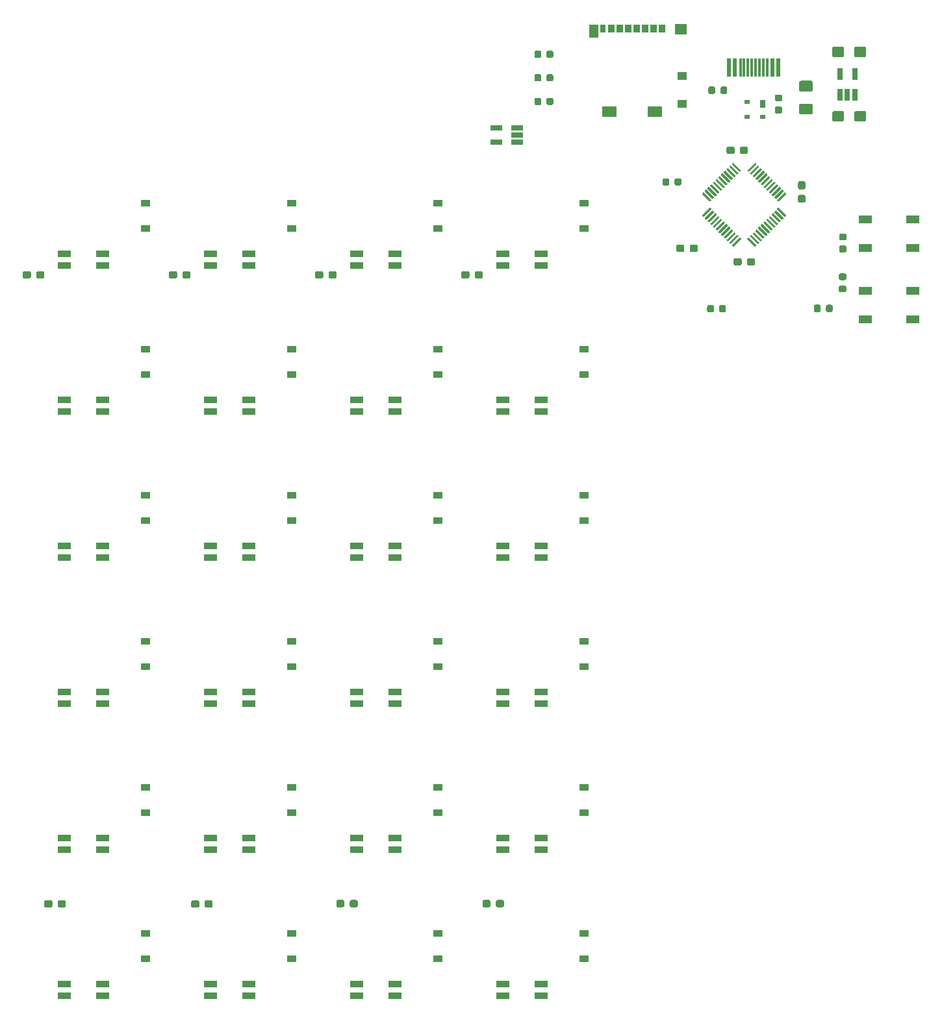
<source format=gbr>
G04 #@! TF.GenerationSoftware,KiCad,Pcbnew,(5.1.5)-3*
G04 #@! TF.CreationDate,2020-04-09T07:49:00+02:00*
G04 #@! TF.ProjectId,NumPad,4e756d50-6164-42e6-9b69-6361645f7063,rev?*
G04 #@! TF.SameCoordinates,Original*
G04 #@! TF.FileFunction,Paste,Bot*
G04 #@! TF.FilePolarity,Positive*
%FSLAX46Y46*%
G04 Gerber Fmt 4.6, Leading zero omitted, Abs format (unit mm)*
G04 Created by KiCad (PCBNEW (5.1.5)-3) date 2020-04-09 07:49:00*
%MOMM*%
%LPD*%
G04 APERTURE LIST*
%ADD10R,1.900000X1.350000*%
%ADD11R,1.200000X1.000000*%
%ADD12R,1.550000X1.350000*%
%ADD13R,1.170000X1.800000*%
%ADD14R,0.850000X1.100000*%
%ADD15R,0.750000X1.100000*%
%ADD16C,0.100000*%
%ADD17R,0.700000X1.000000*%
%ADD18R,0.700000X0.600000*%
%ADD19R,1.800000X0.820000*%
%ADD20R,1.200000X0.900000*%
%ADD21R,0.650000X1.560000*%
%ADD22R,1.800000X1.100000*%
%ADD23R,1.560000X0.650000*%
%ADD24R,0.300000X2.450000*%
%ADD25R,0.600000X2.450000*%
G04 APERTURE END LIST*
D10*
X99950000Y-62675000D03*
X105920000Y-62675000D03*
D11*
X109420000Y-58000000D03*
X109420000Y-61700000D03*
D12*
X109245000Y-51975000D03*
D13*
X97925000Y-52200000D03*
D14*
X100185000Y-51850000D03*
X101285000Y-51850000D03*
X102385000Y-51850000D03*
X103485000Y-51850000D03*
X104585000Y-51850000D03*
X105685000Y-51850000D03*
D15*
X99135000Y-51850000D03*
D14*
X106785000Y-51850000D03*
D16*
G36*
X64200779Y-83496144D02*
G01*
X64223834Y-83499563D01*
X64246443Y-83505227D01*
X64268387Y-83513079D01*
X64289457Y-83523044D01*
X64309448Y-83535026D01*
X64328168Y-83548910D01*
X64345438Y-83564562D01*
X64361090Y-83581832D01*
X64374974Y-83600552D01*
X64386956Y-83620543D01*
X64396921Y-83641613D01*
X64404773Y-83663557D01*
X64410437Y-83686166D01*
X64413856Y-83709221D01*
X64415000Y-83732500D01*
X64415000Y-84207500D01*
X64413856Y-84230779D01*
X64410437Y-84253834D01*
X64404773Y-84276443D01*
X64396921Y-84298387D01*
X64386956Y-84319457D01*
X64374974Y-84339448D01*
X64361090Y-84358168D01*
X64345438Y-84375438D01*
X64328168Y-84391090D01*
X64309448Y-84404974D01*
X64289457Y-84416956D01*
X64268387Y-84426921D01*
X64246443Y-84434773D01*
X64223834Y-84440437D01*
X64200779Y-84443856D01*
X64177500Y-84445000D01*
X63602500Y-84445000D01*
X63579221Y-84443856D01*
X63556166Y-84440437D01*
X63533557Y-84434773D01*
X63511613Y-84426921D01*
X63490543Y-84416956D01*
X63470552Y-84404974D01*
X63451832Y-84391090D01*
X63434562Y-84375438D01*
X63418910Y-84358168D01*
X63405026Y-84339448D01*
X63393044Y-84319457D01*
X63383079Y-84298387D01*
X63375227Y-84276443D01*
X63369563Y-84253834D01*
X63366144Y-84230779D01*
X63365000Y-84207500D01*
X63365000Y-83732500D01*
X63366144Y-83709221D01*
X63369563Y-83686166D01*
X63375227Y-83663557D01*
X63383079Y-83641613D01*
X63393044Y-83620543D01*
X63405026Y-83600552D01*
X63418910Y-83581832D01*
X63434562Y-83564562D01*
X63451832Y-83548910D01*
X63470552Y-83535026D01*
X63490543Y-83523044D01*
X63511613Y-83513079D01*
X63533557Y-83505227D01*
X63556166Y-83499563D01*
X63579221Y-83496144D01*
X63602500Y-83495000D01*
X64177500Y-83495000D01*
X64200779Y-83496144D01*
G37*
G36*
X62450779Y-83496144D02*
G01*
X62473834Y-83499563D01*
X62496443Y-83505227D01*
X62518387Y-83513079D01*
X62539457Y-83523044D01*
X62559448Y-83535026D01*
X62578168Y-83548910D01*
X62595438Y-83564562D01*
X62611090Y-83581832D01*
X62624974Y-83600552D01*
X62636956Y-83620543D01*
X62646921Y-83641613D01*
X62654773Y-83663557D01*
X62660437Y-83686166D01*
X62663856Y-83709221D01*
X62665000Y-83732500D01*
X62665000Y-84207500D01*
X62663856Y-84230779D01*
X62660437Y-84253834D01*
X62654773Y-84276443D01*
X62646921Y-84298387D01*
X62636956Y-84319457D01*
X62624974Y-84339448D01*
X62611090Y-84358168D01*
X62595438Y-84375438D01*
X62578168Y-84391090D01*
X62559448Y-84404974D01*
X62539457Y-84416956D01*
X62518387Y-84426921D01*
X62496443Y-84434773D01*
X62473834Y-84440437D01*
X62450779Y-84443856D01*
X62427500Y-84445000D01*
X61852500Y-84445000D01*
X61829221Y-84443856D01*
X61806166Y-84440437D01*
X61783557Y-84434773D01*
X61761613Y-84426921D01*
X61740543Y-84416956D01*
X61720552Y-84404974D01*
X61701832Y-84391090D01*
X61684562Y-84375438D01*
X61668910Y-84358168D01*
X61655026Y-84339448D01*
X61643044Y-84319457D01*
X61633079Y-84298387D01*
X61625227Y-84276443D01*
X61619563Y-84253834D01*
X61616144Y-84230779D01*
X61615000Y-84207500D01*
X61615000Y-83732500D01*
X61616144Y-83709221D01*
X61619563Y-83686166D01*
X61625227Y-83663557D01*
X61633079Y-83641613D01*
X61643044Y-83620543D01*
X61655026Y-83600552D01*
X61668910Y-83581832D01*
X61684562Y-83564562D01*
X61701832Y-83548910D01*
X61720552Y-83535026D01*
X61740543Y-83523044D01*
X61761613Y-83513079D01*
X61783557Y-83505227D01*
X61806166Y-83499563D01*
X61829221Y-83496144D01*
X61852500Y-83495000D01*
X62427500Y-83495000D01*
X62450779Y-83496144D01*
G37*
G36*
X92440191Y-60876053D02*
G01*
X92461426Y-60879203D01*
X92482250Y-60884419D01*
X92502462Y-60891651D01*
X92521868Y-60900830D01*
X92540281Y-60911866D01*
X92557524Y-60924654D01*
X92573430Y-60939070D01*
X92587846Y-60954976D01*
X92600634Y-60972219D01*
X92611670Y-60990632D01*
X92620849Y-61010038D01*
X92628081Y-61030250D01*
X92633297Y-61051074D01*
X92636447Y-61072309D01*
X92637500Y-61093750D01*
X92637500Y-61606250D01*
X92636447Y-61627691D01*
X92633297Y-61648926D01*
X92628081Y-61669750D01*
X92620849Y-61689962D01*
X92611670Y-61709368D01*
X92600634Y-61727781D01*
X92587846Y-61745024D01*
X92573430Y-61760930D01*
X92557524Y-61775346D01*
X92540281Y-61788134D01*
X92521868Y-61799170D01*
X92502462Y-61808349D01*
X92482250Y-61815581D01*
X92461426Y-61820797D01*
X92440191Y-61823947D01*
X92418750Y-61825000D01*
X91981250Y-61825000D01*
X91959809Y-61823947D01*
X91938574Y-61820797D01*
X91917750Y-61815581D01*
X91897538Y-61808349D01*
X91878132Y-61799170D01*
X91859719Y-61788134D01*
X91842476Y-61775346D01*
X91826570Y-61760930D01*
X91812154Y-61745024D01*
X91799366Y-61727781D01*
X91788330Y-61709368D01*
X91779151Y-61689962D01*
X91771919Y-61669750D01*
X91766703Y-61648926D01*
X91763553Y-61627691D01*
X91762500Y-61606250D01*
X91762500Y-61093750D01*
X91763553Y-61072309D01*
X91766703Y-61051074D01*
X91771919Y-61030250D01*
X91779151Y-61010038D01*
X91788330Y-60990632D01*
X91799366Y-60972219D01*
X91812154Y-60954976D01*
X91826570Y-60939070D01*
X91842476Y-60924654D01*
X91859719Y-60911866D01*
X91878132Y-60900830D01*
X91897538Y-60891651D01*
X91917750Y-60884419D01*
X91938574Y-60879203D01*
X91959809Y-60876053D01*
X91981250Y-60875000D01*
X92418750Y-60875000D01*
X92440191Y-60876053D01*
G37*
G36*
X90865191Y-60876053D02*
G01*
X90886426Y-60879203D01*
X90907250Y-60884419D01*
X90927462Y-60891651D01*
X90946868Y-60900830D01*
X90965281Y-60911866D01*
X90982524Y-60924654D01*
X90998430Y-60939070D01*
X91012846Y-60954976D01*
X91025634Y-60972219D01*
X91036670Y-60990632D01*
X91045849Y-61010038D01*
X91053081Y-61030250D01*
X91058297Y-61051074D01*
X91061447Y-61072309D01*
X91062500Y-61093750D01*
X91062500Y-61606250D01*
X91061447Y-61627691D01*
X91058297Y-61648926D01*
X91053081Y-61669750D01*
X91045849Y-61689962D01*
X91036670Y-61709368D01*
X91025634Y-61727781D01*
X91012846Y-61745024D01*
X90998430Y-61760930D01*
X90982524Y-61775346D01*
X90965281Y-61788134D01*
X90946868Y-61799170D01*
X90927462Y-61808349D01*
X90907250Y-61815581D01*
X90886426Y-61820797D01*
X90865191Y-61823947D01*
X90843750Y-61825000D01*
X90406250Y-61825000D01*
X90384809Y-61823947D01*
X90363574Y-61820797D01*
X90342750Y-61815581D01*
X90322538Y-61808349D01*
X90303132Y-61799170D01*
X90284719Y-61788134D01*
X90267476Y-61775346D01*
X90251570Y-61760930D01*
X90237154Y-61745024D01*
X90224366Y-61727781D01*
X90213330Y-61709368D01*
X90204151Y-61689962D01*
X90196919Y-61669750D01*
X90191703Y-61648926D01*
X90188553Y-61627691D01*
X90187500Y-61606250D01*
X90187500Y-61093750D01*
X90188553Y-61072309D01*
X90191703Y-61051074D01*
X90196919Y-61030250D01*
X90204151Y-61010038D01*
X90213330Y-60990632D01*
X90224366Y-60972219D01*
X90237154Y-60954976D01*
X90251570Y-60939070D01*
X90267476Y-60924654D01*
X90284719Y-60911866D01*
X90303132Y-60900830D01*
X90322538Y-60891651D01*
X90342750Y-60884419D01*
X90363574Y-60879203D01*
X90384809Y-60876053D01*
X90406250Y-60875000D01*
X90843750Y-60875000D01*
X90865191Y-60876053D01*
G37*
D17*
X119925000Y-61650000D03*
D18*
X117925000Y-61450000D03*
X119925000Y-63350000D03*
X117925000Y-63350000D03*
D19*
X86050000Y-177975000D03*
X86050000Y-176475000D03*
X91050000Y-176475000D03*
X91050000Y-177975000D03*
X86050000Y-158925000D03*
X86050000Y-157425000D03*
X91050000Y-157425000D03*
X91050000Y-158925000D03*
X86050000Y-139875000D03*
X86050000Y-138375000D03*
X91050000Y-138375000D03*
X91050000Y-139875000D03*
X86050000Y-120825000D03*
X86050000Y-119325000D03*
X91050000Y-119325000D03*
X91050000Y-120825000D03*
X86050000Y-101775000D03*
X86050000Y-100275000D03*
X91050000Y-100275000D03*
X91050000Y-101775000D03*
X86050000Y-82725000D03*
X86050000Y-81225000D03*
X91050000Y-81225000D03*
X91050000Y-82725000D03*
X67000000Y-177975000D03*
X67000000Y-176475000D03*
X72000000Y-176475000D03*
X72000000Y-177975000D03*
X67000000Y-158925000D03*
X67000000Y-157425000D03*
X72000000Y-157425000D03*
X72000000Y-158925000D03*
X67000000Y-139875000D03*
X67000000Y-138375000D03*
X72000000Y-138375000D03*
X72000000Y-139875000D03*
X67000000Y-120825000D03*
X67000000Y-119325000D03*
X72000000Y-119325000D03*
X72000000Y-120825000D03*
X67000000Y-101775000D03*
X67000000Y-100275000D03*
X72000000Y-100275000D03*
X72000000Y-101775000D03*
X67000000Y-82725000D03*
X67000000Y-81225000D03*
X72000000Y-81225000D03*
X72000000Y-82725000D03*
X47950000Y-177975000D03*
X47950000Y-176475000D03*
X52950000Y-176475000D03*
X52950000Y-177975000D03*
X47950000Y-158925000D03*
X47950000Y-157425000D03*
X52950000Y-157425000D03*
X52950000Y-158925000D03*
X47950000Y-139875000D03*
X47950000Y-138375000D03*
X52950000Y-138375000D03*
X52950000Y-139875000D03*
X47950000Y-120825000D03*
X47950000Y-119325000D03*
X52950000Y-119325000D03*
X52950000Y-120825000D03*
X47950000Y-101775000D03*
X47950000Y-100275000D03*
X52950000Y-100275000D03*
X52950000Y-101775000D03*
X47950000Y-82725000D03*
X47950000Y-81225000D03*
X52950000Y-81225000D03*
X52950000Y-82725000D03*
X28900000Y-177975000D03*
X28900000Y-176475000D03*
X33900000Y-176475000D03*
X33900000Y-177975000D03*
X28900000Y-158925000D03*
X28900000Y-157425000D03*
X33900000Y-157425000D03*
X33900000Y-158925000D03*
X28900000Y-139875000D03*
X28900000Y-138375000D03*
X33900000Y-138375000D03*
X33900000Y-139875000D03*
X28900000Y-120825000D03*
X28900000Y-119325000D03*
X33900000Y-119325000D03*
X33900000Y-120825000D03*
X28900000Y-101775000D03*
X28900000Y-100275000D03*
X33900000Y-100275000D03*
X33900000Y-101775000D03*
X28900000Y-82725000D03*
X28900000Y-81225000D03*
X33900000Y-81225000D03*
X33900000Y-82725000D03*
D20*
X96640000Y-173220000D03*
X96640000Y-169920000D03*
X77590000Y-173220000D03*
X77590000Y-169920000D03*
X58540000Y-173220000D03*
X58540000Y-169920000D03*
X39490000Y-173220000D03*
X39490000Y-169920000D03*
X96640000Y-154170000D03*
X96640000Y-150870000D03*
X77590000Y-154170000D03*
X77590000Y-150870000D03*
X58540000Y-154170000D03*
X58540000Y-150870000D03*
X39490000Y-154170000D03*
X39490000Y-150870000D03*
X96640000Y-135120000D03*
X96640000Y-131820000D03*
X77590000Y-135120000D03*
X77590000Y-131820000D03*
X58540000Y-135120000D03*
X58540000Y-131820000D03*
X39490000Y-135120000D03*
X39490000Y-131820000D03*
X96640000Y-116070000D03*
X96640000Y-112770000D03*
X77590000Y-116070000D03*
X77590000Y-112770000D03*
X58540000Y-116070000D03*
X58540000Y-112770000D03*
X39490000Y-116070000D03*
X39490000Y-112770000D03*
X96640000Y-97020000D03*
X96640000Y-93720000D03*
X77590000Y-97020000D03*
X77590000Y-93720000D03*
X58540000Y-97020000D03*
X58540000Y-93720000D03*
X39490000Y-97020000D03*
X39490000Y-93720000D03*
X96640000Y-77970000D03*
X96640000Y-74670000D03*
X77590000Y-77970000D03*
X77590000Y-74670000D03*
X58540000Y-77970000D03*
X58540000Y-74670000D03*
D21*
X131925000Y-57750000D03*
X130025000Y-57750000D03*
X130025000Y-60450000D03*
X130975000Y-60450000D03*
X131925000Y-60450000D03*
D16*
G36*
X130337005Y-54226204D02*
G01*
X130361273Y-54229804D01*
X130385072Y-54235765D01*
X130408171Y-54244030D01*
X130430350Y-54254520D01*
X130451393Y-54267132D01*
X130471099Y-54281747D01*
X130489277Y-54298223D01*
X130505753Y-54316401D01*
X130520368Y-54336107D01*
X130532980Y-54357150D01*
X130543470Y-54379329D01*
X130551735Y-54402428D01*
X130557696Y-54426227D01*
X130561296Y-54450495D01*
X130562500Y-54474999D01*
X130562500Y-55325001D01*
X130561296Y-55349505D01*
X130557696Y-55373773D01*
X130551735Y-55397572D01*
X130543470Y-55420671D01*
X130532980Y-55442850D01*
X130520368Y-55463893D01*
X130505753Y-55483599D01*
X130489277Y-55501777D01*
X130471099Y-55518253D01*
X130451393Y-55532868D01*
X130430350Y-55545480D01*
X130408171Y-55555970D01*
X130385072Y-55564235D01*
X130361273Y-55570196D01*
X130337005Y-55573796D01*
X130312501Y-55575000D01*
X129237499Y-55575000D01*
X129212995Y-55573796D01*
X129188727Y-55570196D01*
X129164928Y-55564235D01*
X129141829Y-55555970D01*
X129119650Y-55545480D01*
X129098607Y-55532868D01*
X129078901Y-55518253D01*
X129060723Y-55501777D01*
X129044247Y-55483599D01*
X129029632Y-55463893D01*
X129017020Y-55442850D01*
X129006530Y-55420671D01*
X128998265Y-55397572D01*
X128992304Y-55373773D01*
X128988704Y-55349505D01*
X128987500Y-55325001D01*
X128987500Y-54474999D01*
X128988704Y-54450495D01*
X128992304Y-54426227D01*
X128998265Y-54402428D01*
X129006530Y-54379329D01*
X129017020Y-54357150D01*
X129029632Y-54336107D01*
X129044247Y-54316401D01*
X129060723Y-54298223D01*
X129078901Y-54281747D01*
X129098607Y-54267132D01*
X129119650Y-54254520D01*
X129141829Y-54244030D01*
X129164928Y-54235765D01*
X129188727Y-54229804D01*
X129212995Y-54226204D01*
X129237499Y-54225000D01*
X130312501Y-54225000D01*
X130337005Y-54226204D01*
G37*
G36*
X133212005Y-54226204D02*
G01*
X133236273Y-54229804D01*
X133260072Y-54235765D01*
X133283171Y-54244030D01*
X133305350Y-54254520D01*
X133326393Y-54267132D01*
X133346099Y-54281747D01*
X133364277Y-54298223D01*
X133380753Y-54316401D01*
X133395368Y-54336107D01*
X133407980Y-54357150D01*
X133418470Y-54379329D01*
X133426735Y-54402428D01*
X133432696Y-54426227D01*
X133436296Y-54450495D01*
X133437500Y-54474999D01*
X133437500Y-55325001D01*
X133436296Y-55349505D01*
X133432696Y-55373773D01*
X133426735Y-55397572D01*
X133418470Y-55420671D01*
X133407980Y-55442850D01*
X133395368Y-55463893D01*
X133380753Y-55483599D01*
X133364277Y-55501777D01*
X133346099Y-55518253D01*
X133326393Y-55532868D01*
X133305350Y-55545480D01*
X133283171Y-55555970D01*
X133260072Y-55564235D01*
X133236273Y-55570196D01*
X133212005Y-55573796D01*
X133187501Y-55575000D01*
X132112499Y-55575000D01*
X132087995Y-55573796D01*
X132063727Y-55570196D01*
X132039928Y-55564235D01*
X132016829Y-55555970D01*
X131994650Y-55545480D01*
X131973607Y-55532868D01*
X131953901Y-55518253D01*
X131935723Y-55501777D01*
X131919247Y-55483599D01*
X131904632Y-55463893D01*
X131892020Y-55442850D01*
X131881530Y-55420671D01*
X131873265Y-55397572D01*
X131867304Y-55373773D01*
X131863704Y-55349505D01*
X131862500Y-55325001D01*
X131862500Y-54474999D01*
X131863704Y-54450495D01*
X131867304Y-54426227D01*
X131873265Y-54402428D01*
X131881530Y-54379329D01*
X131892020Y-54357150D01*
X131904632Y-54336107D01*
X131919247Y-54316401D01*
X131935723Y-54298223D01*
X131953901Y-54281747D01*
X131973607Y-54267132D01*
X131994650Y-54254520D01*
X132016829Y-54244030D01*
X132039928Y-54235765D01*
X132063727Y-54229804D01*
X132087995Y-54226204D01*
X132112499Y-54225000D01*
X133187501Y-54225000D01*
X133212005Y-54226204D01*
G37*
G36*
X133212005Y-62626204D02*
G01*
X133236273Y-62629804D01*
X133260072Y-62635765D01*
X133283171Y-62644030D01*
X133305350Y-62654520D01*
X133326393Y-62667132D01*
X133346099Y-62681747D01*
X133364277Y-62698223D01*
X133380753Y-62716401D01*
X133395368Y-62736107D01*
X133407980Y-62757150D01*
X133418470Y-62779329D01*
X133426735Y-62802428D01*
X133432696Y-62826227D01*
X133436296Y-62850495D01*
X133437500Y-62874999D01*
X133437500Y-63725001D01*
X133436296Y-63749505D01*
X133432696Y-63773773D01*
X133426735Y-63797572D01*
X133418470Y-63820671D01*
X133407980Y-63842850D01*
X133395368Y-63863893D01*
X133380753Y-63883599D01*
X133364277Y-63901777D01*
X133346099Y-63918253D01*
X133326393Y-63932868D01*
X133305350Y-63945480D01*
X133283171Y-63955970D01*
X133260072Y-63964235D01*
X133236273Y-63970196D01*
X133212005Y-63973796D01*
X133187501Y-63975000D01*
X132112499Y-63975000D01*
X132087995Y-63973796D01*
X132063727Y-63970196D01*
X132039928Y-63964235D01*
X132016829Y-63955970D01*
X131994650Y-63945480D01*
X131973607Y-63932868D01*
X131953901Y-63918253D01*
X131935723Y-63901777D01*
X131919247Y-63883599D01*
X131904632Y-63863893D01*
X131892020Y-63842850D01*
X131881530Y-63820671D01*
X131873265Y-63797572D01*
X131867304Y-63773773D01*
X131863704Y-63749505D01*
X131862500Y-63725001D01*
X131862500Y-62874999D01*
X131863704Y-62850495D01*
X131867304Y-62826227D01*
X131873265Y-62802428D01*
X131881530Y-62779329D01*
X131892020Y-62757150D01*
X131904632Y-62736107D01*
X131919247Y-62716401D01*
X131935723Y-62698223D01*
X131953901Y-62681747D01*
X131973607Y-62667132D01*
X131994650Y-62654520D01*
X132016829Y-62644030D01*
X132039928Y-62635765D01*
X132063727Y-62629804D01*
X132087995Y-62626204D01*
X132112499Y-62625000D01*
X133187501Y-62625000D01*
X133212005Y-62626204D01*
G37*
G36*
X130337005Y-62626204D02*
G01*
X130361273Y-62629804D01*
X130385072Y-62635765D01*
X130408171Y-62644030D01*
X130430350Y-62654520D01*
X130451393Y-62667132D01*
X130471099Y-62681747D01*
X130489277Y-62698223D01*
X130505753Y-62716401D01*
X130520368Y-62736107D01*
X130532980Y-62757150D01*
X130543470Y-62779329D01*
X130551735Y-62802428D01*
X130557696Y-62826227D01*
X130561296Y-62850495D01*
X130562500Y-62874999D01*
X130562500Y-63725001D01*
X130561296Y-63749505D01*
X130557696Y-63773773D01*
X130551735Y-63797572D01*
X130543470Y-63820671D01*
X130532980Y-63842850D01*
X130520368Y-63863893D01*
X130505753Y-63883599D01*
X130489277Y-63901777D01*
X130471099Y-63918253D01*
X130451393Y-63932868D01*
X130430350Y-63945480D01*
X130408171Y-63955970D01*
X130385072Y-63964235D01*
X130361273Y-63970196D01*
X130337005Y-63973796D01*
X130312501Y-63975000D01*
X129237499Y-63975000D01*
X129212995Y-63973796D01*
X129188727Y-63970196D01*
X129164928Y-63964235D01*
X129141829Y-63955970D01*
X129119650Y-63945480D01*
X129098607Y-63932868D01*
X129078901Y-63918253D01*
X129060723Y-63901777D01*
X129044247Y-63883599D01*
X129029632Y-63863893D01*
X129017020Y-63842850D01*
X129006530Y-63820671D01*
X128998265Y-63797572D01*
X128992304Y-63773773D01*
X128988704Y-63749505D01*
X128987500Y-63725001D01*
X128987500Y-62874999D01*
X128988704Y-62850495D01*
X128992304Y-62826227D01*
X128998265Y-62802428D01*
X129006530Y-62779329D01*
X129017020Y-62757150D01*
X129029632Y-62736107D01*
X129044247Y-62716401D01*
X129060723Y-62698223D01*
X129078901Y-62681747D01*
X129098607Y-62667132D01*
X129119650Y-62654520D01*
X129141829Y-62644030D01*
X129164928Y-62635765D01*
X129188727Y-62629804D01*
X129212995Y-62626204D01*
X129237499Y-62625000D01*
X130312501Y-62625000D01*
X130337005Y-62626204D01*
G37*
G36*
X116985779Y-81801144D02*
G01*
X117008834Y-81804563D01*
X117031443Y-81810227D01*
X117053387Y-81818079D01*
X117074457Y-81828044D01*
X117094448Y-81840026D01*
X117113168Y-81853910D01*
X117130438Y-81869562D01*
X117146090Y-81886832D01*
X117159974Y-81905552D01*
X117171956Y-81925543D01*
X117181921Y-81946613D01*
X117189773Y-81968557D01*
X117195437Y-81991166D01*
X117198856Y-82014221D01*
X117200000Y-82037500D01*
X117200000Y-82512500D01*
X117198856Y-82535779D01*
X117195437Y-82558834D01*
X117189773Y-82581443D01*
X117181921Y-82603387D01*
X117171956Y-82624457D01*
X117159974Y-82644448D01*
X117146090Y-82663168D01*
X117130438Y-82680438D01*
X117113168Y-82696090D01*
X117094448Y-82709974D01*
X117074457Y-82721956D01*
X117053387Y-82731921D01*
X117031443Y-82739773D01*
X117008834Y-82745437D01*
X116985779Y-82748856D01*
X116962500Y-82750000D01*
X116387500Y-82750000D01*
X116364221Y-82748856D01*
X116341166Y-82745437D01*
X116318557Y-82739773D01*
X116296613Y-82731921D01*
X116275543Y-82721956D01*
X116255552Y-82709974D01*
X116236832Y-82696090D01*
X116219562Y-82680438D01*
X116203910Y-82663168D01*
X116190026Y-82644448D01*
X116178044Y-82624457D01*
X116168079Y-82603387D01*
X116160227Y-82581443D01*
X116154563Y-82558834D01*
X116151144Y-82535779D01*
X116150000Y-82512500D01*
X116150000Y-82037500D01*
X116151144Y-82014221D01*
X116154563Y-81991166D01*
X116160227Y-81968557D01*
X116168079Y-81946613D01*
X116178044Y-81925543D01*
X116190026Y-81905552D01*
X116203910Y-81886832D01*
X116219562Y-81869562D01*
X116236832Y-81853910D01*
X116255552Y-81840026D01*
X116275543Y-81828044D01*
X116296613Y-81818079D01*
X116318557Y-81810227D01*
X116341166Y-81804563D01*
X116364221Y-81801144D01*
X116387500Y-81800000D01*
X116962500Y-81800000D01*
X116985779Y-81801144D01*
G37*
G36*
X118735779Y-81801144D02*
G01*
X118758834Y-81804563D01*
X118781443Y-81810227D01*
X118803387Y-81818079D01*
X118824457Y-81828044D01*
X118844448Y-81840026D01*
X118863168Y-81853910D01*
X118880438Y-81869562D01*
X118896090Y-81886832D01*
X118909974Y-81905552D01*
X118921956Y-81925543D01*
X118931921Y-81946613D01*
X118939773Y-81968557D01*
X118945437Y-81991166D01*
X118948856Y-82014221D01*
X118950000Y-82037500D01*
X118950000Y-82512500D01*
X118948856Y-82535779D01*
X118945437Y-82558834D01*
X118939773Y-82581443D01*
X118931921Y-82603387D01*
X118921956Y-82624457D01*
X118909974Y-82644448D01*
X118896090Y-82663168D01*
X118880438Y-82680438D01*
X118863168Y-82696090D01*
X118844448Y-82709974D01*
X118824457Y-82721956D01*
X118803387Y-82731921D01*
X118781443Y-82739773D01*
X118758834Y-82745437D01*
X118735779Y-82748856D01*
X118712500Y-82750000D01*
X118137500Y-82750000D01*
X118114221Y-82748856D01*
X118091166Y-82745437D01*
X118068557Y-82739773D01*
X118046613Y-82731921D01*
X118025543Y-82721956D01*
X118005552Y-82709974D01*
X117986832Y-82696090D01*
X117969562Y-82680438D01*
X117953910Y-82663168D01*
X117940026Y-82644448D01*
X117928044Y-82624457D01*
X117918079Y-82603387D01*
X117910227Y-82581443D01*
X117904563Y-82558834D01*
X117901144Y-82535779D01*
X117900000Y-82512500D01*
X117900000Y-82037500D01*
X117901144Y-82014221D01*
X117904563Y-81991166D01*
X117910227Y-81968557D01*
X117918079Y-81946613D01*
X117928044Y-81925543D01*
X117940026Y-81905552D01*
X117953910Y-81886832D01*
X117969562Y-81869562D01*
X117986832Y-81853910D01*
X118005552Y-81840026D01*
X118025543Y-81828044D01*
X118046613Y-81818079D01*
X118068557Y-81810227D01*
X118091166Y-81804563D01*
X118114221Y-81801144D01*
X118137500Y-81800000D01*
X118712500Y-81800000D01*
X118735779Y-81801144D01*
G37*
G36*
X125285779Y-73526144D02*
G01*
X125308834Y-73529563D01*
X125331443Y-73535227D01*
X125353387Y-73543079D01*
X125374457Y-73553044D01*
X125394448Y-73565026D01*
X125413168Y-73578910D01*
X125430438Y-73594562D01*
X125446090Y-73611832D01*
X125459974Y-73630552D01*
X125471956Y-73650543D01*
X125481921Y-73671613D01*
X125489773Y-73693557D01*
X125495437Y-73716166D01*
X125498856Y-73739221D01*
X125500000Y-73762500D01*
X125500000Y-74337500D01*
X125498856Y-74360779D01*
X125495437Y-74383834D01*
X125489773Y-74406443D01*
X125481921Y-74428387D01*
X125471956Y-74449457D01*
X125459974Y-74469448D01*
X125446090Y-74488168D01*
X125430438Y-74505438D01*
X125413168Y-74521090D01*
X125394448Y-74534974D01*
X125374457Y-74546956D01*
X125353387Y-74556921D01*
X125331443Y-74564773D01*
X125308834Y-74570437D01*
X125285779Y-74573856D01*
X125262500Y-74575000D01*
X124787500Y-74575000D01*
X124764221Y-74573856D01*
X124741166Y-74570437D01*
X124718557Y-74564773D01*
X124696613Y-74556921D01*
X124675543Y-74546956D01*
X124655552Y-74534974D01*
X124636832Y-74521090D01*
X124619562Y-74505438D01*
X124603910Y-74488168D01*
X124590026Y-74469448D01*
X124578044Y-74449457D01*
X124568079Y-74428387D01*
X124560227Y-74406443D01*
X124554563Y-74383834D01*
X124551144Y-74360779D01*
X124550000Y-74337500D01*
X124550000Y-73762500D01*
X124551144Y-73739221D01*
X124554563Y-73716166D01*
X124560227Y-73693557D01*
X124568079Y-73671613D01*
X124578044Y-73650543D01*
X124590026Y-73630552D01*
X124603910Y-73611832D01*
X124619562Y-73594562D01*
X124636832Y-73578910D01*
X124655552Y-73565026D01*
X124675543Y-73553044D01*
X124696613Y-73543079D01*
X124718557Y-73535227D01*
X124741166Y-73529563D01*
X124764221Y-73526144D01*
X124787500Y-73525000D01*
X125262500Y-73525000D01*
X125285779Y-73526144D01*
G37*
G36*
X125285779Y-71776144D02*
G01*
X125308834Y-71779563D01*
X125331443Y-71785227D01*
X125353387Y-71793079D01*
X125374457Y-71803044D01*
X125394448Y-71815026D01*
X125413168Y-71828910D01*
X125430438Y-71844562D01*
X125446090Y-71861832D01*
X125459974Y-71880552D01*
X125471956Y-71900543D01*
X125481921Y-71921613D01*
X125489773Y-71943557D01*
X125495437Y-71966166D01*
X125498856Y-71989221D01*
X125500000Y-72012500D01*
X125500000Y-72587500D01*
X125498856Y-72610779D01*
X125495437Y-72633834D01*
X125489773Y-72656443D01*
X125481921Y-72678387D01*
X125471956Y-72699457D01*
X125459974Y-72719448D01*
X125446090Y-72738168D01*
X125430438Y-72755438D01*
X125413168Y-72771090D01*
X125394448Y-72784974D01*
X125374457Y-72796956D01*
X125353387Y-72806921D01*
X125331443Y-72814773D01*
X125308834Y-72820437D01*
X125285779Y-72823856D01*
X125262500Y-72825000D01*
X124787500Y-72825000D01*
X124764221Y-72823856D01*
X124741166Y-72820437D01*
X124718557Y-72814773D01*
X124696613Y-72806921D01*
X124675543Y-72796956D01*
X124655552Y-72784974D01*
X124636832Y-72771090D01*
X124619562Y-72755438D01*
X124603910Y-72738168D01*
X124590026Y-72719448D01*
X124578044Y-72699457D01*
X124568079Y-72678387D01*
X124560227Y-72656443D01*
X124554563Y-72633834D01*
X124551144Y-72610779D01*
X124550000Y-72587500D01*
X124550000Y-72012500D01*
X124551144Y-71989221D01*
X124554563Y-71966166D01*
X124560227Y-71943557D01*
X124568079Y-71921613D01*
X124578044Y-71900543D01*
X124590026Y-71880552D01*
X124603910Y-71861832D01*
X124619562Y-71844562D01*
X124636832Y-71828910D01*
X124655552Y-71815026D01*
X124675543Y-71803044D01*
X124696613Y-71793079D01*
X124718557Y-71785227D01*
X124741166Y-71779563D01*
X124764221Y-71776144D01*
X124787500Y-71775000D01*
X125262500Y-71775000D01*
X125285779Y-71776144D01*
G37*
G36*
X111260779Y-80051144D02*
G01*
X111283834Y-80054563D01*
X111306443Y-80060227D01*
X111328387Y-80068079D01*
X111349457Y-80078044D01*
X111369448Y-80090026D01*
X111388168Y-80103910D01*
X111405438Y-80119562D01*
X111421090Y-80136832D01*
X111434974Y-80155552D01*
X111446956Y-80175543D01*
X111456921Y-80196613D01*
X111464773Y-80218557D01*
X111470437Y-80241166D01*
X111473856Y-80264221D01*
X111475000Y-80287500D01*
X111475000Y-80762500D01*
X111473856Y-80785779D01*
X111470437Y-80808834D01*
X111464773Y-80831443D01*
X111456921Y-80853387D01*
X111446956Y-80874457D01*
X111434974Y-80894448D01*
X111421090Y-80913168D01*
X111405438Y-80930438D01*
X111388168Y-80946090D01*
X111369448Y-80959974D01*
X111349457Y-80971956D01*
X111328387Y-80981921D01*
X111306443Y-80989773D01*
X111283834Y-80995437D01*
X111260779Y-80998856D01*
X111237500Y-81000000D01*
X110662500Y-81000000D01*
X110639221Y-80998856D01*
X110616166Y-80995437D01*
X110593557Y-80989773D01*
X110571613Y-80981921D01*
X110550543Y-80971956D01*
X110530552Y-80959974D01*
X110511832Y-80946090D01*
X110494562Y-80930438D01*
X110478910Y-80913168D01*
X110465026Y-80894448D01*
X110453044Y-80874457D01*
X110443079Y-80853387D01*
X110435227Y-80831443D01*
X110429563Y-80808834D01*
X110426144Y-80785779D01*
X110425000Y-80762500D01*
X110425000Y-80287500D01*
X110426144Y-80264221D01*
X110429563Y-80241166D01*
X110435227Y-80218557D01*
X110443079Y-80196613D01*
X110453044Y-80175543D01*
X110465026Y-80155552D01*
X110478910Y-80136832D01*
X110494562Y-80119562D01*
X110511832Y-80103910D01*
X110530552Y-80090026D01*
X110550543Y-80078044D01*
X110571613Y-80068079D01*
X110593557Y-80060227D01*
X110616166Y-80054563D01*
X110639221Y-80051144D01*
X110662500Y-80050000D01*
X111237500Y-80050000D01*
X111260779Y-80051144D01*
G37*
G36*
X109510779Y-80051144D02*
G01*
X109533834Y-80054563D01*
X109556443Y-80060227D01*
X109578387Y-80068079D01*
X109599457Y-80078044D01*
X109619448Y-80090026D01*
X109638168Y-80103910D01*
X109655438Y-80119562D01*
X109671090Y-80136832D01*
X109684974Y-80155552D01*
X109696956Y-80175543D01*
X109706921Y-80196613D01*
X109714773Y-80218557D01*
X109720437Y-80241166D01*
X109723856Y-80264221D01*
X109725000Y-80287500D01*
X109725000Y-80762500D01*
X109723856Y-80785779D01*
X109720437Y-80808834D01*
X109714773Y-80831443D01*
X109706921Y-80853387D01*
X109696956Y-80874457D01*
X109684974Y-80894448D01*
X109671090Y-80913168D01*
X109655438Y-80930438D01*
X109638168Y-80946090D01*
X109619448Y-80959974D01*
X109599457Y-80971956D01*
X109578387Y-80981921D01*
X109556443Y-80989773D01*
X109533834Y-80995437D01*
X109510779Y-80998856D01*
X109487500Y-81000000D01*
X108912500Y-81000000D01*
X108889221Y-80998856D01*
X108866166Y-80995437D01*
X108843557Y-80989773D01*
X108821613Y-80981921D01*
X108800543Y-80971956D01*
X108780552Y-80959974D01*
X108761832Y-80946090D01*
X108744562Y-80930438D01*
X108728910Y-80913168D01*
X108715026Y-80894448D01*
X108703044Y-80874457D01*
X108693079Y-80853387D01*
X108685227Y-80831443D01*
X108679563Y-80808834D01*
X108676144Y-80785779D01*
X108675000Y-80762500D01*
X108675000Y-80287500D01*
X108676144Y-80264221D01*
X108679563Y-80241166D01*
X108685227Y-80218557D01*
X108693079Y-80196613D01*
X108703044Y-80175543D01*
X108715026Y-80155552D01*
X108728910Y-80136832D01*
X108744562Y-80119562D01*
X108761832Y-80103910D01*
X108780552Y-80090026D01*
X108800543Y-80078044D01*
X108821613Y-80068079D01*
X108843557Y-80060227D01*
X108866166Y-80054563D01*
X108889221Y-80051144D01*
X108912500Y-80050000D01*
X109487500Y-80050000D01*
X109510779Y-80051144D01*
G37*
G36*
X117810779Y-67251144D02*
G01*
X117833834Y-67254563D01*
X117856443Y-67260227D01*
X117878387Y-67268079D01*
X117899457Y-67278044D01*
X117919448Y-67290026D01*
X117938168Y-67303910D01*
X117955438Y-67319562D01*
X117971090Y-67336832D01*
X117984974Y-67355552D01*
X117996956Y-67375543D01*
X118006921Y-67396613D01*
X118014773Y-67418557D01*
X118020437Y-67441166D01*
X118023856Y-67464221D01*
X118025000Y-67487500D01*
X118025000Y-67962500D01*
X118023856Y-67985779D01*
X118020437Y-68008834D01*
X118014773Y-68031443D01*
X118006921Y-68053387D01*
X117996956Y-68074457D01*
X117984974Y-68094448D01*
X117971090Y-68113168D01*
X117955438Y-68130438D01*
X117938168Y-68146090D01*
X117919448Y-68159974D01*
X117899457Y-68171956D01*
X117878387Y-68181921D01*
X117856443Y-68189773D01*
X117833834Y-68195437D01*
X117810779Y-68198856D01*
X117787500Y-68200000D01*
X117212500Y-68200000D01*
X117189221Y-68198856D01*
X117166166Y-68195437D01*
X117143557Y-68189773D01*
X117121613Y-68181921D01*
X117100543Y-68171956D01*
X117080552Y-68159974D01*
X117061832Y-68146090D01*
X117044562Y-68130438D01*
X117028910Y-68113168D01*
X117015026Y-68094448D01*
X117003044Y-68074457D01*
X116993079Y-68053387D01*
X116985227Y-68031443D01*
X116979563Y-68008834D01*
X116976144Y-67985779D01*
X116975000Y-67962500D01*
X116975000Y-67487500D01*
X116976144Y-67464221D01*
X116979563Y-67441166D01*
X116985227Y-67418557D01*
X116993079Y-67396613D01*
X117003044Y-67375543D01*
X117015026Y-67355552D01*
X117028910Y-67336832D01*
X117044562Y-67319562D01*
X117061832Y-67303910D01*
X117080552Y-67290026D01*
X117100543Y-67278044D01*
X117121613Y-67268079D01*
X117143557Y-67260227D01*
X117166166Y-67254563D01*
X117189221Y-67251144D01*
X117212500Y-67250000D01*
X117787500Y-67250000D01*
X117810779Y-67251144D01*
G37*
G36*
X116060779Y-67251144D02*
G01*
X116083834Y-67254563D01*
X116106443Y-67260227D01*
X116128387Y-67268079D01*
X116149457Y-67278044D01*
X116169448Y-67290026D01*
X116188168Y-67303910D01*
X116205438Y-67319562D01*
X116221090Y-67336832D01*
X116234974Y-67355552D01*
X116246956Y-67375543D01*
X116256921Y-67396613D01*
X116264773Y-67418557D01*
X116270437Y-67441166D01*
X116273856Y-67464221D01*
X116275000Y-67487500D01*
X116275000Y-67962500D01*
X116273856Y-67985779D01*
X116270437Y-68008834D01*
X116264773Y-68031443D01*
X116256921Y-68053387D01*
X116246956Y-68074457D01*
X116234974Y-68094448D01*
X116221090Y-68113168D01*
X116205438Y-68130438D01*
X116188168Y-68146090D01*
X116169448Y-68159974D01*
X116149457Y-68171956D01*
X116128387Y-68181921D01*
X116106443Y-68189773D01*
X116083834Y-68195437D01*
X116060779Y-68198856D01*
X116037500Y-68200000D01*
X115462500Y-68200000D01*
X115439221Y-68198856D01*
X115416166Y-68195437D01*
X115393557Y-68189773D01*
X115371613Y-68181921D01*
X115350543Y-68171956D01*
X115330552Y-68159974D01*
X115311832Y-68146090D01*
X115294562Y-68130438D01*
X115278910Y-68113168D01*
X115265026Y-68094448D01*
X115253044Y-68074457D01*
X115243079Y-68053387D01*
X115235227Y-68031443D01*
X115229563Y-68008834D01*
X115226144Y-67985779D01*
X115225000Y-67962500D01*
X115225000Y-67487500D01*
X115226144Y-67464221D01*
X115229563Y-67441166D01*
X115235227Y-67418557D01*
X115243079Y-67396613D01*
X115253044Y-67375543D01*
X115265026Y-67355552D01*
X115278910Y-67336832D01*
X115294562Y-67319562D01*
X115311832Y-67303910D01*
X115330552Y-67290026D01*
X115350543Y-67278044D01*
X115371613Y-67268079D01*
X115393557Y-67260227D01*
X115416166Y-67254563D01*
X115439221Y-67251144D01*
X115462500Y-67250000D01*
X116037500Y-67250000D01*
X116060779Y-67251144D01*
G37*
G36*
X48040779Y-165566144D02*
G01*
X48063834Y-165569563D01*
X48086443Y-165575227D01*
X48108387Y-165583079D01*
X48129457Y-165593044D01*
X48149448Y-165605026D01*
X48168168Y-165618910D01*
X48185438Y-165634562D01*
X48201090Y-165651832D01*
X48214974Y-165670552D01*
X48226956Y-165690543D01*
X48236921Y-165711613D01*
X48244773Y-165733557D01*
X48250437Y-165756166D01*
X48253856Y-165779221D01*
X48255000Y-165802500D01*
X48255000Y-166277500D01*
X48253856Y-166300779D01*
X48250437Y-166323834D01*
X48244773Y-166346443D01*
X48236921Y-166368387D01*
X48226956Y-166389457D01*
X48214974Y-166409448D01*
X48201090Y-166428168D01*
X48185438Y-166445438D01*
X48168168Y-166461090D01*
X48149448Y-166474974D01*
X48129457Y-166486956D01*
X48108387Y-166496921D01*
X48086443Y-166504773D01*
X48063834Y-166510437D01*
X48040779Y-166513856D01*
X48017500Y-166515000D01*
X47442500Y-166515000D01*
X47419221Y-166513856D01*
X47396166Y-166510437D01*
X47373557Y-166504773D01*
X47351613Y-166496921D01*
X47330543Y-166486956D01*
X47310552Y-166474974D01*
X47291832Y-166461090D01*
X47274562Y-166445438D01*
X47258910Y-166428168D01*
X47245026Y-166409448D01*
X47233044Y-166389457D01*
X47223079Y-166368387D01*
X47215227Y-166346443D01*
X47209563Y-166323834D01*
X47206144Y-166300779D01*
X47205000Y-166277500D01*
X47205000Y-165802500D01*
X47206144Y-165779221D01*
X47209563Y-165756166D01*
X47215227Y-165733557D01*
X47223079Y-165711613D01*
X47233044Y-165690543D01*
X47245026Y-165670552D01*
X47258910Y-165651832D01*
X47274562Y-165634562D01*
X47291832Y-165618910D01*
X47310552Y-165605026D01*
X47330543Y-165593044D01*
X47351613Y-165583079D01*
X47373557Y-165575227D01*
X47396166Y-165569563D01*
X47419221Y-165566144D01*
X47442500Y-165565000D01*
X48017500Y-165565000D01*
X48040779Y-165566144D01*
G37*
G36*
X46290779Y-165566144D02*
G01*
X46313834Y-165569563D01*
X46336443Y-165575227D01*
X46358387Y-165583079D01*
X46379457Y-165593044D01*
X46399448Y-165605026D01*
X46418168Y-165618910D01*
X46435438Y-165634562D01*
X46451090Y-165651832D01*
X46464974Y-165670552D01*
X46476956Y-165690543D01*
X46486921Y-165711613D01*
X46494773Y-165733557D01*
X46500437Y-165756166D01*
X46503856Y-165779221D01*
X46505000Y-165802500D01*
X46505000Y-166277500D01*
X46503856Y-166300779D01*
X46500437Y-166323834D01*
X46494773Y-166346443D01*
X46486921Y-166368387D01*
X46476956Y-166389457D01*
X46464974Y-166409448D01*
X46451090Y-166428168D01*
X46435438Y-166445438D01*
X46418168Y-166461090D01*
X46399448Y-166474974D01*
X46379457Y-166486956D01*
X46358387Y-166496921D01*
X46336443Y-166504773D01*
X46313834Y-166510437D01*
X46290779Y-166513856D01*
X46267500Y-166515000D01*
X45692500Y-166515000D01*
X45669221Y-166513856D01*
X45646166Y-166510437D01*
X45623557Y-166504773D01*
X45601613Y-166496921D01*
X45580543Y-166486956D01*
X45560552Y-166474974D01*
X45541832Y-166461090D01*
X45524562Y-166445438D01*
X45508910Y-166428168D01*
X45495026Y-166409448D01*
X45483044Y-166389457D01*
X45473079Y-166368387D01*
X45465227Y-166346443D01*
X45459563Y-166323834D01*
X45456144Y-166300779D01*
X45455000Y-166277500D01*
X45455000Y-165802500D01*
X45456144Y-165779221D01*
X45459563Y-165756166D01*
X45465227Y-165733557D01*
X45473079Y-165711613D01*
X45483044Y-165690543D01*
X45495026Y-165670552D01*
X45508910Y-165651832D01*
X45524562Y-165634562D01*
X45541832Y-165618910D01*
X45560552Y-165605026D01*
X45580543Y-165593044D01*
X45601613Y-165583079D01*
X45623557Y-165575227D01*
X45646166Y-165569563D01*
X45669221Y-165566144D01*
X45692500Y-165565000D01*
X46267500Y-165565000D01*
X46290779Y-165566144D01*
G37*
G36*
X24350779Y-83496144D02*
G01*
X24373834Y-83499563D01*
X24396443Y-83505227D01*
X24418387Y-83513079D01*
X24439457Y-83523044D01*
X24459448Y-83535026D01*
X24478168Y-83548910D01*
X24495438Y-83564562D01*
X24511090Y-83581832D01*
X24524974Y-83600552D01*
X24536956Y-83620543D01*
X24546921Y-83641613D01*
X24554773Y-83663557D01*
X24560437Y-83686166D01*
X24563856Y-83709221D01*
X24565000Y-83732500D01*
X24565000Y-84207500D01*
X24563856Y-84230779D01*
X24560437Y-84253834D01*
X24554773Y-84276443D01*
X24546921Y-84298387D01*
X24536956Y-84319457D01*
X24524974Y-84339448D01*
X24511090Y-84358168D01*
X24495438Y-84375438D01*
X24478168Y-84391090D01*
X24459448Y-84404974D01*
X24439457Y-84416956D01*
X24418387Y-84426921D01*
X24396443Y-84434773D01*
X24373834Y-84440437D01*
X24350779Y-84443856D01*
X24327500Y-84445000D01*
X23752500Y-84445000D01*
X23729221Y-84443856D01*
X23706166Y-84440437D01*
X23683557Y-84434773D01*
X23661613Y-84426921D01*
X23640543Y-84416956D01*
X23620552Y-84404974D01*
X23601832Y-84391090D01*
X23584562Y-84375438D01*
X23568910Y-84358168D01*
X23555026Y-84339448D01*
X23543044Y-84319457D01*
X23533079Y-84298387D01*
X23525227Y-84276443D01*
X23519563Y-84253834D01*
X23516144Y-84230779D01*
X23515000Y-84207500D01*
X23515000Y-83732500D01*
X23516144Y-83709221D01*
X23519563Y-83686166D01*
X23525227Y-83663557D01*
X23533079Y-83641613D01*
X23543044Y-83620543D01*
X23555026Y-83600552D01*
X23568910Y-83581832D01*
X23584562Y-83564562D01*
X23601832Y-83548910D01*
X23620552Y-83535026D01*
X23640543Y-83523044D01*
X23661613Y-83513079D01*
X23683557Y-83505227D01*
X23706166Y-83499563D01*
X23729221Y-83496144D01*
X23752500Y-83495000D01*
X24327500Y-83495000D01*
X24350779Y-83496144D01*
G37*
G36*
X26100779Y-83496144D02*
G01*
X26123834Y-83499563D01*
X26146443Y-83505227D01*
X26168387Y-83513079D01*
X26189457Y-83523044D01*
X26209448Y-83535026D01*
X26228168Y-83548910D01*
X26245438Y-83564562D01*
X26261090Y-83581832D01*
X26274974Y-83600552D01*
X26286956Y-83620543D01*
X26296921Y-83641613D01*
X26304773Y-83663557D01*
X26310437Y-83686166D01*
X26313856Y-83709221D01*
X26315000Y-83732500D01*
X26315000Y-84207500D01*
X26313856Y-84230779D01*
X26310437Y-84253834D01*
X26304773Y-84276443D01*
X26296921Y-84298387D01*
X26286956Y-84319457D01*
X26274974Y-84339448D01*
X26261090Y-84358168D01*
X26245438Y-84375438D01*
X26228168Y-84391090D01*
X26209448Y-84404974D01*
X26189457Y-84416956D01*
X26168387Y-84426921D01*
X26146443Y-84434773D01*
X26123834Y-84440437D01*
X26100779Y-84443856D01*
X26077500Y-84445000D01*
X25502500Y-84445000D01*
X25479221Y-84443856D01*
X25456166Y-84440437D01*
X25433557Y-84434773D01*
X25411613Y-84426921D01*
X25390543Y-84416956D01*
X25370552Y-84404974D01*
X25351832Y-84391090D01*
X25334562Y-84375438D01*
X25318910Y-84358168D01*
X25305026Y-84339448D01*
X25293044Y-84319457D01*
X25283079Y-84298387D01*
X25275227Y-84276443D01*
X25269563Y-84253834D01*
X25266144Y-84230779D01*
X25265000Y-84207500D01*
X25265000Y-83732500D01*
X25266144Y-83709221D01*
X25269563Y-83686166D01*
X25275227Y-83663557D01*
X25283079Y-83641613D01*
X25293044Y-83620543D01*
X25305026Y-83600552D01*
X25318910Y-83581832D01*
X25334562Y-83564562D01*
X25351832Y-83548910D01*
X25370552Y-83535026D01*
X25390543Y-83523044D01*
X25411613Y-83513079D01*
X25433557Y-83505227D01*
X25456166Y-83499563D01*
X25479221Y-83496144D01*
X25502500Y-83495000D01*
X26077500Y-83495000D01*
X26100779Y-83496144D01*
G37*
G36*
X66960779Y-165516144D02*
G01*
X66983834Y-165519563D01*
X67006443Y-165525227D01*
X67028387Y-165533079D01*
X67049457Y-165543044D01*
X67069448Y-165555026D01*
X67088168Y-165568910D01*
X67105438Y-165584562D01*
X67121090Y-165601832D01*
X67134974Y-165620552D01*
X67146956Y-165640543D01*
X67156921Y-165661613D01*
X67164773Y-165683557D01*
X67170437Y-165706166D01*
X67173856Y-165729221D01*
X67175000Y-165752500D01*
X67175000Y-166227500D01*
X67173856Y-166250779D01*
X67170437Y-166273834D01*
X67164773Y-166296443D01*
X67156921Y-166318387D01*
X67146956Y-166339457D01*
X67134974Y-166359448D01*
X67121090Y-166378168D01*
X67105438Y-166395438D01*
X67088168Y-166411090D01*
X67069448Y-166424974D01*
X67049457Y-166436956D01*
X67028387Y-166446921D01*
X67006443Y-166454773D01*
X66983834Y-166460437D01*
X66960779Y-166463856D01*
X66937500Y-166465000D01*
X66362500Y-166465000D01*
X66339221Y-166463856D01*
X66316166Y-166460437D01*
X66293557Y-166454773D01*
X66271613Y-166446921D01*
X66250543Y-166436956D01*
X66230552Y-166424974D01*
X66211832Y-166411090D01*
X66194562Y-166395438D01*
X66178910Y-166378168D01*
X66165026Y-166359448D01*
X66153044Y-166339457D01*
X66143079Y-166318387D01*
X66135227Y-166296443D01*
X66129563Y-166273834D01*
X66126144Y-166250779D01*
X66125000Y-166227500D01*
X66125000Y-165752500D01*
X66126144Y-165729221D01*
X66129563Y-165706166D01*
X66135227Y-165683557D01*
X66143079Y-165661613D01*
X66153044Y-165640543D01*
X66165026Y-165620552D01*
X66178910Y-165601832D01*
X66194562Y-165584562D01*
X66211832Y-165568910D01*
X66230552Y-165555026D01*
X66250543Y-165543044D01*
X66271613Y-165533079D01*
X66293557Y-165525227D01*
X66316166Y-165519563D01*
X66339221Y-165516144D01*
X66362500Y-165515000D01*
X66937500Y-165515000D01*
X66960779Y-165516144D01*
G37*
G36*
X65210779Y-165516144D02*
G01*
X65233834Y-165519563D01*
X65256443Y-165525227D01*
X65278387Y-165533079D01*
X65299457Y-165543044D01*
X65319448Y-165555026D01*
X65338168Y-165568910D01*
X65355438Y-165584562D01*
X65371090Y-165601832D01*
X65384974Y-165620552D01*
X65396956Y-165640543D01*
X65406921Y-165661613D01*
X65414773Y-165683557D01*
X65420437Y-165706166D01*
X65423856Y-165729221D01*
X65425000Y-165752500D01*
X65425000Y-166227500D01*
X65423856Y-166250779D01*
X65420437Y-166273834D01*
X65414773Y-166296443D01*
X65406921Y-166318387D01*
X65396956Y-166339457D01*
X65384974Y-166359448D01*
X65371090Y-166378168D01*
X65355438Y-166395438D01*
X65338168Y-166411090D01*
X65319448Y-166424974D01*
X65299457Y-166436956D01*
X65278387Y-166446921D01*
X65256443Y-166454773D01*
X65233834Y-166460437D01*
X65210779Y-166463856D01*
X65187500Y-166465000D01*
X64612500Y-166465000D01*
X64589221Y-166463856D01*
X64566166Y-166460437D01*
X64543557Y-166454773D01*
X64521613Y-166446921D01*
X64500543Y-166436956D01*
X64480552Y-166424974D01*
X64461832Y-166411090D01*
X64444562Y-166395438D01*
X64428910Y-166378168D01*
X64415026Y-166359448D01*
X64403044Y-166339457D01*
X64393079Y-166318387D01*
X64385227Y-166296443D01*
X64379563Y-166273834D01*
X64376144Y-166250779D01*
X64375000Y-166227500D01*
X64375000Y-165752500D01*
X64376144Y-165729221D01*
X64379563Y-165706166D01*
X64385227Y-165683557D01*
X64393079Y-165661613D01*
X64403044Y-165640543D01*
X64415026Y-165620552D01*
X64428910Y-165601832D01*
X64444562Y-165584562D01*
X64461832Y-165568910D01*
X64480552Y-165555026D01*
X64500543Y-165543044D01*
X64521613Y-165533079D01*
X64543557Y-165525227D01*
X64566166Y-165519563D01*
X64589221Y-165516144D01*
X64612500Y-165515000D01*
X65187500Y-165515000D01*
X65210779Y-165516144D01*
G37*
G36*
X45150779Y-83496144D02*
G01*
X45173834Y-83499563D01*
X45196443Y-83505227D01*
X45218387Y-83513079D01*
X45239457Y-83523044D01*
X45259448Y-83535026D01*
X45278168Y-83548910D01*
X45295438Y-83564562D01*
X45311090Y-83581832D01*
X45324974Y-83600552D01*
X45336956Y-83620543D01*
X45346921Y-83641613D01*
X45354773Y-83663557D01*
X45360437Y-83686166D01*
X45363856Y-83709221D01*
X45365000Y-83732500D01*
X45365000Y-84207500D01*
X45363856Y-84230779D01*
X45360437Y-84253834D01*
X45354773Y-84276443D01*
X45346921Y-84298387D01*
X45336956Y-84319457D01*
X45324974Y-84339448D01*
X45311090Y-84358168D01*
X45295438Y-84375438D01*
X45278168Y-84391090D01*
X45259448Y-84404974D01*
X45239457Y-84416956D01*
X45218387Y-84426921D01*
X45196443Y-84434773D01*
X45173834Y-84440437D01*
X45150779Y-84443856D01*
X45127500Y-84445000D01*
X44552500Y-84445000D01*
X44529221Y-84443856D01*
X44506166Y-84440437D01*
X44483557Y-84434773D01*
X44461613Y-84426921D01*
X44440543Y-84416956D01*
X44420552Y-84404974D01*
X44401832Y-84391090D01*
X44384562Y-84375438D01*
X44368910Y-84358168D01*
X44355026Y-84339448D01*
X44343044Y-84319457D01*
X44333079Y-84298387D01*
X44325227Y-84276443D01*
X44319563Y-84253834D01*
X44316144Y-84230779D01*
X44315000Y-84207500D01*
X44315000Y-83732500D01*
X44316144Y-83709221D01*
X44319563Y-83686166D01*
X44325227Y-83663557D01*
X44333079Y-83641613D01*
X44343044Y-83620543D01*
X44355026Y-83600552D01*
X44368910Y-83581832D01*
X44384562Y-83564562D01*
X44401832Y-83548910D01*
X44420552Y-83535026D01*
X44440543Y-83523044D01*
X44461613Y-83513079D01*
X44483557Y-83505227D01*
X44506166Y-83499563D01*
X44529221Y-83496144D01*
X44552500Y-83495000D01*
X45127500Y-83495000D01*
X45150779Y-83496144D01*
G37*
G36*
X43400779Y-83496144D02*
G01*
X43423834Y-83499563D01*
X43446443Y-83505227D01*
X43468387Y-83513079D01*
X43489457Y-83523044D01*
X43509448Y-83535026D01*
X43528168Y-83548910D01*
X43545438Y-83564562D01*
X43561090Y-83581832D01*
X43574974Y-83600552D01*
X43586956Y-83620543D01*
X43596921Y-83641613D01*
X43604773Y-83663557D01*
X43610437Y-83686166D01*
X43613856Y-83709221D01*
X43615000Y-83732500D01*
X43615000Y-84207500D01*
X43613856Y-84230779D01*
X43610437Y-84253834D01*
X43604773Y-84276443D01*
X43596921Y-84298387D01*
X43586956Y-84319457D01*
X43574974Y-84339448D01*
X43561090Y-84358168D01*
X43545438Y-84375438D01*
X43528168Y-84391090D01*
X43509448Y-84404974D01*
X43489457Y-84416956D01*
X43468387Y-84426921D01*
X43446443Y-84434773D01*
X43423834Y-84440437D01*
X43400779Y-84443856D01*
X43377500Y-84445000D01*
X42802500Y-84445000D01*
X42779221Y-84443856D01*
X42756166Y-84440437D01*
X42733557Y-84434773D01*
X42711613Y-84426921D01*
X42690543Y-84416956D01*
X42670552Y-84404974D01*
X42651832Y-84391090D01*
X42634562Y-84375438D01*
X42618910Y-84358168D01*
X42605026Y-84339448D01*
X42593044Y-84319457D01*
X42583079Y-84298387D01*
X42575227Y-84276443D01*
X42569563Y-84253834D01*
X42566144Y-84230779D01*
X42565000Y-84207500D01*
X42565000Y-83732500D01*
X42566144Y-83709221D01*
X42569563Y-83686166D01*
X42575227Y-83663557D01*
X42583079Y-83641613D01*
X42593044Y-83620543D01*
X42605026Y-83600552D01*
X42618910Y-83581832D01*
X42634562Y-83564562D01*
X42651832Y-83548910D01*
X42670552Y-83535026D01*
X42690543Y-83523044D01*
X42711613Y-83513079D01*
X42733557Y-83505227D01*
X42756166Y-83499563D01*
X42779221Y-83496144D01*
X42802500Y-83495000D01*
X43377500Y-83495000D01*
X43400779Y-83496144D01*
G37*
G36*
X81500779Y-83496144D02*
G01*
X81523834Y-83499563D01*
X81546443Y-83505227D01*
X81568387Y-83513079D01*
X81589457Y-83523044D01*
X81609448Y-83535026D01*
X81628168Y-83548910D01*
X81645438Y-83564562D01*
X81661090Y-83581832D01*
X81674974Y-83600552D01*
X81686956Y-83620543D01*
X81696921Y-83641613D01*
X81704773Y-83663557D01*
X81710437Y-83686166D01*
X81713856Y-83709221D01*
X81715000Y-83732500D01*
X81715000Y-84207500D01*
X81713856Y-84230779D01*
X81710437Y-84253834D01*
X81704773Y-84276443D01*
X81696921Y-84298387D01*
X81686956Y-84319457D01*
X81674974Y-84339448D01*
X81661090Y-84358168D01*
X81645438Y-84375438D01*
X81628168Y-84391090D01*
X81609448Y-84404974D01*
X81589457Y-84416956D01*
X81568387Y-84426921D01*
X81546443Y-84434773D01*
X81523834Y-84440437D01*
X81500779Y-84443856D01*
X81477500Y-84445000D01*
X80902500Y-84445000D01*
X80879221Y-84443856D01*
X80856166Y-84440437D01*
X80833557Y-84434773D01*
X80811613Y-84426921D01*
X80790543Y-84416956D01*
X80770552Y-84404974D01*
X80751832Y-84391090D01*
X80734562Y-84375438D01*
X80718910Y-84358168D01*
X80705026Y-84339448D01*
X80693044Y-84319457D01*
X80683079Y-84298387D01*
X80675227Y-84276443D01*
X80669563Y-84253834D01*
X80666144Y-84230779D01*
X80665000Y-84207500D01*
X80665000Y-83732500D01*
X80666144Y-83709221D01*
X80669563Y-83686166D01*
X80675227Y-83663557D01*
X80683079Y-83641613D01*
X80693044Y-83620543D01*
X80705026Y-83600552D01*
X80718910Y-83581832D01*
X80734562Y-83564562D01*
X80751832Y-83548910D01*
X80770552Y-83535026D01*
X80790543Y-83523044D01*
X80811613Y-83513079D01*
X80833557Y-83505227D01*
X80856166Y-83499563D01*
X80879221Y-83496144D01*
X80902500Y-83495000D01*
X81477500Y-83495000D01*
X81500779Y-83496144D01*
G37*
G36*
X83250779Y-83496144D02*
G01*
X83273834Y-83499563D01*
X83296443Y-83505227D01*
X83318387Y-83513079D01*
X83339457Y-83523044D01*
X83359448Y-83535026D01*
X83378168Y-83548910D01*
X83395438Y-83564562D01*
X83411090Y-83581832D01*
X83424974Y-83600552D01*
X83436956Y-83620543D01*
X83446921Y-83641613D01*
X83454773Y-83663557D01*
X83460437Y-83686166D01*
X83463856Y-83709221D01*
X83465000Y-83732500D01*
X83465000Y-84207500D01*
X83463856Y-84230779D01*
X83460437Y-84253834D01*
X83454773Y-84276443D01*
X83446921Y-84298387D01*
X83436956Y-84319457D01*
X83424974Y-84339448D01*
X83411090Y-84358168D01*
X83395438Y-84375438D01*
X83378168Y-84391090D01*
X83359448Y-84404974D01*
X83339457Y-84416956D01*
X83318387Y-84426921D01*
X83296443Y-84434773D01*
X83273834Y-84440437D01*
X83250779Y-84443856D01*
X83227500Y-84445000D01*
X82652500Y-84445000D01*
X82629221Y-84443856D01*
X82606166Y-84440437D01*
X82583557Y-84434773D01*
X82561613Y-84426921D01*
X82540543Y-84416956D01*
X82520552Y-84404974D01*
X82501832Y-84391090D01*
X82484562Y-84375438D01*
X82468910Y-84358168D01*
X82455026Y-84339448D01*
X82443044Y-84319457D01*
X82433079Y-84298387D01*
X82425227Y-84276443D01*
X82419563Y-84253834D01*
X82416144Y-84230779D01*
X82415000Y-84207500D01*
X82415000Y-83732500D01*
X82416144Y-83709221D01*
X82419563Y-83686166D01*
X82425227Y-83663557D01*
X82433079Y-83641613D01*
X82443044Y-83620543D01*
X82455026Y-83600552D01*
X82468910Y-83581832D01*
X82484562Y-83564562D01*
X82501832Y-83548910D01*
X82520552Y-83535026D01*
X82540543Y-83523044D01*
X82561613Y-83513079D01*
X82583557Y-83505227D01*
X82606166Y-83499563D01*
X82629221Y-83496144D01*
X82652500Y-83495000D01*
X83227500Y-83495000D01*
X83250779Y-83496144D01*
G37*
G36*
X28895779Y-165546144D02*
G01*
X28918834Y-165549563D01*
X28941443Y-165555227D01*
X28963387Y-165563079D01*
X28984457Y-165573044D01*
X29004448Y-165585026D01*
X29023168Y-165598910D01*
X29040438Y-165614562D01*
X29056090Y-165631832D01*
X29069974Y-165650552D01*
X29081956Y-165670543D01*
X29091921Y-165691613D01*
X29099773Y-165713557D01*
X29105437Y-165736166D01*
X29108856Y-165759221D01*
X29110000Y-165782500D01*
X29110000Y-166257500D01*
X29108856Y-166280779D01*
X29105437Y-166303834D01*
X29099773Y-166326443D01*
X29091921Y-166348387D01*
X29081956Y-166369457D01*
X29069974Y-166389448D01*
X29056090Y-166408168D01*
X29040438Y-166425438D01*
X29023168Y-166441090D01*
X29004448Y-166454974D01*
X28984457Y-166466956D01*
X28963387Y-166476921D01*
X28941443Y-166484773D01*
X28918834Y-166490437D01*
X28895779Y-166493856D01*
X28872500Y-166495000D01*
X28297500Y-166495000D01*
X28274221Y-166493856D01*
X28251166Y-166490437D01*
X28228557Y-166484773D01*
X28206613Y-166476921D01*
X28185543Y-166466956D01*
X28165552Y-166454974D01*
X28146832Y-166441090D01*
X28129562Y-166425438D01*
X28113910Y-166408168D01*
X28100026Y-166389448D01*
X28088044Y-166369457D01*
X28078079Y-166348387D01*
X28070227Y-166326443D01*
X28064563Y-166303834D01*
X28061144Y-166280779D01*
X28060000Y-166257500D01*
X28060000Y-165782500D01*
X28061144Y-165759221D01*
X28064563Y-165736166D01*
X28070227Y-165713557D01*
X28078079Y-165691613D01*
X28088044Y-165670543D01*
X28100026Y-165650552D01*
X28113910Y-165631832D01*
X28129562Y-165614562D01*
X28146832Y-165598910D01*
X28165552Y-165585026D01*
X28185543Y-165573044D01*
X28206613Y-165563079D01*
X28228557Y-165555227D01*
X28251166Y-165549563D01*
X28274221Y-165546144D01*
X28297500Y-165545000D01*
X28872500Y-165545000D01*
X28895779Y-165546144D01*
G37*
G36*
X27145779Y-165546144D02*
G01*
X27168834Y-165549563D01*
X27191443Y-165555227D01*
X27213387Y-165563079D01*
X27234457Y-165573044D01*
X27254448Y-165585026D01*
X27273168Y-165598910D01*
X27290438Y-165614562D01*
X27306090Y-165631832D01*
X27319974Y-165650552D01*
X27331956Y-165670543D01*
X27341921Y-165691613D01*
X27349773Y-165713557D01*
X27355437Y-165736166D01*
X27358856Y-165759221D01*
X27360000Y-165782500D01*
X27360000Y-166257500D01*
X27358856Y-166280779D01*
X27355437Y-166303834D01*
X27349773Y-166326443D01*
X27341921Y-166348387D01*
X27331956Y-166369457D01*
X27319974Y-166389448D01*
X27306090Y-166408168D01*
X27290438Y-166425438D01*
X27273168Y-166441090D01*
X27254448Y-166454974D01*
X27234457Y-166466956D01*
X27213387Y-166476921D01*
X27191443Y-166484773D01*
X27168834Y-166490437D01*
X27145779Y-166493856D01*
X27122500Y-166495000D01*
X26547500Y-166495000D01*
X26524221Y-166493856D01*
X26501166Y-166490437D01*
X26478557Y-166484773D01*
X26456613Y-166476921D01*
X26435543Y-166466956D01*
X26415552Y-166454974D01*
X26396832Y-166441090D01*
X26379562Y-166425438D01*
X26363910Y-166408168D01*
X26350026Y-166389448D01*
X26338044Y-166369457D01*
X26328079Y-166348387D01*
X26320227Y-166326443D01*
X26314563Y-166303834D01*
X26311144Y-166280779D01*
X26310000Y-166257500D01*
X26310000Y-165782500D01*
X26311144Y-165759221D01*
X26314563Y-165736166D01*
X26320227Y-165713557D01*
X26328079Y-165691613D01*
X26338044Y-165670543D01*
X26350026Y-165650552D01*
X26363910Y-165631832D01*
X26379562Y-165614562D01*
X26396832Y-165598910D01*
X26415552Y-165585026D01*
X26435543Y-165573044D01*
X26456613Y-165563079D01*
X26478557Y-165555227D01*
X26501166Y-165549563D01*
X26524221Y-165546144D01*
X26547500Y-165545000D01*
X27122500Y-165545000D01*
X27145779Y-165546144D01*
G37*
G36*
X86010779Y-165516144D02*
G01*
X86033834Y-165519563D01*
X86056443Y-165525227D01*
X86078387Y-165533079D01*
X86099457Y-165543044D01*
X86119448Y-165555026D01*
X86138168Y-165568910D01*
X86155438Y-165584562D01*
X86171090Y-165601832D01*
X86184974Y-165620552D01*
X86196956Y-165640543D01*
X86206921Y-165661613D01*
X86214773Y-165683557D01*
X86220437Y-165706166D01*
X86223856Y-165729221D01*
X86225000Y-165752500D01*
X86225000Y-166227500D01*
X86223856Y-166250779D01*
X86220437Y-166273834D01*
X86214773Y-166296443D01*
X86206921Y-166318387D01*
X86196956Y-166339457D01*
X86184974Y-166359448D01*
X86171090Y-166378168D01*
X86155438Y-166395438D01*
X86138168Y-166411090D01*
X86119448Y-166424974D01*
X86099457Y-166436956D01*
X86078387Y-166446921D01*
X86056443Y-166454773D01*
X86033834Y-166460437D01*
X86010779Y-166463856D01*
X85987500Y-166465000D01*
X85412500Y-166465000D01*
X85389221Y-166463856D01*
X85366166Y-166460437D01*
X85343557Y-166454773D01*
X85321613Y-166446921D01*
X85300543Y-166436956D01*
X85280552Y-166424974D01*
X85261832Y-166411090D01*
X85244562Y-166395438D01*
X85228910Y-166378168D01*
X85215026Y-166359448D01*
X85203044Y-166339457D01*
X85193079Y-166318387D01*
X85185227Y-166296443D01*
X85179563Y-166273834D01*
X85176144Y-166250779D01*
X85175000Y-166227500D01*
X85175000Y-165752500D01*
X85176144Y-165729221D01*
X85179563Y-165706166D01*
X85185227Y-165683557D01*
X85193079Y-165661613D01*
X85203044Y-165640543D01*
X85215026Y-165620552D01*
X85228910Y-165601832D01*
X85244562Y-165584562D01*
X85261832Y-165568910D01*
X85280552Y-165555026D01*
X85300543Y-165543044D01*
X85321613Y-165533079D01*
X85343557Y-165525227D01*
X85366166Y-165519563D01*
X85389221Y-165516144D01*
X85412500Y-165515000D01*
X85987500Y-165515000D01*
X86010779Y-165516144D01*
G37*
G36*
X84260779Y-165516144D02*
G01*
X84283834Y-165519563D01*
X84306443Y-165525227D01*
X84328387Y-165533079D01*
X84349457Y-165543044D01*
X84369448Y-165555026D01*
X84388168Y-165568910D01*
X84405438Y-165584562D01*
X84421090Y-165601832D01*
X84434974Y-165620552D01*
X84446956Y-165640543D01*
X84456921Y-165661613D01*
X84464773Y-165683557D01*
X84470437Y-165706166D01*
X84473856Y-165729221D01*
X84475000Y-165752500D01*
X84475000Y-166227500D01*
X84473856Y-166250779D01*
X84470437Y-166273834D01*
X84464773Y-166296443D01*
X84456921Y-166318387D01*
X84446956Y-166339457D01*
X84434974Y-166359448D01*
X84421090Y-166378168D01*
X84405438Y-166395438D01*
X84388168Y-166411090D01*
X84369448Y-166424974D01*
X84349457Y-166436956D01*
X84328387Y-166446921D01*
X84306443Y-166454773D01*
X84283834Y-166460437D01*
X84260779Y-166463856D01*
X84237500Y-166465000D01*
X83662500Y-166465000D01*
X83639221Y-166463856D01*
X83616166Y-166460437D01*
X83593557Y-166454773D01*
X83571613Y-166446921D01*
X83550543Y-166436956D01*
X83530552Y-166424974D01*
X83511832Y-166411090D01*
X83494562Y-166395438D01*
X83478910Y-166378168D01*
X83465026Y-166359448D01*
X83453044Y-166339457D01*
X83443079Y-166318387D01*
X83435227Y-166296443D01*
X83429563Y-166273834D01*
X83426144Y-166250779D01*
X83425000Y-166227500D01*
X83425000Y-165752500D01*
X83426144Y-165729221D01*
X83429563Y-165706166D01*
X83435227Y-165683557D01*
X83443079Y-165661613D01*
X83453044Y-165640543D01*
X83465026Y-165620552D01*
X83478910Y-165601832D01*
X83494562Y-165584562D01*
X83511832Y-165568910D01*
X83530552Y-165555026D01*
X83550543Y-165543044D01*
X83571613Y-165533079D01*
X83593557Y-165525227D01*
X83616166Y-165519563D01*
X83639221Y-165516144D01*
X83662500Y-165515000D01*
X84237500Y-165515000D01*
X84260779Y-165516144D01*
G37*
D20*
X39490000Y-74670000D03*
X39490000Y-77970000D03*
D16*
G36*
X126224504Y-61638704D02*
G01*
X126248773Y-61642304D01*
X126272571Y-61648265D01*
X126295671Y-61656530D01*
X126317849Y-61667020D01*
X126338893Y-61679633D01*
X126358598Y-61694247D01*
X126376777Y-61710723D01*
X126393253Y-61728902D01*
X126407867Y-61748607D01*
X126420480Y-61769651D01*
X126430970Y-61791829D01*
X126439235Y-61814929D01*
X126445196Y-61838727D01*
X126448796Y-61862996D01*
X126450000Y-61887500D01*
X126450000Y-62812500D01*
X126448796Y-62837004D01*
X126445196Y-62861273D01*
X126439235Y-62885071D01*
X126430970Y-62908171D01*
X126420480Y-62930349D01*
X126407867Y-62951393D01*
X126393253Y-62971098D01*
X126376777Y-62989277D01*
X126358598Y-63005753D01*
X126338893Y-63020367D01*
X126317849Y-63032980D01*
X126295671Y-63043470D01*
X126272571Y-63051735D01*
X126248773Y-63057696D01*
X126224504Y-63061296D01*
X126200000Y-63062500D01*
X124950000Y-63062500D01*
X124925496Y-63061296D01*
X124901227Y-63057696D01*
X124877429Y-63051735D01*
X124854329Y-63043470D01*
X124832151Y-63032980D01*
X124811107Y-63020367D01*
X124791402Y-63005753D01*
X124773223Y-62989277D01*
X124756747Y-62971098D01*
X124742133Y-62951393D01*
X124729520Y-62930349D01*
X124719030Y-62908171D01*
X124710765Y-62885071D01*
X124704804Y-62861273D01*
X124701204Y-62837004D01*
X124700000Y-62812500D01*
X124700000Y-61887500D01*
X124701204Y-61862996D01*
X124704804Y-61838727D01*
X124710765Y-61814929D01*
X124719030Y-61791829D01*
X124729520Y-61769651D01*
X124742133Y-61748607D01*
X124756747Y-61728902D01*
X124773223Y-61710723D01*
X124791402Y-61694247D01*
X124811107Y-61679633D01*
X124832151Y-61667020D01*
X124854329Y-61656530D01*
X124877429Y-61648265D01*
X124901227Y-61642304D01*
X124925496Y-61638704D01*
X124950000Y-61637500D01*
X126200000Y-61637500D01*
X126224504Y-61638704D01*
G37*
G36*
X126224504Y-58663704D02*
G01*
X126248773Y-58667304D01*
X126272571Y-58673265D01*
X126295671Y-58681530D01*
X126317849Y-58692020D01*
X126338893Y-58704633D01*
X126358598Y-58719247D01*
X126376777Y-58735723D01*
X126393253Y-58753902D01*
X126407867Y-58773607D01*
X126420480Y-58794651D01*
X126430970Y-58816829D01*
X126439235Y-58839929D01*
X126445196Y-58863727D01*
X126448796Y-58887996D01*
X126450000Y-58912500D01*
X126450000Y-59837500D01*
X126448796Y-59862004D01*
X126445196Y-59886273D01*
X126439235Y-59910071D01*
X126430970Y-59933171D01*
X126420480Y-59955349D01*
X126407867Y-59976393D01*
X126393253Y-59996098D01*
X126376777Y-60014277D01*
X126358598Y-60030753D01*
X126338893Y-60045367D01*
X126317849Y-60057980D01*
X126295671Y-60068470D01*
X126272571Y-60076735D01*
X126248773Y-60082696D01*
X126224504Y-60086296D01*
X126200000Y-60087500D01*
X124950000Y-60087500D01*
X124925496Y-60086296D01*
X124901227Y-60082696D01*
X124877429Y-60076735D01*
X124854329Y-60068470D01*
X124832151Y-60057980D01*
X124811107Y-60045367D01*
X124791402Y-60030753D01*
X124773223Y-60014277D01*
X124756747Y-59996098D01*
X124742133Y-59976393D01*
X124729520Y-59955349D01*
X124719030Y-59933171D01*
X124710765Y-59910071D01*
X124704804Y-59886273D01*
X124701204Y-59862004D01*
X124700000Y-59837500D01*
X124700000Y-58912500D01*
X124701204Y-58887996D01*
X124704804Y-58863727D01*
X124710765Y-58839929D01*
X124719030Y-58816829D01*
X124729520Y-58794651D01*
X124742133Y-58773607D01*
X124756747Y-58753902D01*
X124773223Y-58735723D01*
X124791402Y-58719247D01*
X124811107Y-58704633D01*
X124832151Y-58692020D01*
X124854329Y-58681530D01*
X124877429Y-58673265D01*
X124901227Y-58667304D01*
X124925496Y-58663704D01*
X124950000Y-58662500D01*
X126200000Y-58662500D01*
X126224504Y-58663704D01*
G37*
G36*
X113540191Y-59426053D02*
G01*
X113561426Y-59429203D01*
X113582250Y-59434419D01*
X113602462Y-59441651D01*
X113621868Y-59450830D01*
X113640281Y-59461866D01*
X113657524Y-59474654D01*
X113673430Y-59489070D01*
X113687846Y-59504976D01*
X113700634Y-59522219D01*
X113711670Y-59540632D01*
X113720849Y-59560038D01*
X113728081Y-59580250D01*
X113733297Y-59601074D01*
X113736447Y-59622309D01*
X113737500Y-59643750D01*
X113737500Y-60156250D01*
X113736447Y-60177691D01*
X113733297Y-60198926D01*
X113728081Y-60219750D01*
X113720849Y-60239962D01*
X113711670Y-60259368D01*
X113700634Y-60277781D01*
X113687846Y-60295024D01*
X113673430Y-60310930D01*
X113657524Y-60325346D01*
X113640281Y-60338134D01*
X113621868Y-60349170D01*
X113602462Y-60358349D01*
X113582250Y-60365581D01*
X113561426Y-60370797D01*
X113540191Y-60373947D01*
X113518750Y-60375000D01*
X113081250Y-60375000D01*
X113059809Y-60373947D01*
X113038574Y-60370797D01*
X113017750Y-60365581D01*
X112997538Y-60358349D01*
X112978132Y-60349170D01*
X112959719Y-60338134D01*
X112942476Y-60325346D01*
X112926570Y-60310930D01*
X112912154Y-60295024D01*
X112899366Y-60277781D01*
X112888330Y-60259368D01*
X112879151Y-60239962D01*
X112871919Y-60219750D01*
X112866703Y-60198926D01*
X112863553Y-60177691D01*
X112862500Y-60156250D01*
X112862500Y-59643750D01*
X112863553Y-59622309D01*
X112866703Y-59601074D01*
X112871919Y-59580250D01*
X112879151Y-59560038D01*
X112888330Y-59540632D01*
X112899366Y-59522219D01*
X112912154Y-59504976D01*
X112926570Y-59489070D01*
X112942476Y-59474654D01*
X112959719Y-59461866D01*
X112978132Y-59450830D01*
X112997538Y-59441651D01*
X113017750Y-59434419D01*
X113038574Y-59429203D01*
X113059809Y-59426053D01*
X113081250Y-59425000D01*
X113518750Y-59425000D01*
X113540191Y-59426053D01*
G37*
G36*
X115115191Y-59426053D02*
G01*
X115136426Y-59429203D01*
X115157250Y-59434419D01*
X115177462Y-59441651D01*
X115196868Y-59450830D01*
X115215281Y-59461866D01*
X115232524Y-59474654D01*
X115248430Y-59489070D01*
X115262846Y-59504976D01*
X115275634Y-59522219D01*
X115286670Y-59540632D01*
X115295849Y-59560038D01*
X115303081Y-59580250D01*
X115308297Y-59601074D01*
X115311447Y-59622309D01*
X115312500Y-59643750D01*
X115312500Y-60156250D01*
X115311447Y-60177691D01*
X115308297Y-60198926D01*
X115303081Y-60219750D01*
X115295849Y-60239962D01*
X115286670Y-60259368D01*
X115275634Y-60277781D01*
X115262846Y-60295024D01*
X115248430Y-60310930D01*
X115232524Y-60325346D01*
X115215281Y-60338134D01*
X115196868Y-60349170D01*
X115177462Y-60358349D01*
X115157250Y-60365581D01*
X115136426Y-60370797D01*
X115115191Y-60373947D01*
X115093750Y-60375000D01*
X114656250Y-60375000D01*
X114634809Y-60373947D01*
X114613574Y-60370797D01*
X114592750Y-60365581D01*
X114572538Y-60358349D01*
X114553132Y-60349170D01*
X114534719Y-60338134D01*
X114517476Y-60325346D01*
X114501570Y-60310930D01*
X114487154Y-60295024D01*
X114474366Y-60277781D01*
X114463330Y-60259368D01*
X114454151Y-60239962D01*
X114446919Y-60219750D01*
X114441703Y-60198926D01*
X114438553Y-60177691D01*
X114437500Y-60156250D01*
X114437500Y-59643750D01*
X114438553Y-59622309D01*
X114441703Y-59601074D01*
X114446919Y-59580250D01*
X114454151Y-59560038D01*
X114463330Y-59540632D01*
X114474366Y-59522219D01*
X114487154Y-59504976D01*
X114501570Y-59489070D01*
X114517476Y-59474654D01*
X114534719Y-59461866D01*
X114553132Y-59450830D01*
X114572538Y-59441651D01*
X114592750Y-59434419D01*
X114613574Y-59429203D01*
X114634809Y-59426053D01*
X114656250Y-59425000D01*
X115093750Y-59425000D01*
X115115191Y-59426053D01*
G37*
G36*
X122277691Y-62038553D02*
G01*
X122298926Y-62041703D01*
X122319750Y-62046919D01*
X122339962Y-62054151D01*
X122359368Y-62063330D01*
X122377781Y-62074366D01*
X122395024Y-62087154D01*
X122410930Y-62101570D01*
X122425346Y-62117476D01*
X122438134Y-62134719D01*
X122449170Y-62153132D01*
X122458349Y-62172538D01*
X122465581Y-62192750D01*
X122470797Y-62213574D01*
X122473947Y-62234809D01*
X122475000Y-62256250D01*
X122475000Y-62693750D01*
X122473947Y-62715191D01*
X122470797Y-62736426D01*
X122465581Y-62757250D01*
X122458349Y-62777462D01*
X122449170Y-62796868D01*
X122438134Y-62815281D01*
X122425346Y-62832524D01*
X122410930Y-62848430D01*
X122395024Y-62862846D01*
X122377781Y-62875634D01*
X122359368Y-62886670D01*
X122339962Y-62895849D01*
X122319750Y-62903081D01*
X122298926Y-62908297D01*
X122277691Y-62911447D01*
X122256250Y-62912500D01*
X121743750Y-62912500D01*
X121722309Y-62911447D01*
X121701074Y-62908297D01*
X121680250Y-62903081D01*
X121660038Y-62895849D01*
X121640632Y-62886670D01*
X121622219Y-62875634D01*
X121604976Y-62862846D01*
X121589070Y-62848430D01*
X121574654Y-62832524D01*
X121561866Y-62815281D01*
X121550830Y-62796868D01*
X121541651Y-62777462D01*
X121534419Y-62757250D01*
X121529203Y-62736426D01*
X121526053Y-62715191D01*
X121525000Y-62693750D01*
X121525000Y-62256250D01*
X121526053Y-62234809D01*
X121529203Y-62213574D01*
X121534419Y-62192750D01*
X121541651Y-62172538D01*
X121550830Y-62153132D01*
X121561866Y-62134719D01*
X121574654Y-62117476D01*
X121589070Y-62101570D01*
X121604976Y-62087154D01*
X121622219Y-62074366D01*
X121640632Y-62063330D01*
X121660038Y-62054151D01*
X121680250Y-62046919D01*
X121701074Y-62041703D01*
X121722309Y-62038553D01*
X121743750Y-62037500D01*
X122256250Y-62037500D01*
X122277691Y-62038553D01*
G37*
G36*
X122277691Y-60463553D02*
G01*
X122298926Y-60466703D01*
X122319750Y-60471919D01*
X122339962Y-60479151D01*
X122359368Y-60488330D01*
X122377781Y-60499366D01*
X122395024Y-60512154D01*
X122410930Y-60526570D01*
X122425346Y-60542476D01*
X122438134Y-60559719D01*
X122449170Y-60578132D01*
X122458349Y-60597538D01*
X122465581Y-60617750D01*
X122470797Y-60638574D01*
X122473947Y-60659809D01*
X122475000Y-60681250D01*
X122475000Y-61118750D01*
X122473947Y-61140191D01*
X122470797Y-61161426D01*
X122465581Y-61182250D01*
X122458349Y-61202462D01*
X122449170Y-61221868D01*
X122438134Y-61240281D01*
X122425346Y-61257524D01*
X122410930Y-61273430D01*
X122395024Y-61287846D01*
X122377781Y-61300634D01*
X122359368Y-61311670D01*
X122339962Y-61320849D01*
X122319750Y-61328081D01*
X122298926Y-61333297D01*
X122277691Y-61336447D01*
X122256250Y-61337500D01*
X121743750Y-61337500D01*
X121722309Y-61336447D01*
X121701074Y-61333297D01*
X121680250Y-61328081D01*
X121660038Y-61320849D01*
X121640632Y-61311670D01*
X121622219Y-61300634D01*
X121604976Y-61287846D01*
X121589070Y-61273430D01*
X121574654Y-61257524D01*
X121561866Y-61240281D01*
X121550830Y-61221868D01*
X121541651Y-61202462D01*
X121534419Y-61182250D01*
X121529203Y-61161426D01*
X121526053Y-61140191D01*
X121525000Y-61118750D01*
X121525000Y-60681250D01*
X121526053Y-60659809D01*
X121529203Y-60638574D01*
X121534419Y-60617750D01*
X121541651Y-60597538D01*
X121550830Y-60578132D01*
X121561866Y-60559719D01*
X121574654Y-60542476D01*
X121589070Y-60526570D01*
X121604976Y-60512154D01*
X121622219Y-60499366D01*
X121640632Y-60488330D01*
X121660038Y-60479151D01*
X121680250Y-60471919D01*
X121701074Y-60466703D01*
X121722309Y-60463553D01*
X121743750Y-60462500D01*
X122256250Y-60462500D01*
X122277691Y-60463553D01*
G37*
G36*
X130652691Y-78588553D02*
G01*
X130673926Y-78591703D01*
X130694750Y-78596919D01*
X130714962Y-78604151D01*
X130734368Y-78613330D01*
X130752781Y-78624366D01*
X130770024Y-78637154D01*
X130785930Y-78651570D01*
X130800346Y-78667476D01*
X130813134Y-78684719D01*
X130824170Y-78703132D01*
X130833349Y-78722538D01*
X130840581Y-78742750D01*
X130845797Y-78763574D01*
X130848947Y-78784809D01*
X130850000Y-78806250D01*
X130850000Y-79243750D01*
X130848947Y-79265191D01*
X130845797Y-79286426D01*
X130840581Y-79307250D01*
X130833349Y-79327462D01*
X130824170Y-79346868D01*
X130813134Y-79365281D01*
X130800346Y-79382524D01*
X130785930Y-79398430D01*
X130770024Y-79412846D01*
X130752781Y-79425634D01*
X130734368Y-79436670D01*
X130714962Y-79445849D01*
X130694750Y-79453081D01*
X130673926Y-79458297D01*
X130652691Y-79461447D01*
X130631250Y-79462500D01*
X130118750Y-79462500D01*
X130097309Y-79461447D01*
X130076074Y-79458297D01*
X130055250Y-79453081D01*
X130035038Y-79445849D01*
X130015632Y-79436670D01*
X129997219Y-79425634D01*
X129979976Y-79412846D01*
X129964070Y-79398430D01*
X129949654Y-79382524D01*
X129936866Y-79365281D01*
X129925830Y-79346868D01*
X129916651Y-79327462D01*
X129909419Y-79307250D01*
X129904203Y-79286426D01*
X129901053Y-79265191D01*
X129900000Y-79243750D01*
X129900000Y-78806250D01*
X129901053Y-78784809D01*
X129904203Y-78763574D01*
X129909419Y-78742750D01*
X129916651Y-78722538D01*
X129925830Y-78703132D01*
X129936866Y-78684719D01*
X129949654Y-78667476D01*
X129964070Y-78651570D01*
X129979976Y-78637154D01*
X129997219Y-78624366D01*
X130015632Y-78613330D01*
X130035038Y-78604151D01*
X130055250Y-78596919D01*
X130076074Y-78591703D01*
X130097309Y-78588553D01*
X130118750Y-78587500D01*
X130631250Y-78587500D01*
X130652691Y-78588553D01*
G37*
G36*
X130652691Y-80163553D02*
G01*
X130673926Y-80166703D01*
X130694750Y-80171919D01*
X130714962Y-80179151D01*
X130734368Y-80188330D01*
X130752781Y-80199366D01*
X130770024Y-80212154D01*
X130785930Y-80226570D01*
X130800346Y-80242476D01*
X130813134Y-80259719D01*
X130824170Y-80278132D01*
X130833349Y-80297538D01*
X130840581Y-80317750D01*
X130845797Y-80338574D01*
X130848947Y-80359809D01*
X130850000Y-80381250D01*
X130850000Y-80818750D01*
X130848947Y-80840191D01*
X130845797Y-80861426D01*
X130840581Y-80882250D01*
X130833349Y-80902462D01*
X130824170Y-80921868D01*
X130813134Y-80940281D01*
X130800346Y-80957524D01*
X130785930Y-80973430D01*
X130770024Y-80987846D01*
X130752781Y-81000634D01*
X130734368Y-81011670D01*
X130714962Y-81020849D01*
X130694750Y-81028081D01*
X130673926Y-81033297D01*
X130652691Y-81036447D01*
X130631250Y-81037500D01*
X130118750Y-81037500D01*
X130097309Y-81036447D01*
X130076074Y-81033297D01*
X130055250Y-81028081D01*
X130035038Y-81020849D01*
X130015632Y-81011670D01*
X129997219Y-81000634D01*
X129979976Y-80987846D01*
X129964070Y-80973430D01*
X129949654Y-80957524D01*
X129936866Y-80940281D01*
X129925830Y-80921868D01*
X129916651Y-80902462D01*
X129909419Y-80882250D01*
X129904203Y-80861426D01*
X129901053Y-80840191D01*
X129900000Y-80818750D01*
X129900000Y-80381250D01*
X129901053Y-80359809D01*
X129904203Y-80338574D01*
X129909419Y-80317750D01*
X129916651Y-80297538D01*
X129925830Y-80278132D01*
X129936866Y-80259719D01*
X129949654Y-80242476D01*
X129964070Y-80226570D01*
X129979976Y-80212154D01*
X129997219Y-80199366D01*
X130015632Y-80188330D01*
X130035038Y-80179151D01*
X130055250Y-80171919D01*
X130076074Y-80166703D01*
X130097309Y-80163553D01*
X130118750Y-80162500D01*
X130631250Y-80162500D01*
X130652691Y-80163553D01*
G37*
G36*
X127290191Y-87876053D02*
G01*
X127311426Y-87879203D01*
X127332250Y-87884419D01*
X127352462Y-87891651D01*
X127371868Y-87900830D01*
X127390281Y-87911866D01*
X127407524Y-87924654D01*
X127423430Y-87939070D01*
X127437846Y-87954976D01*
X127450634Y-87972219D01*
X127461670Y-87990632D01*
X127470849Y-88010038D01*
X127478081Y-88030250D01*
X127483297Y-88051074D01*
X127486447Y-88072309D01*
X127487500Y-88093750D01*
X127487500Y-88606250D01*
X127486447Y-88627691D01*
X127483297Y-88648926D01*
X127478081Y-88669750D01*
X127470849Y-88689962D01*
X127461670Y-88709368D01*
X127450634Y-88727781D01*
X127437846Y-88745024D01*
X127423430Y-88760930D01*
X127407524Y-88775346D01*
X127390281Y-88788134D01*
X127371868Y-88799170D01*
X127352462Y-88808349D01*
X127332250Y-88815581D01*
X127311426Y-88820797D01*
X127290191Y-88823947D01*
X127268750Y-88825000D01*
X126831250Y-88825000D01*
X126809809Y-88823947D01*
X126788574Y-88820797D01*
X126767750Y-88815581D01*
X126747538Y-88808349D01*
X126728132Y-88799170D01*
X126709719Y-88788134D01*
X126692476Y-88775346D01*
X126676570Y-88760930D01*
X126662154Y-88745024D01*
X126649366Y-88727781D01*
X126638330Y-88709368D01*
X126629151Y-88689962D01*
X126621919Y-88669750D01*
X126616703Y-88648926D01*
X126613553Y-88627691D01*
X126612500Y-88606250D01*
X126612500Y-88093750D01*
X126613553Y-88072309D01*
X126616703Y-88051074D01*
X126621919Y-88030250D01*
X126629151Y-88010038D01*
X126638330Y-87990632D01*
X126649366Y-87972219D01*
X126662154Y-87954976D01*
X126676570Y-87939070D01*
X126692476Y-87924654D01*
X126709719Y-87911866D01*
X126728132Y-87900830D01*
X126747538Y-87891651D01*
X126767750Y-87884419D01*
X126788574Y-87879203D01*
X126809809Y-87876053D01*
X126831250Y-87875000D01*
X127268750Y-87875000D01*
X127290191Y-87876053D01*
G37*
G36*
X128865191Y-87876053D02*
G01*
X128886426Y-87879203D01*
X128907250Y-87884419D01*
X128927462Y-87891651D01*
X128946868Y-87900830D01*
X128965281Y-87911866D01*
X128982524Y-87924654D01*
X128998430Y-87939070D01*
X129012846Y-87954976D01*
X129025634Y-87972219D01*
X129036670Y-87990632D01*
X129045849Y-88010038D01*
X129053081Y-88030250D01*
X129058297Y-88051074D01*
X129061447Y-88072309D01*
X129062500Y-88093750D01*
X129062500Y-88606250D01*
X129061447Y-88627691D01*
X129058297Y-88648926D01*
X129053081Y-88669750D01*
X129045849Y-88689962D01*
X129036670Y-88709368D01*
X129025634Y-88727781D01*
X129012846Y-88745024D01*
X128998430Y-88760930D01*
X128982524Y-88775346D01*
X128965281Y-88788134D01*
X128946868Y-88799170D01*
X128927462Y-88808349D01*
X128907250Y-88815581D01*
X128886426Y-88820797D01*
X128865191Y-88823947D01*
X128843750Y-88825000D01*
X128406250Y-88825000D01*
X128384809Y-88823947D01*
X128363574Y-88820797D01*
X128342750Y-88815581D01*
X128322538Y-88808349D01*
X128303132Y-88799170D01*
X128284719Y-88788134D01*
X128267476Y-88775346D01*
X128251570Y-88760930D01*
X128237154Y-88745024D01*
X128224366Y-88727781D01*
X128213330Y-88709368D01*
X128204151Y-88689962D01*
X128196919Y-88669750D01*
X128191703Y-88648926D01*
X128188553Y-88627691D01*
X128187500Y-88606250D01*
X128187500Y-88093750D01*
X128188553Y-88072309D01*
X128191703Y-88051074D01*
X128196919Y-88030250D01*
X128204151Y-88010038D01*
X128213330Y-87990632D01*
X128224366Y-87972219D01*
X128237154Y-87954976D01*
X128251570Y-87939070D01*
X128267476Y-87924654D01*
X128284719Y-87911866D01*
X128303132Y-87900830D01*
X128322538Y-87891651D01*
X128342750Y-87884419D01*
X128363574Y-87879203D01*
X128384809Y-87876053D01*
X128406250Y-87875000D01*
X128843750Y-87875000D01*
X128865191Y-87876053D01*
G37*
G36*
X113377691Y-87926053D02*
G01*
X113398926Y-87929203D01*
X113419750Y-87934419D01*
X113439962Y-87941651D01*
X113459368Y-87950830D01*
X113477781Y-87961866D01*
X113495024Y-87974654D01*
X113510930Y-87989070D01*
X113525346Y-88004976D01*
X113538134Y-88022219D01*
X113549170Y-88040632D01*
X113558349Y-88060038D01*
X113565581Y-88080250D01*
X113570797Y-88101074D01*
X113573947Y-88122309D01*
X113575000Y-88143750D01*
X113575000Y-88656250D01*
X113573947Y-88677691D01*
X113570797Y-88698926D01*
X113565581Y-88719750D01*
X113558349Y-88739962D01*
X113549170Y-88759368D01*
X113538134Y-88777781D01*
X113525346Y-88795024D01*
X113510930Y-88810930D01*
X113495024Y-88825346D01*
X113477781Y-88838134D01*
X113459368Y-88849170D01*
X113439962Y-88858349D01*
X113419750Y-88865581D01*
X113398926Y-88870797D01*
X113377691Y-88873947D01*
X113356250Y-88875000D01*
X112918750Y-88875000D01*
X112897309Y-88873947D01*
X112876074Y-88870797D01*
X112855250Y-88865581D01*
X112835038Y-88858349D01*
X112815632Y-88849170D01*
X112797219Y-88838134D01*
X112779976Y-88825346D01*
X112764070Y-88810930D01*
X112749654Y-88795024D01*
X112736866Y-88777781D01*
X112725830Y-88759368D01*
X112716651Y-88739962D01*
X112709419Y-88719750D01*
X112704203Y-88698926D01*
X112701053Y-88677691D01*
X112700000Y-88656250D01*
X112700000Y-88143750D01*
X112701053Y-88122309D01*
X112704203Y-88101074D01*
X112709419Y-88080250D01*
X112716651Y-88060038D01*
X112725830Y-88040632D01*
X112736866Y-88022219D01*
X112749654Y-88004976D01*
X112764070Y-87989070D01*
X112779976Y-87974654D01*
X112797219Y-87961866D01*
X112815632Y-87950830D01*
X112835038Y-87941651D01*
X112855250Y-87934419D01*
X112876074Y-87929203D01*
X112897309Y-87926053D01*
X112918750Y-87925000D01*
X113356250Y-87925000D01*
X113377691Y-87926053D01*
G37*
G36*
X114952691Y-87926053D02*
G01*
X114973926Y-87929203D01*
X114994750Y-87934419D01*
X115014962Y-87941651D01*
X115034368Y-87950830D01*
X115052781Y-87961866D01*
X115070024Y-87974654D01*
X115085930Y-87989070D01*
X115100346Y-88004976D01*
X115113134Y-88022219D01*
X115124170Y-88040632D01*
X115133349Y-88060038D01*
X115140581Y-88080250D01*
X115145797Y-88101074D01*
X115148947Y-88122309D01*
X115150000Y-88143750D01*
X115150000Y-88656250D01*
X115148947Y-88677691D01*
X115145797Y-88698926D01*
X115140581Y-88719750D01*
X115133349Y-88739962D01*
X115124170Y-88759368D01*
X115113134Y-88777781D01*
X115100346Y-88795024D01*
X115085930Y-88810930D01*
X115070024Y-88825346D01*
X115052781Y-88838134D01*
X115034368Y-88849170D01*
X115014962Y-88858349D01*
X114994750Y-88865581D01*
X114973926Y-88870797D01*
X114952691Y-88873947D01*
X114931250Y-88875000D01*
X114493750Y-88875000D01*
X114472309Y-88873947D01*
X114451074Y-88870797D01*
X114430250Y-88865581D01*
X114410038Y-88858349D01*
X114390632Y-88849170D01*
X114372219Y-88838134D01*
X114354976Y-88825346D01*
X114339070Y-88810930D01*
X114324654Y-88795024D01*
X114311866Y-88777781D01*
X114300830Y-88759368D01*
X114291651Y-88739962D01*
X114284419Y-88719750D01*
X114279203Y-88698926D01*
X114276053Y-88677691D01*
X114275000Y-88656250D01*
X114275000Y-88143750D01*
X114276053Y-88122309D01*
X114279203Y-88101074D01*
X114284419Y-88080250D01*
X114291651Y-88060038D01*
X114300830Y-88040632D01*
X114311866Y-88022219D01*
X114324654Y-88004976D01*
X114339070Y-87989070D01*
X114354976Y-87974654D01*
X114372219Y-87961866D01*
X114390632Y-87950830D01*
X114410038Y-87941651D01*
X114430250Y-87934419D01*
X114451074Y-87929203D01*
X114472309Y-87926053D01*
X114493750Y-87925000D01*
X114931250Y-87925000D01*
X114952691Y-87926053D01*
G37*
G36*
X130627691Y-85363553D02*
G01*
X130648926Y-85366703D01*
X130669750Y-85371919D01*
X130689962Y-85379151D01*
X130709368Y-85388330D01*
X130727781Y-85399366D01*
X130745024Y-85412154D01*
X130760930Y-85426570D01*
X130775346Y-85442476D01*
X130788134Y-85459719D01*
X130799170Y-85478132D01*
X130808349Y-85497538D01*
X130815581Y-85517750D01*
X130820797Y-85538574D01*
X130823947Y-85559809D01*
X130825000Y-85581250D01*
X130825000Y-86018750D01*
X130823947Y-86040191D01*
X130820797Y-86061426D01*
X130815581Y-86082250D01*
X130808349Y-86102462D01*
X130799170Y-86121868D01*
X130788134Y-86140281D01*
X130775346Y-86157524D01*
X130760930Y-86173430D01*
X130745024Y-86187846D01*
X130727781Y-86200634D01*
X130709368Y-86211670D01*
X130689962Y-86220849D01*
X130669750Y-86228081D01*
X130648926Y-86233297D01*
X130627691Y-86236447D01*
X130606250Y-86237500D01*
X130093750Y-86237500D01*
X130072309Y-86236447D01*
X130051074Y-86233297D01*
X130030250Y-86228081D01*
X130010038Y-86220849D01*
X129990632Y-86211670D01*
X129972219Y-86200634D01*
X129954976Y-86187846D01*
X129939070Y-86173430D01*
X129924654Y-86157524D01*
X129911866Y-86140281D01*
X129900830Y-86121868D01*
X129891651Y-86102462D01*
X129884419Y-86082250D01*
X129879203Y-86061426D01*
X129876053Y-86040191D01*
X129875000Y-86018750D01*
X129875000Y-85581250D01*
X129876053Y-85559809D01*
X129879203Y-85538574D01*
X129884419Y-85517750D01*
X129891651Y-85497538D01*
X129900830Y-85478132D01*
X129911866Y-85459719D01*
X129924654Y-85442476D01*
X129939070Y-85426570D01*
X129954976Y-85412154D01*
X129972219Y-85399366D01*
X129990632Y-85388330D01*
X130010038Y-85379151D01*
X130030250Y-85371919D01*
X130051074Y-85366703D01*
X130072309Y-85363553D01*
X130093750Y-85362500D01*
X130606250Y-85362500D01*
X130627691Y-85363553D01*
G37*
G36*
X130627691Y-83788553D02*
G01*
X130648926Y-83791703D01*
X130669750Y-83796919D01*
X130689962Y-83804151D01*
X130709368Y-83813330D01*
X130727781Y-83824366D01*
X130745024Y-83837154D01*
X130760930Y-83851570D01*
X130775346Y-83867476D01*
X130788134Y-83884719D01*
X130799170Y-83903132D01*
X130808349Y-83922538D01*
X130815581Y-83942750D01*
X130820797Y-83963574D01*
X130823947Y-83984809D01*
X130825000Y-84006250D01*
X130825000Y-84443750D01*
X130823947Y-84465191D01*
X130820797Y-84486426D01*
X130815581Y-84507250D01*
X130808349Y-84527462D01*
X130799170Y-84546868D01*
X130788134Y-84565281D01*
X130775346Y-84582524D01*
X130760930Y-84598430D01*
X130745024Y-84612846D01*
X130727781Y-84625634D01*
X130709368Y-84636670D01*
X130689962Y-84645849D01*
X130669750Y-84653081D01*
X130648926Y-84658297D01*
X130627691Y-84661447D01*
X130606250Y-84662500D01*
X130093750Y-84662500D01*
X130072309Y-84661447D01*
X130051074Y-84658297D01*
X130030250Y-84653081D01*
X130010038Y-84645849D01*
X129990632Y-84636670D01*
X129972219Y-84625634D01*
X129954976Y-84612846D01*
X129939070Y-84598430D01*
X129924654Y-84582524D01*
X129911866Y-84565281D01*
X129900830Y-84546868D01*
X129891651Y-84527462D01*
X129884419Y-84507250D01*
X129879203Y-84486426D01*
X129876053Y-84465191D01*
X129875000Y-84443750D01*
X129875000Y-84006250D01*
X129876053Y-83984809D01*
X129879203Y-83963574D01*
X129884419Y-83942750D01*
X129891651Y-83922538D01*
X129900830Y-83903132D01*
X129911866Y-83884719D01*
X129924654Y-83867476D01*
X129939070Y-83851570D01*
X129954976Y-83837154D01*
X129972219Y-83824366D01*
X129990632Y-83813330D01*
X130010038Y-83804151D01*
X130030250Y-83796919D01*
X130051074Y-83791703D01*
X130072309Y-83788553D01*
X130093750Y-83787500D01*
X130606250Y-83787500D01*
X130627691Y-83788553D01*
G37*
G36*
X109140191Y-71376053D02*
G01*
X109161426Y-71379203D01*
X109182250Y-71384419D01*
X109202462Y-71391651D01*
X109221868Y-71400830D01*
X109240281Y-71411866D01*
X109257524Y-71424654D01*
X109273430Y-71439070D01*
X109287846Y-71454976D01*
X109300634Y-71472219D01*
X109311670Y-71490632D01*
X109320849Y-71510038D01*
X109328081Y-71530250D01*
X109333297Y-71551074D01*
X109336447Y-71572309D01*
X109337500Y-71593750D01*
X109337500Y-72106250D01*
X109336447Y-72127691D01*
X109333297Y-72148926D01*
X109328081Y-72169750D01*
X109320849Y-72189962D01*
X109311670Y-72209368D01*
X109300634Y-72227781D01*
X109287846Y-72245024D01*
X109273430Y-72260930D01*
X109257524Y-72275346D01*
X109240281Y-72288134D01*
X109221868Y-72299170D01*
X109202462Y-72308349D01*
X109182250Y-72315581D01*
X109161426Y-72320797D01*
X109140191Y-72323947D01*
X109118750Y-72325000D01*
X108681250Y-72325000D01*
X108659809Y-72323947D01*
X108638574Y-72320797D01*
X108617750Y-72315581D01*
X108597538Y-72308349D01*
X108578132Y-72299170D01*
X108559719Y-72288134D01*
X108542476Y-72275346D01*
X108526570Y-72260930D01*
X108512154Y-72245024D01*
X108499366Y-72227781D01*
X108488330Y-72209368D01*
X108479151Y-72189962D01*
X108471919Y-72169750D01*
X108466703Y-72148926D01*
X108463553Y-72127691D01*
X108462500Y-72106250D01*
X108462500Y-71593750D01*
X108463553Y-71572309D01*
X108466703Y-71551074D01*
X108471919Y-71530250D01*
X108479151Y-71510038D01*
X108488330Y-71490632D01*
X108499366Y-71472219D01*
X108512154Y-71454976D01*
X108526570Y-71439070D01*
X108542476Y-71424654D01*
X108559719Y-71411866D01*
X108578132Y-71400830D01*
X108597538Y-71391651D01*
X108617750Y-71384419D01*
X108638574Y-71379203D01*
X108659809Y-71376053D01*
X108681250Y-71375000D01*
X109118750Y-71375000D01*
X109140191Y-71376053D01*
G37*
G36*
X107565191Y-71376053D02*
G01*
X107586426Y-71379203D01*
X107607250Y-71384419D01*
X107627462Y-71391651D01*
X107646868Y-71400830D01*
X107665281Y-71411866D01*
X107682524Y-71424654D01*
X107698430Y-71439070D01*
X107712846Y-71454976D01*
X107725634Y-71472219D01*
X107736670Y-71490632D01*
X107745849Y-71510038D01*
X107753081Y-71530250D01*
X107758297Y-71551074D01*
X107761447Y-71572309D01*
X107762500Y-71593750D01*
X107762500Y-72106250D01*
X107761447Y-72127691D01*
X107758297Y-72148926D01*
X107753081Y-72169750D01*
X107745849Y-72189962D01*
X107736670Y-72209368D01*
X107725634Y-72227781D01*
X107712846Y-72245024D01*
X107698430Y-72260930D01*
X107682524Y-72275346D01*
X107665281Y-72288134D01*
X107646868Y-72299170D01*
X107627462Y-72308349D01*
X107607250Y-72315581D01*
X107586426Y-72320797D01*
X107565191Y-72323947D01*
X107543750Y-72325000D01*
X107106250Y-72325000D01*
X107084809Y-72323947D01*
X107063574Y-72320797D01*
X107042750Y-72315581D01*
X107022538Y-72308349D01*
X107003132Y-72299170D01*
X106984719Y-72288134D01*
X106967476Y-72275346D01*
X106951570Y-72260930D01*
X106937154Y-72245024D01*
X106924366Y-72227781D01*
X106913330Y-72209368D01*
X106904151Y-72189962D01*
X106896919Y-72169750D01*
X106891703Y-72148926D01*
X106888553Y-72127691D01*
X106887500Y-72106250D01*
X106887500Y-71593750D01*
X106888553Y-71572309D01*
X106891703Y-71551074D01*
X106896919Y-71530250D01*
X106904151Y-71510038D01*
X106913330Y-71490632D01*
X106924366Y-71472219D01*
X106937154Y-71454976D01*
X106951570Y-71439070D01*
X106967476Y-71424654D01*
X106984719Y-71411866D01*
X107003132Y-71400830D01*
X107022538Y-71391651D01*
X107042750Y-71384419D01*
X107063574Y-71379203D01*
X107084809Y-71376053D01*
X107106250Y-71375000D01*
X107543750Y-71375000D01*
X107565191Y-71376053D01*
G37*
G36*
X92440191Y-57801053D02*
G01*
X92461426Y-57804203D01*
X92482250Y-57809419D01*
X92502462Y-57816651D01*
X92521868Y-57825830D01*
X92540281Y-57836866D01*
X92557524Y-57849654D01*
X92573430Y-57864070D01*
X92587846Y-57879976D01*
X92600634Y-57897219D01*
X92611670Y-57915632D01*
X92620849Y-57935038D01*
X92628081Y-57955250D01*
X92633297Y-57976074D01*
X92636447Y-57997309D01*
X92637500Y-58018750D01*
X92637500Y-58531250D01*
X92636447Y-58552691D01*
X92633297Y-58573926D01*
X92628081Y-58594750D01*
X92620849Y-58614962D01*
X92611670Y-58634368D01*
X92600634Y-58652781D01*
X92587846Y-58670024D01*
X92573430Y-58685930D01*
X92557524Y-58700346D01*
X92540281Y-58713134D01*
X92521868Y-58724170D01*
X92502462Y-58733349D01*
X92482250Y-58740581D01*
X92461426Y-58745797D01*
X92440191Y-58748947D01*
X92418750Y-58750000D01*
X91981250Y-58750000D01*
X91959809Y-58748947D01*
X91938574Y-58745797D01*
X91917750Y-58740581D01*
X91897538Y-58733349D01*
X91878132Y-58724170D01*
X91859719Y-58713134D01*
X91842476Y-58700346D01*
X91826570Y-58685930D01*
X91812154Y-58670024D01*
X91799366Y-58652781D01*
X91788330Y-58634368D01*
X91779151Y-58614962D01*
X91771919Y-58594750D01*
X91766703Y-58573926D01*
X91763553Y-58552691D01*
X91762500Y-58531250D01*
X91762500Y-58018750D01*
X91763553Y-57997309D01*
X91766703Y-57976074D01*
X91771919Y-57955250D01*
X91779151Y-57935038D01*
X91788330Y-57915632D01*
X91799366Y-57897219D01*
X91812154Y-57879976D01*
X91826570Y-57864070D01*
X91842476Y-57849654D01*
X91859719Y-57836866D01*
X91878132Y-57825830D01*
X91897538Y-57816651D01*
X91917750Y-57809419D01*
X91938574Y-57804203D01*
X91959809Y-57801053D01*
X91981250Y-57800000D01*
X92418750Y-57800000D01*
X92440191Y-57801053D01*
G37*
G36*
X90865191Y-57801053D02*
G01*
X90886426Y-57804203D01*
X90907250Y-57809419D01*
X90927462Y-57816651D01*
X90946868Y-57825830D01*
X90965281Y-57836866D01*
X90982524Y-57849654D01*
X90998430Y-57864070D01*
X91012846Y-57879976D01*
X91025634Y-57897219D01*
X91036670Y-57915632D01*
X91045849Y-57935038D01*
X91053081Y-57955250D01*
X91058297Y-57976074D01*
X91061447Y-57997309D01*
X91062500Y-58018750D01*
X91062500Y-58531250D01*
X91061447Y-58552691D01*
X91058297Y-58573926D01*
X91053081Y-58594750D01*
X91045849Y-58614962D01*
X91036670Y-58634368D01*
X91025634Y-58652781D01*
X91012846Y-58670024D01*
X90998430Y-58685930D01*
X90982524Y-58700346D01*
X90965281Y-58713134D01*
X90946868Y-58724170D01*
X90927462Y-58733349D01*
X90907250Y-58740581D01*
X90886426Y-58745797D01*
X90865191Y-58748947D01*
X90843750Y-58750000D01*
X90406250Y-58750000D01*
X90384809Y-58748947D01*
X90363574Y-58745797D01*
X90342750Y-58740581D01*
X90322538Y-58733349D01*
X90303132Y-58724170D01*
X90284719Y-58713134D01*
X90267476Y-58700346D01*
X90251570Y-58685930D01*
X90237154Y-58670024D01*
X90224366Y-58652781D01*
X90213330Y-58634368D01*
X90204151Y-58614962D01*
X90196919Y-58594750D01*
X90191703Y-58573926D01*
X90188553Y-58552691D01*
X90187500Y-58531250D01*
X90187500Y-58018750D01*
X90188553Y-57997309D01*
X90191703Y-57976074D01*
X90196919Y-57955250D01*
X90204151Y-57935038D01*
X90213330Y-57915632D01*
X90224366Y-57897219D01*
X90237154Y-57879976D01*
X90251570Y-57864070D01*
X90267476Y-57849654D01*
X90284719Y-57836866D01*
X90303132Y-57825830D01*
X90322538Y-57816651D01*
X90342750Y-57809419D01*
X90363574Y-57804203D01*
X90384809Y-57801053D01*
X90406250Y-57800000D01*
X90843750Y-57800000D01*
X90865191Y-57801053D01*
G37*
G36*
X92440191Y-54726053D02*
G01*
X92461426Y-54729203D01*
X92482250Y-54734419D01*
X92502462Y-54741651D01*
X92521868Y-54750830D01*
X92540281Y-54761866D01*
X92557524Y-54774654D01*
X92573430Y-54789070D01*
X92587846Y-54804976D01*
X92600634Y-54822219D01*
X92611670Y-54840632D01*
X92620849Y-54860038D01*
X92628081Y-54880250D01*
X92633297Y-54901074D01*
X92636447Y-54922309D01*
X92637500Y-54943750D01*
X92637500Y-55456250D01*
X92636447Y-55477691D01*
X92633297Y-55498926D01*
X92628081Y-55519750D01*
X92620849Y-55539962D01*
X92611670Y-55559368D01*
X92600634Y-55577781D01*
X92587846Y-55595024D01*
X92573430Y-55610930D01*
X92557524Y-55625346D01*
X92540281Y-55638134D01*
X92521868Y-55649170D01*
X92502462Y-55658349D01*
X92482250Y-55665581D01*
X92461426Y-55670797D01*
X92440191Y-55673947D01*
X92418750Y-55675000D01*
X91981250Y-55675000D01*
X91959809Y-55673947D01*
X91938574Y-55670797D01*
X91917750Y-55665581D01*
X91897538Y-55658349D01*
X91878132Y-55649170D01*
X91859719Y-55638134D01*
X91842476Y-55625346D01*
X91826570Y-55610930D01*
X91812154Y-55595024D01*
X91799366Y-55577781D01*
X91788330Y-55559368D01*
X91779151Y-55539962D01*
X91771919Y-55519750D01*
X91766703Y-55498926D01*
X91763553Y-55477691D01*
X91762500Y-55456250D01*
X91762500Y-54943750D01*
X91763553Y-54922309D01*
X91766703Y-54901074D01*
X91771919Y-54880250D01*
X91779151Y-54860038D01*
X91788330Y-54840632D01*
X91799366Y-54822219D01*
X91812154Y-54804976D01*
X91826570Y-54789070D01*
X91842476Y-54774654D01*
X91859719Y-54761866D01*
X91878132Y-54750830D01*
X91897538Y-54741651D01*
X91917750Y-54734419D01*
X91938574Y-54729203D01*
X91959809Y-54726053D01*
X91981250Y-54725000D01*
X92418750Y-54725000D01*
X92440191Y-54726053D01*
G37*
G36*
X90865191Y-54726053D02*
G01*
X90886426Y-54729203D01*
X90907250Y-54734419D01*
X90927462Y-54741651D01*
X90946868Y-54750830D01*
X90965281Y-54761866D01*
X90982524Y-54774654D01*
X90998430Y-54789070D01*
X91012846Y-54804976D01*
X91025634Y-54822219D01*
X91036670Y-54840632D01*
X91045849Y-54860038D01*
X91053081Y-54880250D01*
X91058297Y-54901074D01*
X91061447Y-54922309D01*
X91062500Y-54943750D01*
X91062500Y-55456250D01*
X91061447Y-55477691D01*
X91058297Y-55498926D01*
X91053081Y-55519750D01*
X91045849Y-55539962D01*
X91036670Y-55559368D01*
X91025634Y-55577781D01*
X91012846Y-55595024D01*
X90998430Y-55610930D01*
X90982524Y-55625346D01*
X90965281Y-55638134D01*
X90946868Y-55649170D01*
X90927462Y-55658349D01*
X90907250Y-55665581D01*
X90886426Y-55670797D01*
X90865191Y-55673947D01*
X90843750Y-55675000D01*
X90406250Y-55675000D01*
X90384809Y-55673947D01*
X90363574Y-55670797D01*
X90342750Y-55665581D01*
X90322538Y-55658349D01*
X90303132Y-55649170D01*
X90284719Y-55638134D01*
X90267476Y-55625346D01*
X90251570Y-55610930D01*
X90237154Y-55595024D01*
X90224366Y-55577781D01*
X90213330Y-55559368D01*
X90204151Y-55539962D01*
X90196919Y-55519750D01*
X90191703Y-55498926D01*
X90188553Y-55477691D01*
X90187500Y-55456250D01*
X90187500Y-54943750D01*
X90188553Y-54922309D01*
X90191703Y-54901074D01*
X90196919Y-54880250D01*
X90204151Y-54860038D01*
X90213330Y-54840632D01*
X90224366Y-54822219D01*
X90237154Y-54804976D01*
X90251570Y-54789070D01*
X90267476Y-54774654D01*
X90284719Y-54761866D01*
X90303132Y-54750830D01*
X90322538Y-54741651D01*
X90342750Y-54734419D01*
X90363574Y-54729203D01*
X90384809Y-54726053D01*
X90406250Y-54725000D01*
X90843750Y-54725000D01*
X90865191Y-54726053D01*
G37*
D22*
X139518000Y-76755000D03*
X133318000Y-80455000D03*
X139518000Y-80455000D03*
X133318000Y-76755000D03*
X133318000Y-89750000D03*
X139518000Y-86050000D03*
X133318000Y-86050000D03*
X139518000Y-89750000D03*
D16*
G36*
X116950326Y-79103744D02*
G01*
X116957607Y-79104824D01*
X116964746Y-79106612D01*
X116971676Y-79109092D01*
X116978330Y-79112239D01*
X116984643Y-79116023D01*
X116990554Y-79120407D01*
X116996008Y-79125350D01*
X117102074Y-79231416D01*
X117107017Y-79236870D01*
X117111401Y-79242781D01*
X117115185Y-79249094D01*
X117118332Y-79255748D01*
X117120812Y-79262678D01*
X117122600Y-79269817D01*
X117123680Y-79277098D01*
X117124041Y-79284449D01*
X117123680Y-79291800D01*
X117122600Y-79299081D01*
X117120812Y-79306220D01*
X117118332Y-79313150D01*
X117115185Y-79319804D01*
X117111401Y-79326117D01*
X117107017Y-79332028D01*
X117102074Y-79337482D01*
X116165158Y-80274398D01*
X116159704Y-80279341D01*
X116153793Y-80283725D01*
X116147480Y-80287509D01*
X116140826Y-80290656D01*
X116133896Y-80293136D01*
X116126757Y-80294924D01*
X116119476Y-80296004D01*
X116112125Y-80296365D01*
X116104774Y-80296004D01*
X116097493Y-80294924D01*
X116090354Y-80293136D01*
X116083424Y-80290656D01*
X116076770Y-80287509D01*
X116070457Y-80283725D01*
X116064546Y-80279341D01*
X116059092Y-80274398D01*
X115953026Y-80168332D01*
X115948083Y-80162878D01*
X115943699Y-80156967D01*
X115939915Y-80150654D01*
X115936768Y-80144000D01*
X115934288Y-80137070D01*
X115932500Y-80129931D01*
X115931420Y-80122650D01*
X115931059Y-80115299D01*
X115931420Y-80107948D01*
X115932500Y-80100667D01*
X115934288Y-80093528D01*
X115936768Y-80086598D01*
X115939915Y-80079944D01*
X115943699Y-80073631D01*
X115948083Y-80067720D01*
X115953026Y-80062266D01*
X116889942Y-79125350D01*
X116895396Y-79120407D01*
X116901307Y-79116023D01*
X116907620Y-79112239D01*
X116914274Y-79109092D01*
X116921204Y-79106612D01*
X116928343Y-79104824D01*
X116935624Y-79103744D01*
X116942975Y-79103383D01*
X116950326Y-79103744D01*
G37*
G36*
X116596772Y-78750190D02*
G01*
X116604053Y-78751270D01*
X116611192Y-78753058D01*
X116618122Y-78755538D01*
X116624776Y-78758685D01*
X116631089Y-78762469D01*
X116637000Y-78766853D01*
X116642454Y-78771796D01*
X116748520Y-78877862D01*
X116753463Y-78883316D01*
X116757847Y-78889227D01*
X116761631Y-78895540D01*
X116764778Y-78902194D01*
X116767258Y-78909124D01*
X116769046Y-78916263D01*
X116770126Y-78923544D01*
X116770487Y-78930895D01*
X116770126Y-78938246D01*
X116769046Y-78945527D01*
X116767258Y-78952666D01*
X116764778Y-78959596D01*
X116761631Y-78966250D01*
X116757847Y-78972563D01*
X116753463Y-78978474D01*
X116748520Y-78983928D01*
X115811604Y-79920844D01*
X115806150Y-79925787D01*
X115800239Y-79930171D01*
X115793926Y-79933955D01*
X115787272Y-79937102D01*
X115780342Y-79939582D01*
X115773203Y-79941370D01*
X115765922Y-79942450D01*
X115758571Y-79942811D01*
X115751220Y-79942450D01*
X115743939Y-79941370D01*
X115736800Y-79939582D01*
X115729870Y-79937102D01*
X115723216Y-79933955D01*
X115716903Y-79930171D01*
X115710992Y-79925787D01*
X115705538Y-79920844D01*
X115599472Y-79814778D01*
X115594529Y-79809324D01*
X115590145Y-79803413D01*
X115586361Y-79797100D01*
X115583214Y-79790446D01*
X115580734Y-79783516D01*
X115578946Y-79776377D01*
X115577866Y-79769096D01*
X115577505Y-79761745D01*
X115577866Y-79754394D01*
X115578946Y-79747113D01*
X115580734Y-79739974D01*
X115583214Y-79733044D01*
X115586361Y-79726390D01*
X115590145Y-79720077D01*
X115594529Y-79714166D01*
X115599472Y-79708712D01*
X116536388Y-78771796D01*
X116541842Y-78766853D01*
X116547753Y-78762469D01*
X116554066Y-78758685D01*
X116560720Y-78755538D01*
X116567650Y-78753058D01*
X116574789Y-78751270D01*
X116582070Y-78750190D01*
X116589421Y-78749829D01*
X116596772Y-78750190D01*
G37*
G36*
X116243219Y-78396637D02*
G01*
X116250500Y-78397717D01*
X116257639Y-78399505D01*
X116264569Y-78401985D01*
X116271223Y-78405132D01*
X116277536Y-78408916D01*
X116283447Y-78413300D01*
X116288901Y-78418243D01*
X116394967Y-78524309D01*
X116399910Y-78529763D01*
X116404294Y-78535674D01*
X116408078Y-78541987D01*
X116411225Y-78548641D01*
X116413705Y-78555571D01*
X116415493Y-78562710D01*
X116416573Y-78569991D01*
X116416934Y-78577342D01*
X116416573Y-78584693D01*
X116415493Y-78591974D01*
X116413705Y-78599113D01*
X116411225Y-78606043D01*
X116408078Y-78612697D01*
X116404294Y-78619010D01*
X116399910Y-78624921D01*
X116394967Y-78630375D01*
X115458051Y-79567291D01*
X115452597Y-79572234D01*
X115446686Y-79576618D01*
X115440373Y-79580402D01*
X115433719Y-79583549D01*
X115426789Y-79586029D01*
X115419650Y-79587817D01*
X115412369Y-79588897D01*
X115405018Y-79589258D01*
X115397667Y-79588897D01*
X115390386Y-79587817D01*
X115383247Y-79586029D01*
X115376317Y-79583549D01*
X115369663Y-79580402D01*
X115363350Y-79576618D01*
X115357439Y-79572234D01*
X115351985Y-79567291D01*
X115245919Y-79461225D01*
X115240976Y-79455771D01*
X115236592Y-79449860D01*
X115232808Y-79443547D01*
X115229661Y-79436893D01*
X115227181Y-79429963D01*
X115225393Y-79422824D01*
X115224313Y-79415543D01*
X115223952Y-79408192D01*
X115224313Y-79400841D01*
X115225393Y-79393560D01*
X115227181Y-79386421D01*
X115229661Y-79379491D01*
X115232808Y-79372837D01*
X115236592Y-79366524D01*
X115240976Y-79360613D01*
X115245919Y-79355159D01*
X116182835Y-78418243D01*
X116188289Y-78413300D01*
X116194200Y-78408916D01*
X116200513Y-78405132D01*
X116207167Y-78401985D01*
X116214097Y-78399505D01*
X116221236Y-78397717D01*
X116228517Y-78396637D01*
X116235868Y-78396276D01*
X116243219Y-78396637D01*
G37*
G36*
X115889665Y-78043083D02*
G01*
X115896946Y-78044163D01*
X115904085Y-78045951D01*
X115911015Y-78048431D01*
X115917669Y-78051578D01*
X115923982Y-78055362D01*
X115929893Y-78059746D01*
X115935347Y-78064689D01*
X116041413Y-78170755D01*
X116046356Y-78176209D01*
X116050740Y-78182120D01*
X116054524Y-78188433D01*
X116057671Y-78195087D01*
X116060151Y-78202017D01*
X116061939Y-78209156D01*
X116063019Y-78216437D01*
X116063380Y-78223788D01*
X116063019Y-78231139D01*
X116061939Y-78238420D01*
X116060151Y-78245559D01*
X116057671Y-78252489D01*
X116054524Y-78259143D01*
X116050740Y-78265456D01*
X116046356Y-78271367D01*
X116041413Y-78276821D01*
X115104497Y-79213737D01*
X115099043Y-79218680D01*
X115093132Y-79223064D01*
X115086819Y-79226848D01*
X115080165Y-79229995D01*
X115073235Y-79232475D01*
X115066096Y-79234263D01*
X115058815Y-79235343D01*
X115051464Y-79235704D01*
X115044113Y-79235343D01*
X115036832Y-79234263D01*
X115029693Y-79232475D01*
X115022763Y-79229995D01*
X115016109Y-79226848D01*
X115009796Y-79223064D01*
X115003885Y-79218680D01*
X114998431Y-79213737D01*
X114892365Y-79107671D01*
X114887422Y-79102217D01*
X114883038Y-79096306D01*
X114879254Y-79089993D01*
X114876107Y-79083339D01*
X114873627Y-79076409D01*
X114871839Y-79069270D01*
X114870759Y-79061989D01*
X114870398Y-79054638D01*
X114870759Y-79047287D01*
X114871839Y-79040006D01*
X114873627Y-79032867D01*
X114876107Y-79025937D01*
X114879254Y-79019283D01*
X114883038Y-79012970D01*
X114887422Y-79007059D01*
X114892365Y-79001605D01*
X115829281Y-78064689D01*
X115834735Y-78059746D01*
X115840646Y-78055362D01*
X115846959Y-78051578D01*
X115853613Y-78048431D01*
X115860543Y-78045951D01*
X115867682Y-78044163D01*
X115874963Y-78043083D01*
X115882314Y-78042722D01*
X115889665Y-78043083D01*
G37*
G36*
X115536112Y-77689530D02*
G01*
X115543393Y-77690610D01*
X115550532Y-77692398D01*
X115557462Y-77694878D01*
X115564116Y-77698025D01*
X115570429Y-77701809D01*
X115576340Y-77706193D01*
X115581794Y-77711136D01*
X115687860Y-77817202D01*
X115692803Y-77822656D01*
X115697187Y-77828567D01*
X115700971Y-77834880D01*
X115704118Y-77841534D01*
X115706598Y-77848464D01*
X115708386Y-77855603D01*
X115709466Y-77862884D01*
X115709827Y-77870235D01*
X115709466Y-77877586D01*
X115708386Y-77884867D01*
X115706598Y-77892006D01*
X115704118Y-77898936D01*
X115700971Y-77905590D01*
X115697187Y-77911903D01*
X115692803Y-77917814D01*
X115687860Y-77923268D01*
X114750944Y-78860184D01*
X114745490Y-78865127D01*
X114739579Y-78869511D01*
X114733266Y-78873295D01*
X114726612Y-78876442D01*
X114719682Y-78878922D01*
X114712543Y-78880710D01*
X114705262Y-78881790D01*
X114697911Y-78882151D01*
X114690560Y-78881790D01*
X114683279Y-78880710D01*
X114676140Y-78878922D01*
X114669210Y-78876442D01*
X114662556Y-78873295D01*
X114656243Y-78869511D01*
X114650332Y-78865127D01*
X114644878Y-78860184D01*
X114538812Y-78754118D01*
X114533869Y-78748664D01*
X114529485Y-78742753D01*
X114525701Y-78736440D01*
X114522554Y-78729786D01*
X114520074Y-78722856D01*
X114518286Y-78715717D01*
X114517206Y-78708436D01*
X114516845Y-78701085D01*
X114517206Y-78693734D01*
X114518286Y-78686453D01*
X114520074Y-78679314D01*
X114522554Y-78672384D01*
X114525701Y-78665730D01*
X114529485Y-78659417D01*
X114533869Y-78653506D01*
X114538812Y-78648052D01*
X115475728Y-77711136D01*
X115481182Y-77706193D01*
X115487093Y-77701809D01*
X115493406Y-77698025D01*
X115500060Y-77694878D01*
X115506990Y-77692398D01*
X115514129Y-77690610D01*
X115521410Y-77689530D01*
X115528761Y-77689169D01*
X115536112Y-77689530D01*
G37*
G36*
X115182559Y-77335977D02*
G01*
X115189840Y-77337057D01*
X115196979Y-77338845D01*
X115203909Y-77341325D01*
X115210563Y-77344472D01*
X115216876Y-77348256D01*
X115222787Y-77352640D01*
X115228241Y-77357583D01*
X115334307Y-77463649D01*
X115339250Y-77469103D01*
X115343634Y-77475014D01*
X115347418Y-77481327D01*
X115350565Y-77487981D01*
X115353045Y-77494911D01*
X115354833Y-77502050D01*
X115355913Y-77509331D01*
X115356274Y-77516682D01*
X115355913Y-77524033D01*
X115354833Y-77531314D01*
X115353045Y-77538453D01*
X115350565Y-77545383D01*
X115347418Y-77552037D01*
X115343634Y-77558350D01*
X115339250Y-77564261D01*
X115334307Y-77569715D01*
X114397391Y-78506631D01*
X114391937Y-78511574D01*
X114386026Y-78515958D01*
X114379713Y-78519742D01*
X114373059Y-78522889D01*
X114366129Y-78525369D01*
X114358990Y-78527157D01*
X114351709Y-78528237D01*
X114344358Y-78528598D01*
X114337007Y-78528237D01*
X114329726Y-78527157D01*
X114322587Y-78525369D01*
X114315657Y-78522889D01*
X114309003Y-78519742D01*
X114302690Y-78515958D01*
X114296779Y-78511574D01*
X114291325Y-78506631D01*
X114185259Y-78400565D01*
X114180316Y-78395111D01*
X114175932Y-78389200D01*
X114172148Y-78382887D01*
X114169001Y-78376233D01*
X114166521Y-78369303D01*
X114164733Y-78362164D01*
X114163653Y-78354883D01*
X114163292Y-78347532D01*
X114163653Y-78340181D01*
X114164733Y-78332900D01*
X114166521Y-78325761D01*
X114169001Y-78318831D01*
X114172148Y-78312177D01*
X114175932Y-78305864D01*
X114180316Y-78299953D01*
X114185259Y-78294499D01*
X115122175Y-77357583D01*
X115127629Y-77352640D01*
X115133540Y-77348256D01*
X115139853Y-77344472D01*
X115146507Y-77341325D01*
X115153437Y-77338845D01*
X115160576Y-77337057D01*
X115167857Y-77335977D01*
X115175208Y-77335616D01*
X115182559Y-77335977D01*
G37*
G36*
X114829005Y-76982423D02*
G01*
X114836286Y-76983503D01*
X114843425Y-76985291D01*
X114850355Y-76987771D01*
X114857009Y-76990918D01*
X114863322Y-76994702D01*
X114869233Y-76999086D01*
X114874687Y-77004029D01*
X114980753Y-77110095D01*
X114985696Y-77115549D01*
X114990080Y-77121460D01*
X114993864Y-77127773D01*
X114997011Y-77134427D01*
X114999491Y-77141357D01*
X115001279Y-77148496D01*
X115002359Y-77155777D01*
X115002720Y-77163128D01*
X115002359Y-77170479D01*
X115001279Y-77177760D01*
X114999491Y-77184899D01*
X114997011Y-77191829D01*
X114993864Y-77198483D01*
X114990080Y-77204796D01*
X114985696Y-77210707D01*
X114980753Y-77216161D01*
X114043837Y-78153077D01*
X114038383Y-78158020D01*
X114032472Y-78162404D01*
X114026159Y-78166188D01*
X114019505Y-78169335D01*
X114012575Y-78171815D01*
X114005436Y-78173603D01*
X113998155Y-78174683D01*
X113990804Y-78175044D01*
X113983453Y-78174683D01*
X113976172Y-78173603D01*
X113969033Y-78171815D01*
X113962103Y-78169335D01*
X113955449Y-78166188D01*
X113949136Y-78162404D01*
X113943225Y-78158020D01*
X113937771Y-78153077D01*
X113831705Y-78047011D01*
X113826762Y-78041557D01*
X113822378Y-78035646D01*
X113818594Y-78029333D01*
X113815447Y-78022679D01*
X113812967Y-78015749D01*
X113811179Y-78008610D01*
X113810099Y-78001329D01*
X113809738Y-77993978D01*
X113810099Y-77986627D01*
X113811179Y-77979346D01*
X113812967Y-77972207D01*
X113815447Y-77965277D01*
X113818594Y-77958623D01*
X113822378Y-77952310D01*
X113826762Y-77946399D01*
X113831705Y-77940945D01*
X114768621Y-77004029D01*
X114774075Y-76999086D01*
X114779986Y-76994702D01*
X114786299Y-76990918D01*
X114792953Y-76987771D01*
X114799883Y-76985291D01*
X114807022Y-76983503D01*
X114814303Y-76982423D01*
X114821654Y-76982062D01*
X114829005Y-76982423D01*
G37*
G36*
X114475452Y-76628870D02*
G01*
X114482733Y-76629950D01*
X114489872Y-76631738D01*
X114496802Y-76634218D01*
X114503456Y-76637365D01*
X114509769Y-76641149D01*
X114515680Y-76645533D01*
X114521134Y-76650476D01*
X114627200Y-76756542D01*
X114632143Y-76761996D01*
X114636527Y-76767907D01*
X114640311Y-76774220D01*
X114643458Y-76780874D01*
X114645938Y-76787804D01*
X114647726Y-76794943D01*
X114648806Y-76802224D01*
X114649167Y-76809575D01*
X114648806Y-76816926D01*
X114647726Y-76824207D01*
X114645938Y-76831346D01*
X114643458Y-76838276D01*
X114640311Y-76844930D01*
X114636527Y-76851243D01*
X114632143Y-76857154D01*
X114627200Y-76862608D01*
X113690284Y-77799524D01*
X113684830Y-77804467D01*
X113678919Y-77808851D01*
X113672606Y-77812635D01*
X113665952Y-77815782D01*
X113659022Y-77818262D01*
X113651883Y-77820050D01*
X113644602Y-77821130D01*
X113637251Y-77821491D01*
X113629900Y-77821130D01*
X113622619Y-77820050D01*
X113615480Y-77818262D01*
X113608550Y-77815782D01*
X113601896Y-77812635D01*
X113595583Y-77808851D01*
X113589672Y-77804467D01*
X113584218Y-77799524D01*
X113478152Y-77693458D01*
X113473209Y-77688004D01*
X113468825Y-77682093D01*
X113465041Y-77675780D01*
X113461894Y-77669126D01*
X113459414Y-77662196D01*
X113457626Y-77655057D01*
X113456546Y-77647776D01*
X113456185Y-77640425D01*
X113456546Y-77633074D01*
X113457626Y-77625793D01*
X113459414Y-77618654D01*
X113461894Y-77611724D01*
X113465041Y-77605070D01*
X113468825Y-77598757D01*
X113473209Y-77592846D01*
X113478152Y-77587392D01*
X114415068Y-76650476D01*
X114420522Y-76645533D01*
X114426433Y-76641149D01*
X114432746Y-76637365D01*
X114439400Y-76634218D01*
X114446330Y-76631738D01*
X114453469Y-76629950D01*
X114460750Y-76628870D01*
X114468101Y-76628509D01*
X114475452Y-76628870D01*
G37*
G36*
X114121899Y-76275317D02*
G01*
X114129180Y-76276397D01*
X114136319Y-76278185D01*
X114143249Y-76280665D01*
X114149903Y-76283812D01*
X114156216Y-76287596D01*
X114162127Y-76291980D01*
X114167581Y-76296923D01*
X114273647Y-76402989D01*
X114278590Y-76408443D01*
X114282974Y-76414354D01*
X114286758Y-76420667D01*
X114289905Y-76427321D01*
X114292385Y-76434251D01*
X114294173Y-76441390D01*
X114295253Y-76448671D01*
X114295614Y-76456022D01*
X114295253Y-76463373D01*
X114294173Y-76470654D01*
X114292385Y-76477793D01*
X114289905Y-76484723D01*
X114286758Y-76491377D01*
X114282974Y-76497690D01*
X114278590Y-76503601D01*
X114273647Y-76509055D01*
X113336731Y-77445971D01*
X113331277Y-77450914D01*
X113325366Y-77455298D01*
X113319053Y-77459082D01*
X113312399Y-77462229D01*
X113305469Y-77464709D01*
X113298330Y-77466497D01*
X113291049Y-77467577D01*
X113283698Y-77467938D01*
X113276347Y-77467577D01*
X113269066Y-77466497D01*
X113261927Y-77464709D01*
X113254997Y-77462229D01*
X113248343Y-77459082D01*
X113242030Y-77455298D01*
X113236119Y-77450914D01*
X113230665Y-77445971D01*
X113124599Y-77339905D01*
X113119656Y-77334451D01*
X113115272Y-77328540D01*
X113111488Y-77322227D01*
X113108341Y-77315573D01*
X113105861Y-77308643D01*
X113104073Y-77301504D01*
X113102993Y-77294223D01*
X113102632Y-77286872D01*
X113102993Y-77279521D01*
X113104073Y-77272240D01*
X113105861Y-77265101D01*
X113108341Y-77258171D01*
X113111488Y-77251517D01*
X113115272Y-77245204D01*
X113119656Y-77239293D01*
X113124599Y-77233839D01*
X114061515Y-76296923D01*
X114066969Y-76291980D01*
X114072880Y-76287596D01*
X114079193Y-76283812D01*
X114085847Y-76280665D01*
X114092777Y-76278185D01*
X114099916Y-76276397D01*
X114107197Y-76275317D01*
X114114548Y-76274956D01*
X114121899Y-76275317D01*
G37*
G36*
X113768345Y-75921763D02*
G01*
X113775626Y-75922843D01*
X113782765Y-75924631D01*
X113789695Y-75927111D01*
X113796349Y-75930258D01*
X113802662Y-75934042D01*
X113808573Y-75938426D01*
X113814027Y-75943369D01*
X113920093Y-76049435D01*
X113925036Y-76054889D01*
X113929420Y-76060800D01*
X113933204Y-76067113D01*
X113936351Y-76073767D01*
X113938831Y-76080697D01*
X113940619Y-76087836D01*
X113941699Y-76095117D01*
X113942060Y-76102468D01*
X113941699Y-76109819D01*
X113940619Y-76117100D01*
X113938831Y-76124239D01*
X113936351Y-76131169D01*
X113933204Y-76137823D01*
X113929420Y-76144136D01*
X113925036Y-76150047D01*
X113920093Y-76155501D01*
X112983177Y-77092417D01*
X112977723Y-77097360D01*
X112971812Y-77101744D01*
X112965499Y-77105528D01*
X112958845Y-77108675D01*
X112951915Y-77111155D01*
X112944776Y-77112943D01*
X112937495Y-77114023D01*
X112930144Y-77114384D01*
X112922793Y-77114023D01*
X112915512Y-77112943D01*
X112908373Y-77111155D01*
X112901443Y-77108675D01*
X112894789Y-77105528D01*
X112888476Y-77101744D01*
X112882565Y-77097360D01*
X112877111Y-77092417D01*
X112771045Y-76986351D01*
X112766102Y-76980897D01*
X112761718Y-76974986D01*
X112757934Y-76968673D01*
X112754787Y-76962019D01*
X112752307Y-76955089D01*
X112750519Y-76947950D01*
X112749439Y-76940669D01*
X112749078Y-76933318D01*
X112749439Y-76925967D01*
X112750519Y-76918686D01*
X112752307Y-76911547D01*
X112754787Y-76904617D01*
X112757934Y-76897963D01*
X112761718Y-76891650D01*
X112766102Y-76885739D01*
X112771045Y-76880285D01*
X113707961Y-75943369D01*
X113713415Y-75938426D01*
X113719326Y-75934042D01*
X113725639Y-75930258D01*
X113732293Y-75927111D01*
X113739223Y-75924631D01*
X113746362Y-75922843D01*
X113753643Y-75921763D01*
X113760994Y-75921402D01*
X113768345Y-75921763D01*
G37*
G36*
X113414792Y-75568210D02*
G01*
X113422073Y-75569290D01*
X113429212Y-75571078D01*
X113436142Y-75573558D01*
X113442796Y-75576705D01*
X113449109Y-75580489D01*
X113455020Y-75584873D01*
X113460474Y-75589816D01*
X113566540Y-75695882D01*
X113571483Y-75701336D01*
X113575867Y-75707247D01*
X113579651Y-75713560D01*
X113582798Y-75720214D01*
X113585278Y-75727144D01*
X113587066Y-75734283D01*
X113588146Y-75741564D01*
X113588507Y-75748915D01*
X113588146Y-75756266D01*
X113587066Y-75763547D01*
X113585278Y-75770686D01*
X113582798Y-75777616D01*
X113579651Y-75784270D01*
X113575867Y-75790583D01*
X113571483Y-75796494D01*
X113566540Y-75801948D01*
X112629624Y-76738864D01*
X112624170Y-76743807D01*
X112618259Y-76748191D01*
X112611946Y-76751975D01*
X112605292Y-76755122D01*
X112598362Y-76757602D01*
X112591223Y-76759390D01*
X112583942Y-76760470D01*
X112576591Y-76760831D01*
X112569240Y-76760470D01*
X112561959Y-76759390D01*
X112554820Y-76757602D01*
X112547890Y-76755122D01*
X112541236Y-76751975D01*
X112534923Y-76748191D01*
X112529012Y-76743807D01*
X112523558Y-76738864D01*
X112417492Y-76632798D01*
X112412549Y-76627344D01*
X112408165Y-76621433D01*
X112404381Y-76615120D01*
X112401234Y-76608466D01*
X112398754Y-76601536D01*
X112396966Y-76594397D01*
X112395886Y-76587116D01*
X112395525Y-76579765D01*
X112395886Y-76572414D01*
X112396966Y-76565133D01*
X112398754Y-76557994D01*
X112401234Y-76551064D01*
X112404381Y-76544410D01*
X112408165Y-76538097D01*
X112412549Y-76532186D01*
X112417492Y-76526732D01*
X113354408Y-75589816D01*
X113359862Y-75584873D01*
X113365773Y-75580489D01*
X113372086Y-75576705D01*
X113378740Y-75573558D01*
X113385670Y-75571078D01*
X113392809Y-75569290D01*
X113400090Y-75568210D01*
X113407441Y-75567849D01*
X113414792Y-75568210D01*
G37*
G36*
X113061238Y-75214656D02*
G01*
X113068519Y-75215736D01*
X113075658Y-75217524D01*
X113082588Y-75220004D01*
X113089242Y-75223151D01*
X113095555Y-75226935D01*
X113101466Y-75231319D01*
X113106920Y-75236262D01*
X113212986Y-75342328D01*
X113217929Y-75347782D01*
X113222313Y-75353693D01*
X113226097Y-75360006D01*
X113229244Y-75366660D01*
X113231724Y-75373590D01*
X113233512Y-75380729D01*
X113234592Y-75388010D01*
X113234953Y-75395361D01*
X113234592Y-75402712D01*
X113233512Y-75409993D01*
X113231724Y-75417132D01*
X113229244Y-75424062D01*
X113226097Y-75430716D01*
X113222313Y-75437029D01*
X113217929Y-75442940D01*
X113212986Y-75448394D01*
X112276070Y-76385310D01*
X112270616Y-76390253D01*
X112264705Y-76394637D01*
X112258392Y-76398421D01*
X112251738Y-76401568D01*
X112244808Y-76404048D01*
X112237669Y-76405836D01*
X112230388Y-76406916D01*
X112223037Y-76407277D01*
X112215686Y-76406916D01*
X112208405Y-76405836D01*
X112201266Y-76404048D01*
X112194336Y-76401568D01*
X112187682Y-76398421D01*
X112181369Y-76394637D01*
X112175458Y-76390253D01*
X112170004Y-76385310D01*
X112063938Y-76279244D01*
X112058995Y-76273790D01*
X112054611Y-76267879D01*
X112050827Y-76261566D01*
X112047680Y-76254912D01*
X112045200Y-76247982D01*
X112043412Y-76240843D01*
X112042332Y-76233562D01*
X112041971Y-76226211D01*
X112042332Y-76218860D01*
X112043412Y-76211579D01*
X112045200Y-76204440D01*
X112047680Y-76197510D01*
X112050827Y-76190856D01*
X112054611Y-76184543D01*
X112058995Y-76178632D01*
X112063938Y-76173178D01*
X113000854Y-75236262D01*
X113006308Y-75231319D01*
X113012219Y-75226935D01*
X113018532Y-75223151D01*
X113025186Y-75220004D01*
X113032116Y-75217524D01*
X113039255Y-75215736D01*
X113046536Y-75214656D01*
X113053887Y-75214295D01*
X113061238Y-75214656D01*
G37*
G36*
X112230388Y-73217080D02*
G01*
X112237669Y-73218160D01*
X112244808Y-73219948D01*
X112251738Y-73222428D01*
X112258392Y-73225575D01*
X112264705Y-73229359D01*
X112270616Y-73233743D01*
X112276070Y-73238686D01*
X113212986Y-74175602D01*
X113217929Y-74181056D01*
X113222313Y-74186967D01*
X113226097Y-74193280D01*
X113229244Y-74199934D01*
X113231724Y-74206864D01*
X113233512Y-74214003D01*
X113234592Y-74221284D01*
X113234953Y-74228635D01*
X113234592Y-74235986D01*
X113233512Y-74243267D01*
X113231724Y-74250406D01*
X113229244Y-74257336D01*
X113226097Y-74263990D01*
X113222313Y-74270303D01*
X113217929Y-74276214D01*
X113212986Y-74281668D01*
X113106920Y-74387734D01*
X113101466Y-74392677D01*
X113095555Y-74397061D01*
X113089242Y-74400845D01*
X113082588Y-74403992D01*
X113075658Y-74406472D01*
X113068519Y-74408260D01*
X113061238Y-74409340D01*
X113053887Y-74409701D01*
X113046536Y-74409340D01*
X113039255Y-74408260D01*
X113032116Y-74406472D01*
X113025186Y-74403992D01*
X113018532Y-74400845D01*
X113012219Y-74397061D01*
X113006308Y-74392677D01*
X113000854Y-74387734D01*
X112063938Y-73450818D01*
X112058995Y-73445364D01*
X112054611Y-73439453D01*
X112050827Y-73433140D01*
X112047680Y-73426486D01*
X112045200Y-73419556D01*
X112043412Y-73412417D01*
X112042332Y-73405136D01*
X112041971Y-73397785D01*
X112042332Y-73390434D01*
X112043412Y-73383153D01*
X112045200Y-73376014D01*
X112047680Y-73369084D01*
X112050827Y-73362430D01*
X112054611Y-73356117D01*
X112058995Y-73350206D01*
X112063938Y-73344752D01*
X112170004Y-73238686D01*
X112175458Y-73233743D01*
X112181369Y-73229359D01*
X112187682Y-73225575D01*
X112194336Y-73222428D01*
X112201266Y-73219948D01*
X112208405Y-73218160D01*
X112215686Y-73217080D01*
X112223037Y-73216719D01*
X112230388Y-73217080D01*
G37*
G36*
X112583942Y-72863526D02*
G01*
X112591223Y-72864606D01*
X112598362Y-72866394D01*
X112605292Y-72868874D01*
X112611946Y-72872021D01*
X112618259Y-72875805D01*
X112624170Y-72880189D01*
X112629624Y-72885132D01*
X113566540Y-73822048D01*
X113571483Y-73827502D01*
X113575867Y-73833413D01*
X113579651Y-73839726D01*
X113582798Y-73846380D01*
X113585278Y-73853310D01*
X113587066Y-73860449D01*
X113588146Y-73867730D01*
X113588507Y-73875081D01*
X113588146Y-73882432D01*
X113587066Y-73889713D01*
X113585278Y-73896852D01*
X113582798Y-73903782D01*
X113579651Y-73910436D01*
X113575867Y-73916749D01*
X113571483Y-73922660D01*
X113566540Y-73928114D01*
X113460474Y-74034180D01*
X113455020Y-74039123D01*
X113449109Y-74043507D01*
X113442796Y-74047291D01*
X113436142Y-74050438D01*
X113429212Y-74052918D01*
X113422073Y-74054706D01*
X113414792Y-74055786D01*
X113407441Y-74056147D01*
X113400090Y-74055786D01*
X113392809Y-74054706D01*
X113385670Y-74052918D01*
X113378740Y-74050438D01*
X113372086Y-74047291D01*
X113365773Y-74043507D01*
X113359862Y-74039123D01*
X113354408Y-74034180D01*
X112417492Y-73097264D01*
X112412549Y-73091810D01*
X112408165Y-73085899D01*
X112404381Y-73079586D01*
X112401234Y-73072932D01*
X112398754Y-73066002D01*
X112396966Y-73058863D01*
X112395886Y-73051582D01*
X112395525Y-73044231D01*
X112395886Y-73036880D01*
X112396966Y-73029599D01*
X112398754Y-73022460D01*
X112401234Y-73015530D01*
X112404381Y-73008876D01*
X112408165Y-73002563D01*
X112412549Y-72996652D01*
X112417492Y-72991198D01*
X112523558Y-72885132D01*
X112529012Y-72880189D01*
X112534923Y-72875805D01*
X112541236Y-72872021D01*
X112547890Y-72868874D01*
X112554820Y-72866394D01*
X112561959Y-72864606D01*
X112569240Y-72863526D01*
X112576591Y-72863165D01*
X112583942Y-72863526D01*
G37*
G36*
X112937495Y-72509973D02*
G01*
X112944776Y-72511053D01*
X112951915Y-72512841D01*
X112958845Y-72515321D01*
X112965499Y-72518468D01*
X112971812Y-72522252D01*
X112977723Y-72526636D01*
X112983177Y-72531579D01*
X113920093Y-73468495D01*
X113925036Y-73473949D01*
X113929420Y-73479860D01*
X113933204Y-73486173D01*
X113936351Y-73492827D01*
X113938831Y-73499757D01*
X113940619Y-73506896D01*
X113941699Y-73514177D01*
X113942060Y-73521528D01*
X113941699Y-73528879D01*
X113940619Y-73536160D01*
X113938831Y-73543299D01*
X113936351Y-73550229D01*
X113933204Y-73556883D01*
X113929420Y-73563196D01*
X113925036Y-73569107D01*
X113920093Y-73574561D01*
X113814027Y-73680627D01*
X113808573Y-73685570D01*
X113802662Y-73689954D01*
X113796349Y-73693738D01*
X113789695Y-73696885D01*
X113782765Y-73699365D01*
X113775626Y-73701153D01*
X113768345Y-73702233D01*
X113760994Y-73702594D01*
X113753643Y-73702233D01*
X113746362Y-73701153D01*
X113739223Y-73699365D01*
X113732293Y-73696885D01*
X113725639Y-73693738D01*
X113719326Y-73689954D01*
X113713415Y-73685570D01*
X113707961Y-73680627D01*
X112771045Y-72743711D01*
X112766102Y-72738257D01*
X112761718Y-72732346D01*
X112757934Y-72726033D01*
X112754787Y-72719379D01*
X112752307Y-72712449D01*
X112750519Y-72705310D01*
X112749439Y-72698029D01*
X112749078Y-72690678D01*
X112749439Y-72683327D01*
X112750519Y-72676046D01*
X112752307Y-72668907D01*
X112754787Y-72661977D01*
X112757934Y-72655323D01*
X112761718Y-72649010D01*
X112766102Y-72643099D01*
X112771045Y-72637645D01*
X112877111Y-72531579D01*
X112882565Y-72526636D01*
X112888476Y-72522252D01*
X112894789Y-72518468D01*
X112901443Y-72515321D01*
X112908373Y-72512841D01*
X112915512Y-72511053D01*
X112922793Y-72509973D01*
X112930144Y-72509612D01*
X112937495Y-72509973D01*
G37*
G36*
X113291049Y-72156419D02*
G01*
X113298330Y-72157499D01*
X113305469Y-72159287D01*
X113312399Y-72161767D01*
X113319053Y-72164914D01*
X113325366Y-72168698D01*
X113331277Y-72173082D01*
X113336731Y-72178025D01*
X114273647Y-73114941D01*
X114278590Y-73120395D01*
X114282974Y-73126306D01*
X114286758Y-73132619D01*
X114289905Y-73139273D01*
X114292385Y-73146203D01*
X114294173Y-73153342D01*
X114295253Y-73160623D01*
X114295614Y-73167974D01*
X114295253Y-73175325D01*
X114294173Y-73182606D01*
X114292385Y-73189745D01*
X114289905Y-73196675D01*
X114286758Y-73203329D01*
X114282974Y-73209642D01*
X114278590Y-73215553D01*
X114273647Y-73221007D01*
X114167581Y-73327073D01*
X114162127Y-73332016D01*
X114156216Y-73336400D01*
X114149903Y-73340184D01*
X114143249Y-73343331D01*
X114136319Y-73345811D01*
X114129180Y-73347599D01*
X114121899Y-73348679D01*
X114114548Y-73349040D01*
X114107197Y-73348679D01*
X114099916Y-73347599D01*
X114092777Y-73345811D01*
X114085847Y-73343331D01*
X114079193Y-73340184D01*
X114072880Y-73336400D01*
X114066969Y-73332016D01*
X114061515Y-73327073D01*
X113124599Y-72390157D01*
X113119656Y-72384703D01*
X113115272Y-72378792D01*
X113111488Y-72372479D01*
X113108341Y-72365825D01*
X113105861Y-72358895D01*
X113104073Y-72351756D01*
X113102993Y-72344475D01*
X113102632Y-72337124D01*
X113102993Y-72329773D01*
X113104073Y-72322492D01*
X113105861Y-72315353D01*
X113108341Y-72308423D01*
X113111488Y-72301769D01*
X113115272Y-72295456D01*
X113119656Y-72289545D01*
X113124599Y-72284091D01*
X113230665Y-72178025D01*
X113236119Y-72173082D01*
X113242030Y-72168698D01*
X113248343Y-72164914D01*
X113254997Y-72161767D01*
X113261927Y-72159287D01*
X113269066Y-72157499D01*
X113276347Y-72156419D01*
X113283698Y-72156058D01*
X113291049Y-72156419D01*
G37*
G36*
X113644602Y-71802866D02*
G01*
X113651883Y-71803946D01*
X113659022Y-71805734D01*
X113665952Y-71808214D01*
X113672606Y-71811361D01*
X113678919Y-71815145D01*
X113684830Y-71819529D01*
X113690284Y-71824472D01*
X114627200Y-72761388D01*
X114632143Y-72766842D01*
X114636527Y-72772753D01*
X114640311Y-72779066D01*
X114643458Y-72785720D01*
X114645938Y-72792650D01*
X114647726Y-72799789D01*
X114648806Y-72807070D01*
X114649167Y-72814421D01*
X114648806Y-72821772D01*
X114647726Y-72829053D01*
X114645938Y-72836192D01*
X114643458Y-72843122D01*
X114640311Y-72849776D01*
X114636527Y-72856089D01*
X114632143Y-72862000D01*
X114627200Y-72867454D01*
X114521134Y-72973520D01*
X114515680Y-72978463D01*
X114509769Y-72982847D01*
X114503456Y-72986631D01*
X114496802Y-72989778D01*
X114489872Y-72992258D01*
X114482733Y-72994046D01*
X114475452Y-72995126D01*
X114468101Y-72995487D01*
X114460750Y-72995126D01*
X114453469Y-72994046D01*
X114446330Y-72992258D01*
X114439400Y-72989778D01*
X114432746Y-72986631D01*
X114426433Y-72982847D01*
X114420522Y-72978463D01*
X114415068Y-72973520D01*
X113478152Y-72036604D01*
X113473209Y-72031150D01*
X113468825Y-72025239D01*
X113465041Y-72018926D01*
X113461894Y-72012272D01*
X113459414Y-72005342D01*
X113457626Y-71998203D01*
X113456546Y-71990922D01*
X113456185Y-71983571D01*
X113456546Y-71976220D01*
X113457626Y-71968939D01*
X113459414Y-71961800D01*
X113461894Y-71954870D01*
X113465041Y-71948216D01*
X113468825Y-71941903D01*
X113473209Y-71935992D01*
X113478152Y-71930538D01*
X113584218Y-71824472D01*
X113589672Y-71819529D01*
X113595583Y-71815145D01*
X113601896Y-71811361D01*
X113608550Y-71808214D01*
X113615480Y-71805734D01*
X113622619Y-71803946D01*
X113629900Y-71802866D01*
X113637251Y-71802505D01*
X113644602Y-71802866D01*
G37*
G36*
X113998155Y-71449313D02*
G01*
X114005436Y-71450393D01*
X114012575Y-71452181D01*
X114019505Y-71454661D01*
X114026159Y-71457808D01*
X114032472Y-71461592D01*
X114038383Y-71465976D01*
X114043837Y-71470919D01*
X114980753Y-72407835D01*
X114985696Y-72413289D01*
X114990080Y-72419200D01*
X114993864Y-72425513D01*
X114997011Y-72432167D01*
X114999491Y-72439097D01*
X115001279Y-72446236D01*
X115002359Y-72453517D01*
X115002720Y-72460868D01*
X115002359Y-72468219D01*
X115001279Y-72475500D01*
X114999491Y-72482639D01*
X114997011Y-72489569D01*
X114993864Y-72496223D01*
X114990080Y-72502536D01*
X114985696Y-72508447D01*
X114980753Y-72513901D01*
X114874687Y-72619967D01*
X114869233Y-72624910D01*
X114863322Y-72629294D01*
X114857009Y-72633078D01*
X114850355Y-72636225D01*
X114843425Y-72638705D01*
X114836286Y-72640493D01*
X114829005Y-72641573D01*
X114821654Y-72641934D01*
X114814303Y-72641573D01*
X114807022Y-72640493D01*
X114799883Y-72638705D01*
X114792953Y-72636225D01*
X114786299Y-72633078D01*
X114779986Y-72629294D01*
X114774075Y-72624910D01*
X114768621Y-72619967D01*
X113831705Y-71683051D01*
X113826762Y-71677597D01*
X113822378Y-71671686D01*
X113818594Y-71665373D01*
X113815447Y-71658719D01*
X113812967Y-71651789D01*
X113811179Y-71644650D01*
X113810099Y-71637369D01*
X113809738Y-71630018D01*
X113810099Y-71622667D01*
X113811179Y-71615386D01*
X113812967Y-71608247D01*
X113815447Y-71601317D01*
X113818594Y-71594663D01*
X113822378Y-71588350D01*
X113826762Y-71582439D01*
X113831705Y-71576985D01*
X113937771Y-71470919D01*
X113943225Y-71465976D01*
X113949136Y-71461592D01*
X113955449Y-71457808D01*
X113962103Y-71454661D01*
X113969033Y-71452181D01*
X113976172Y-71450393D01*
X113983453Y-71449313D01*
X113990804Y-71448952D01*
X113998155Y-71449313D01*
G37*
G36*
X114351709Y-71095759D02*
G01*
X114358990Y-71096839D01*
X114366129Y-71098627D01*
X114373059Y-71101107D01*
X114379713Y-71104254D01*
X114386026Y-71108038D01*
X114391937Y-71112422D01*
X114397391Y-71117365D01*
X115334307Y-72054281D01*
X115339250Y-72059735D01*
X115343634Y-72065646D01*
X115347418Y-72071959D01*
X115350565Y-72078613D01*
X115353045Y-72085543D01*
X115354833Y-72092682D01*
X115355913Y-72099963D01*
X115356274Y-72107314D01*
X115355913Y-72114665D01*
X115354833Y-72121946D01*
X115353045Y-72129085D01*
X115350565Y-72136015D01*
X115347418Y-72142669D01*
X115343634Y-72148982D01*
X115339250Y-72154893D01*
X115334307Y-72160347D01*
X115228241Y-72266413D01*
X115222787Y-72271356D01*
X115216876Y-72275740D01*
X115210563Y-72279524D01*
X115203909Y-72282671D01*
X115196979Y-72285151D01*
X115189840Y-72286939D01*
X115182559Y-72288019D01*
X115175208Y-72288380D01*
X115167857Y-72288019D01*
X115160576Y-72286939D01*
X115153437Y-72285151D01*
X115146507Y-72282671D01*
X115139853Y-72279524D01*
X115133540Y-72275740D01*
X115127629Y-72271356D01*
X115122175Y-72266413D01*
X114185259Y-71329497D01*
X114180316Y-71324043D01*
X114175932Y-71318132D01*
X114172148Y-71311819D01*
X114169001Y-71305165D01*
X114166521Y-71298235D01*
X114164733Y-71291096D01*
X114163653Y-71283815D01*
X114163292Y-71276464D01*
X114163653Y-71269113D01*
X114164733Y-71261832D01*
X114166521Y-71254693D01*
X114169001Y-71247763D01*
X114172148Y-71241109D01*
X114175932Y-71234796D01*
X114180316Y-71228885D01*
X114185259Y-71223431D01*
X114291325Y-71117365D01*
X114296779Y-71112422D01*
X114302690Y-71108038D01*
X114309003Y-71104254D01*
X114315657Y-71101107D01*
X114322587Y-71098627D01*
X114329726Y-71096839D01*
X114337007Y-71095759D01*
X114344358Y-71095398D01*
X114351709Y-71095759D01*
G37*
G36*
X114705262Y-70742206D02*
G01*
X114712543Y-70743286D01*
X114719682Y-70745074D01*
X114726612Y-70747554D01*
X114733266Y-70750701D01*
X114739579Y-70754485D01*
X114745490Y-70758869D01*
X114750944Y-70763812D01*
X115687860Y-71700728D01*
X115692803Y-71706182D01*
X115697187Y-71712093D01*
X115700971Y-71718406D01*
X115704118Y-71725060D01*
X115706598Y-71731990D01*
X115708386Y-71739129D01*
X115709466Y-71746410D01*
X115709827Y-71753761D01*
X115709466Y-71761112D01*
X115708386Y-71768393D01*
X115706598Y-71775532D01*
X115704118Y-71782462D01*
X115700971Y-71789116D01*
X115697187Y-71795429D01*
X115692803Y-71801340D01*
X115687860Y-71806794D01*
X115581794Y-71912860D01*
X115576340Y-71917803D01*
X115570429Y-71922187D01*
X115564116Y-71925971D01*
X115557462Y-71929118D01*
X115550532Y-71931598D01*
X115543393Y-71933386D01*
X115536112Y-71934466D01*
X115528761Y-71934827D01*
X115521410Y-71934466D01*
X115514129Y-71933386D01*
X115506990Y-71931598D01*
X115500060Y-71929118D01*
X115493406Y-71925971D01*
X115487093Y-71922187D01*
X115481182Y-71917803D01*
X115475728Y-71912860D01*
X114538812Y-70975944D01*
X114533869Y-70970490D01*
X114529485Y-70964579D01*
X114525701Y-70958266D01*
X114522554Y-70951612D01*
X114520074Y-70944682D01*
X114518286Y-70937543D01*
X114517206Y-70930262D01*
X114516845Y-70922911D01*
X114517206Y-70915560D01*
X114518286Y-70908279D01*
X114520074Y-70901140D01*
X114522554Y-70894210D01*
X114525701Y-70887556D01*
X114529485Y-70881243D01*
X114533869Y-70875332D01*
X114538812Y-70869878D01*
X114644878Y-70763812D01*
X114650332Y-70758869D01*
X114656243Y-70754485D01*
X114662556Y-70750701D01*
X114669210Y-70747554D01*
X114676140Y-70745074D01*
X114683279Y-70743286D01*
X114690560Y-70742206D01*
X114697911Y-70741845D01*
X114705262Y-70742206D01*
G37*
G36*
X115058815Y-70388653D02*
G01*
X115066096Y-70389733D01*
X115073235Y-70391521D01*
X115080165Y-70394001D01*
X115086819Y-70397148D01*
X115093132Y-70400932D01*
X115099043Y-70405316D01*
X115104497Y-70410259D01*
X116041413Y-71347175D01*
X116046356Y-71352629D01*
X116050740Y-71358540D01*
X116054524Y-71364853D01*
X116057671Y-71371507D01*
X116060151Y-71378437D01*
X116061939Y-71385576D01*
X116063019Y-71392857D01*
X116063380Y-71400208D01*
X116063019Y-71407559D01*
X116061939Y-71414840D01*
X116060151Y-71421979D01*
X116057671Y-71428909D01*
X116054524Y-71435563D01*
X116050740Y-71441876D01*
X116046356Y-71447787D01*
X116041413Y-71453241D01*
X115935347Y-71559307D01*
X115929893Y-71564250D01*
X115923982Y-71568634D01*
X115917669Y-71572418D01*
X115911015Y-71575565D01*
X115904085Y-71578045D01*
X115896946Y-71579833D01*
X115889665Y-71580913D01*
X115882314Y-71581274D01*
X115874963Y-71580913D01*
X115867682Y-71579833D01*
X115860543Y-71578045D01*
X115853613Y-71575565D01*
X115846959Y-71572418D01*
X115840646Y-71568634D01*
X115834735Y-71564250D01*
X115829281Y-71559307D01*
X114892365Y-70622391D01*
X114887422Y-70616937D01*
X114883038Y-70611026D01*
X114879254Y-70604713D01*
X114876107Y-70598059D01*
X114873627Y-70591129D01*
X114871839Y-70583990D01*
X114870759Y-70576709D01*
X114870398Y-70569358D01*
X114870759Y-70562007D01*
X114871839Y-70554726D01*
X114873627Y-70547587D01*
X114876107Y-70540657D01*
X114879254Y-70534003D01*
X114883038Y-70527690D01*
X114887422Y-70521779D01*
X114892365Y-70516325D01*
X114998431Y-70410259D01*
X115003885Y-70405316D01*
X115009796Y-70400932D01*
X115016109Y-70397148D01*
X115022763Y-70394001D01*
X115029693Y-70391521D01*
X115036832Y-70389733D01*
X115044113Y-70388653D01*
X115051464Y-70388292D01*
X115058815Y-70388653D01*
G37*
G36*
X115412369Y-70035099D02*
G01*
X115419650Y-70036179D01*
X115426789Y-70037967D01*
X115433719Y-70040447D01*
X115440373Y-70043594D01*
X115446686Y-70047378D01*
X115452597Y-70051762D01*
X115458051Y-70056705D01*
X116394967Y-70993621D01*
X116399910Y-70999075D01*
X116404294Y-71004986D01*
X116408078Y-71011299D01*
X116411225Y-71017953D01*
X116413705Y-71024883D01*
X116415493Y-71032022D01*
X116416573Y-71039303D01*
X116416934Y-71046654D01*
X116416573Y-71054005D01*
X116415493Y-71061286D01*
X116413705Y-71068425D01*
X116411225Y-71075355D01*
X116408078Y-71082009D01*
X116404294Y-71088322D01*
X116399910Y-71094233D01*
X116394967Y-71099687D01*
X116288901Y-71205753D01*
X116283447Y-71210696D01*
X116277536Y-71215080D01*
X116271223Y-71218864D01*
X116264569Y-71222011D01*
X116257639Y-71224491D01*
X116250500Y-71226279D01*
X116243219Y-71227359D01*
X116235868Y-71227720D01*
X116228517Y-71227359D01*
X116221236Y-71226279D01*
X116214097Y-71224491D01*
X116207167Y-71222011D01*
X116200513Y-71218864D01*
X116194200Y-71215080D01*
X116188289Y-71210696D01*
X116182835Y-71205753D01*
X115245919Y-70268837D01*
X115240976Y-70263383D01*
X115236592Y-70257472D01*
X115232808Y-70251159D01*
X115229661Y-70244505D01*
X115227181Y-70237575D01*
X115225393Y-70230436D01*
X115224313Y-70223155D01*
X115223952Y-70215804D01*
X115224313Y-70208453D01*
X115225393Y-70201172D01*
X115227181Y-70194033D01*
X115229661Y-70187103D01*
X115232808Y-70180449D01*
X115236592Y-70174136D01*
X115240976Y-70168225D01*
X115245919Y-70162771D01*
X115351985Y-70056705D01*
X115357439Y-70051762D01*
X115363350Y-70047378D01*
X115369663Y-70043594D01*
X115376317Y-70040447D01*
X115383247Y-70037967D01*
X115390386Y-70036179D01*
X115397667Y-70035099D01*
X115405018Y-70034738D01*
X115412369Y-70035099D01*
G37*
G36*
X115765922Y-69681546D02*
G01*
X115773203Y-69682626D01*
X115780342Y-69684414D01*
X115787272Y-69686894D01*
X115793926Y-69690041D01*
X115800239Y-69693825D01*
X115806150Y-69698209D01*
X115811604Y-69703152D01*
X116748520Y-70640068D01*
X116753463Y-70645522D01*
X116757847Y-70651433D01*
X116761631Y-70657746D01*
X116764778Y-70664400D01*
X116767258Y-70671330D01*
X116769046Y-70678469D01*
X116770126Y-70685750D01*
X116770487Y-70693101D01*
X116770126Y-70700452D01*
X116769046Y-70707733D01*
X116767258Y-70714872D01*
X116764778Y-70721802D01*
X116761631Y-70728456D01*
X116757847Y-70734769D01*
X116753463Y-70740680D01*
X116748520Y-70746134D01*
X116642454Y-70852200D01*
X116637000Y-70857143D01*
X116631089Y-70861527D01*
X116624776Y-70865311D01*
X116618122Y-70868458D01*
X116611192Y-70870938D01*
X116604053Y-70872726D01*
X116596772Y-70873806D01*
X116589421Y-70874167D01*
X116582070Y-70873806D01*
X116574789Y-70872726D01*
X116567650Y-70870938D01*
X116560720Y-70868458D01*
X116554066Y-70865311D01*
X116547753Y-70861527D01*
X116541842Y-70857143D01*
X116536388Y-70852200D01*
X115599472Y-69915284D01*
X115594529Y-69909830D01*
X115590145Y-69903919D01*
X115586361Y-69897606D01*
X115583214Y-69890952D01*
X115580734Y-69884022D01*
X115578946Y-69876883D01*
X115577866Y-69869602D01*
X115577505Y-69862251D01*
X115577866Y-69854900D01*
X115578946Y-69847619D01*
X115580734Y-69840480D01*
X115583214Y-69833550D01*
X115586361Y-69826896D01*
X115590145Y-69820583D01*
X115594529Y-69814672D01*
X115599472Y-69809218D01*
X115705538Y-69703152D01*
X115710992Y-69698209D01*
X115716903Y-69693825D01*
X115723216Y-69690041D01*
X115729870Y-69686894D01*
X115736800Y-69684414D01*
X115743939Y-69682626D01*
X115751220Y-69681546D01*
X115758571Y-69681185D01*
X115765922Y-69681546D01*
G37*
G36*
X116119476Y-69327992D02*
G01*
X116126757Y-69329072D01*
X116133896Y-69330860D01*
X116140826Y-69333340D01*
X116147480Y-69336487D01*
X116153793Y-69340271D01*
X116159704Y-69344655D01*
X116165158Y-69349598D01*
X117102074Y-70286514D01*
X117107017Y-70291968D01*
X117111401Y-70297879D01*
X117115185Y-70304192D01*
X117118332Y-70310846D01*
X117120812Y-70317776D01*
X117122600Y-70324915D01*
X117123680Y-70332196D01*
X117124041Y-70339547D01*
X117123680Y-70346898D01*
X117122600Y-70354179D01*
X117120812Y-70361318D01*
X117118332Y-70368248D01*
X117115185Y-70374902D01*
X117111401Y-70381215D01*
X117107017Y-70387126D01*
X117102074Y-70392580D01*
X116996008Y-70498646D01*
X116990554Y-70503589D01*
X116984643Y-70507973D01*
X116978330Y-70511757D01*
X116971676Y-70514904D01*
X116964746Y-70517384D01*
X116957607Y-70519172D01*
X116950326Y-70520252D01*
X116942975Y-70520613D01*
X116935624Y-70520252D01*
X116928343Y-70519172D01*
X116921204Y-70517384D01*
X116914274Y-70514904D01*
X116907620Y-70511757D01*
X116901307Y-70507973D01*
X116895396Y-70503589D01*
X116889942Y-70498646D01*
X115953026Y-69561730D01*
X115948083Y-69556276D01*
X115943699Y-69550365D01*
X115939915Y-69544052D01*
X115936768Y-69537398D01*
X115934288Y-69530468D01*
X115932500Y-69523329D01*
X115931420Y-69516048D01*
X115931059Y-69508697D01*
X115931420Y-69501346D01*
X115932500Y-69494065D01*
X115934288Y-69486926D01*
X115936768Y-69479996D01*
X115939915Y-69473342D01*
X115943699Y-69467029D01*
X115948083Y-69461118D01*
X115953026Y-69455664D01*
X116059092Y-69349598D01*
X116064546Y-69344655D01*
X116070457Y-69340271D01*
X116076770Y-69336487D01*
X116083424Y-69333340D01*
X116090354Y-69330860D01*
X116097493Y-69329072D01*
X116104774Y-69327992D01*
X116112125Y-69327631D01*
X116119476Y-69327992D01*
G37*
G36*
X118947902Y-69327992D02*
G01*
X118955183Y-69329072D01*
X118962322Y-69330860D01*
X118969252Y-69333340D01*
X118975906Y-69336487D01*
X118982219Y-69340271D01*
X118988130Y-69344655D01*
X118993584Y-69349598D01*
X119099650Y-69455664D01*
X119104593Y-69461118D01*
X119108977Y-69467029D01*
X119112761Y-69473342D01*
X119115908Y-69479996D01*
X119118388Y-69486926D01*
X119120176Y-69494065D01*
X119121256Y-69501346D01*
X119121617Y-69508697D01*
X119121256Y-69516048D01*
X119120176Y-69523329D01*
X119118388Y-69530468D01*
X119115908Y-69537398D01*
X119112761Y-69544052D01*
X119108977Y-69550365D01*
X119104593Y-69556276D01*
X119099650Y-69561730D01*
X118162734Y-70498646D01*
X118157280Y-70503589D01*
X118151369Y-70507973D01*
X118145056Y-70511757D01*
X118138402Y-70514904D01*
X118131472Y-70517384D01*
X118124333Y-70519172D01*
X118117052Y-70520252D01*
X118109701Y-70520613D01*
X118102350Y-70520252D01*
X118095069Y-70519172D01*
X118087930Y-70517384D01*
X118081000Y-70514904D01*
X118074346Y-70511757D01*
X118068033Y-70507973D01*
X118062122Y-70503589D01*
X118056668Y-70498646D01*
X117950602Y-70392580D01*
X117945659Y-70387126D01*
X117941275Y-70381215D01*
X117937491Y-70374902D01*
X117934344Y-70368248D01*
X117931864Y-70361318D01*
X117930076Y-70354179D01*
X117928996Y-70346898D01*
X117928635Y-70339547D01*
X117928996Y-70332196D01*
X117930076Y-70324915D01*
X117931864Y-70317776D01*
X117934344Y-70310846D01*
X117937491Y-70304192D01*
X117941275Y-70297879D01*
X117945659Y-70291968D01*
X117950602Y-70286514D01*
X118887518Y-69349598D01*
X118892972Y-69344655D01*
X118898883Y-69340271D01*
X118905196Y-69336487D01*
X118911850Y-69333340D01*
X118918780Y-69330860D01*
X118925919Y-69329072D01*
X118933200Y-69327992D01*
X118940551Y-69327631D01*
X118947902Y-69327992D01*
G37*
G36*
X119301456Y-69681546D02*
G01*
X119308737Y-69682626D01*
X119315876Y-69684414D01*
X119322806Y-69686894D01*
X119329460Y-69690041D01*
X119335773Y-69693825D01*
X119341684Y-69698209D01*
X119347138Y-69703152D01*
X119453204Y-69809218D01*
X119458147Y-69814672D01*
X119462531Y-69820583D01*
X119466315Y-69826896D01*
X119469462Y-69833550D01*
X119471942Y-69840480D01*
X119473730Y-69847619D01*
X119474810Y-69854900D01*
X119475171Y-69862251D01*
X119474810Y-69869602D01*
X119473730Y-69876883D01*
X119471942Y-69884022D01*
X119469462Y-69890952D01*
X119466315Y-69897606D01*
X119462531Y-69903919D01*
X119458147Y-69909830D01*
X119453204Y-69915284D01*
X118516288Y-70852200D01*
X118510834Y-70857143D01*
X118504923Y-70861527D01*
X118498610Y-70865311D01*
X118491956Y-70868458D01*
X118485026Y-70870938D01*
X118477887Y-70872726D01*
X118470606Y-70873806D01*
X118463255Y-70874167D01*
X118455904Y-70873806D01*
X118448623Y-70872726D01*
X118441484Y-70870938D01*
X118434554Y-70868458D01*
X118427900Y-70865311D01*
X118421587Y-70861527D01*
X118415676Y-70857143D01*
X118410222Y-70852200D01*
X118304156Y-70746134D01*
X118299213Y-70740680D01*
X118294829Y-70734769D01*
X118291045Y-70728456D01*
X118287898Y-70721802D01*
X118285418Y-70714872D01*
X118283630Y-70707733D01*
X118282550Y-70700452D01*
X118282189Y-70693101D01*
X118282550Y-70685750D01*
X118283630Y-70678469D01*
X118285418Y-70671330D01*
X118287898Y-70664400D01*
X118291045Y-70657746D01*
X118294829Y-70651433D01*
X118299213Y-70645522D01*
X118304156Y-70640068D01*
X119241072Y-69703152D01*
X119246526Y-69698209D01*
X119252437Y-69693825D01*
X119258750Y-69690041D01*
X119265404Y-69686894D01*
X119272334Y-69684414D01*
X119279473Y-69682626D01*
X119286754Y-69681546D01*
X119294105Y-69681185D01*
X119301456Y-69681546D01*
G37*
G36*
X119655009Y-70035099D02*
G01*
X119662290Y-70036179D01*
X119669429Y-70037967D01*
X119676359Y-70040447D01*
X119683013Y-70043594D01*
X119689326Y-70047378D01*
X119695237Y-70051762D01*
X119700691Y-70056705D01*
X119806757Y-70162771D01*
X119811700Y-70168225D01*
X119816084Y-70174136D01*
X119819868Y-70180449D01*
X119823015Y-70187103D01*
X119825495Y-70194033D01*
X119827283Y-70201172D01*
X119828363Y-70208453D01*
X119828724Y-70215804D01*
X119828363Y-70223155D01*
X119827283Y-70230436D01*
X119825495Y-70237575D01*
X119823015Y-70244505D01*
X119819868Y-70251159D01*
X119816084Y-70257472D01*
X119811700Y-70263383D01*
X119806757Y-70268837D01*
X118869841Y-71205753D01*
X118864387Y-71210696D01*
X118858476Y-71215080D01*
X118852163Y-71218864D01*
X118845509Y-71222011D01*
X118838579Y-71224491D01*
X118831440Y-71226279D01*
X118824159Y-71227359D01*
X118816808Y-71227720D01*
X118809457Y-71227359D01*
X118802176Y-71226279D01*
X118795037Y-71224491D01*
X118788107Y-71222011D01*
X118781453Y-71218864D01*
X118775140Y-71215080D01*
X118769229Y-71210696D01*
X118763775Y-71205753D01*
X118657709Y-71099687D01*
X118652766Y-71094233D01*
X118648382Y-71088322D01*
X118644598Y-71082009D01*
X118641451Y-71075355D01*
X118638971Y-71068425D01*
X118637183Y-71061286D01*
X118636103Y-71054005D01*
X118635742Y-71046654D01*
X118636103Y-71039303D01*
X118637183Y-71032022D01*
X118638971Y-71024883D01*
X118641451Y-71017953D01*
X118644598Y-71011299D01*
X118648382Y-71004986D01*
X118652766Y-70999075D01*
X118657709Y-70993621D01*
X119594625Y-70056705D01*
X119600079Y-70051762D01*
X119605990Y-70047378D01*
X119612303Y-70043594D01*
X119618957Y-70040447D01*
X119625887Y-70037967D01*
X119633026Y-70036179D01*
X119640307Y-70035099D01*
X119647658Y-70034738D01*
X119655009Y-70035099D01*
G37*
G36*
X120008563Y-70388653D02*
G01*
X120015844Y-70389733D01*
X120022983Y-70391521D01*
X120029913Y-70394001D01*
X120036567Y-70397148D01*
X120042880Y-70400932D01*
X120048791Y-70405316D01*
X120054245Y-70410259D01*
X120160311Y-70516325D01*
X120165254Y-70521779D01*
X120169638Y-70527690D01*
X120173422Y-70534003D01*
X120176569Y-70540657D01*
X120179049Y-70547587D01*
X120180837Y-70554726D01*
X120181917Y-70562007D01*
X120182278Y-70569358D01*
X120181917Y-70576709D01*
X120180837Y-70583990D01*
X120179049Y-70591129D01*
X120176569Y-70598059D01*
X120173422Y-70604713D01*
X120169638Y-70611026D01*
X120165254Y-70616937D01*
X120160311Y-70622391D01*
X119223395Y-71559307D01*
X119217941Y-71564250D01*
X119212030Y-71568634D01*
X119205717Y-71572418D01*
X119199063Y-71575565D01*
X119192133Y-71578045D01*
X119184994Y-71579833D01*
X119177713Y-71580913D01*
X119170362Y-71581274D01*
X119163011Y-71580913D01*
X119155730Y-71579833D01*
X119148591Y-71578045D01*
X119141661Y-71575565D01*
X119135007Y-71572418D01*
X119128694Y-71568634D01*
X119122783Y-71564250D01*
X119117329Y-71559307D01*
X119011263Y-71453241D01*
X119006320Y-71447787D01*
X119001936Y-71441876D01*
X118998152Y-71435563D01*
X118995005Y-71428909D01*
X118992525Y-71421979D01*
X118990737Y-71414840D01*
X118989657Y-71407559D01*
X118989296Y-71400208D01*
X118989657Y-71392857D01*
X118990737Y-71385576D01*
X118992525Y-71378437D01*
X118995005Y-71371507D01*
X118998152Y-71364853D01*
X119001936Y-71358540D01*
X119006320Y-71352629D01*
X119011263Y-71347175D01*
X119948179Y-70410259D01*
X119953633Y-70405316D01*
X119959544Y-70400932D01*
X119965857Y-70397148D01*
X119972511Y-70394001D01*
X119979441Y-70391521D01*
X119986580Y-70389733D01*
X119993861Y-70388653D01*
X120001212Y-70388292D01*
X120008563Y-70388653D01*
G37*
G36*
X120362116Y-70742206D02*
G01*
X120369397Y-70743286D01*
X120376536Y-70745074D01*
X120383466Y-70747554D01*
X120390120Y-70750701D01*
X120396433Y-70754485D01*
X120402344Y-70758869D01*
X120407798Y-70763812D01*
X120513864Y-70869878D01*
X120518807Y-70875332D01*
X120523191Y-70881243D01*
X120526975Y-70887556D01*
X120530122Y-70894210D01*
X120532602Y-70901140D01*
X120534390Y-70908279D01*
X120535470Y-70915560D01*
X120535831Y-70922911D01*
X120535470Y-70930262D01*
X120534390Y-70937543D01*
X120532602Y-70944682D01*
X120530122Y-70951612D01*
X120526975Y-70958266D01*
X120523191Y-70964579D01*
X120518807Y-70970490D01*
X120513864Y-70975944D01*
X119576948Y-71912860D01*
X119571494Y-71917803D01*
X119565583Y-71922187D01*
X119559270Y-71925971D01*
X119552616Y-71929118D01*
X119545686Y-71931598D01*
X119538547Y-71933386D01*
X119531266Y-71934466D01*
X119523915Y-71934827D01*
X119516564Y-71934466D01*
X119509283Y-71933386D01*
X119502144Y-71931598D01*
X119495214Y-71929118D01*
X119488560Y-71925971D01*
X119482247Y-71922187D01*
X119476336Y-71917803D01*
X119470882Y-71912860D01*
X119364816Y-71806794D01*
X119359873Y-71801340D01*
X119355489Y-71795429D01*
X119351705Y-71789116D01*
X119348558Y-71782462D01*
X119346078Y-71775532D01*
X119344290Y-71768393D01*
X119343210Y-71761112D01*
X119342849Y-71753761D01*
X119343210Y-71746410D01*
X119344290Y-71739129D01*
X119346078Y-71731990D01*
X119348558Y-71725060D01*
X119351705Y-71718406D01*
X119355489Y-71712093D01*
X119359873Y-71706182D01*
X119364816Y-71700728D01*
X120301732Y-70763812D01*
X120307186Y-70758869D01*
X120313097Y-70754485D01*
X120319410Y-70750701D01*
X120326064Y-70747554D01*
X120332994Y-70745074D01*
X120340133Y-70743286D01*
X120347414Y-70742206D01*
X120354765Y-70741845D01*
X120362116Y-70742206D01*
G37*
G36*
X120715669Y-71095759D02*
G01*
X120722950Y-71096839D01*
X120730089Y-71098627D01*
X120737019Y-71101107D01*
X120743673Y-71104254D01*
X120749986Y-71108038D01*
X120755897Y-71112422D01*
X120761351Y-71117365D01*
X120867417Y-71223431D01*
X120872360Y-71228885D01*
X120876744Y-71234796D01*
X120880528Y-71241109D01*
X120883675Y-71247763D01*
X120886155Y-71254693D01*
X120887943Y-71261832D01*
X120889023Y-71269113D01*
X120889384Y-71276464D01*
X120889023Y-71283815D01*
X120887943Y-71291096D01*
X120886155Y-71298235D01*
X120883675Y-71305165D01*
X120880528Y-71311819D01*
X120876744Y-71318132D01*
X120872360Y-71324043D01*
X120867417Y-71329497D01*
X119930501Y-72266413D01*
X119925047Y-72271356D01*
X119919136Y-72275740D01*
X119912823Y-72279524D01*
X119906169Y-72282671D01*
X119899239Y-72285151D01*
X119892100Y-72286939D01*
X119884819Y-72288019D01*
X119877468Y-72288380D01*
X119870117Y-72288019D01*
X119862836Y-72286939D01*
X119855697Y-72285151D01*
X119848767Y-72282671D01*
X119842113Y-72279524D01*
X119835800Y-72275740D01*
X119829889Y-72271356D01*
X119824435Y-72266413D01*
X119718369Y-72160347D01*
X119713426Y-72154893D01*
X119709042Y-72148982D01*
X119705258Y-72142669D01*
X119702111Y-72136015D01*
X119699631Y-72129085D01*
X119697843Y-72121946D01*
X119696763Y-72114665D01*
X119696402Y-72107314D01*
X119696763Y-72099963D01*
X119697843Y-72092682D01*
X119699631Y-72085543D01*
X119702111Y-72078613D01*
X119705258Y-72071959D01*
X119709042Y-72065646D01*
X119713426Y-72059735D01*
X119718369Y-72054281D01*
X120655285Y-71117365D01*
X120660739Y-71112422D01*
X120666650Y-71108038D01*
X120672963Y-71104254D01*
X120679617Y-71101107D01*
X120686547Y-71098627D01*
X120693686Y-71096839D01*
X120700967Y-71095759D01*
X120708318Y-71095398D01*
X120715669Y-71095759D01*
G37*
G36*
X121069223Y-71449313D02*
G01*
X121076504Y-71450393D01*
X121083643Y-71452181D01*
X121090573Y-71454661D01*
X121097227Y-71457808D01*
X121103540Y-71461592D01*
X121109451Y-71465976D01*
X121114905Y-71470919D01*
X121220971Y-71576985D01*
X121225914Y-71582439D01*
X121230298Y-71588350D01*
X121234082Y-71594663D01*
X121237229Y-71601317D01*
X121239709Y-71608247D01*
X121241497Y-71615386D01*
X121242577Y-71622667D01*
X121242938Y-71630018D01*
X121242577Y-71637369D01*
X121241497Y-71644650D01*
X121239709Y-71651789D01*
X121237229Y-71658719D01*
X121234082Y-71665373D01*
X121230298Y-71671686D01*
X121225914Y-71677597D01*
X121220971Y-71683051D01*
X120284055Y-72619967D01*
X120278601Y-72624910D01*
X120272690Y-72629294D01*
X120266377Y-72633078D01*
X120259723Y-72636225D01*
X120252793Y-72638705D01*
X120245654Y-72640493D01*
X120238373Y-72641573D01*
X120231022Y-72641934D01*
X120223671Y-72641573D01*
X120216390Y-72640493D01*
X120209251Y-72638705D01*
X120202321Y-72636225D01*
X120195667Y-72633078D01*
X120189354Y-72629294D01*
X120183443Y-72624910D01*
X120177989Y-72619967D01*
X120071923Y-72513901D01*
X120066980Y-72508447D01*
X120062596Y-72502536D01*
X120058812Y-72496223D01*
X120055665Y-72489569D01*
X120053185Y-72482639D01*
X120051397Y-72475500D01*
X120050317Y-72468219D01*
X120049956Y-72460868D01*
X120050317Y-72453517D01*
X120051397Y-72446236D01*
X120053185Y-72439097D01*
X120055665Y-72432167D01*
X120058812Y-72425513D01*
X120062596Y-72419200D01*
X120066980Y-72413289D01*
X120071923Y-72407835D01*
X121008839Y-71470919D01*
X121014293Y-71465976D01*
X121020204Y-71461592D01*
X121026517Y-71457808D01*
X121033171Y-71454661D01*
X121040101Y-71452181D01*
X121047240Y-71450393D01*
X121054521Y-71449313D01*
X121061872Y-71448952D01*
X121069223Y-71449313D01*
G37*
G36*
X121422776Y-71802866D02*
G01*
X121430057Y-71803946D01*
X121437196Y-71805734D01*
X121444126Y-71808214D01*
X121450780Y-71811361D01*
X121457093Y-71815145D01*
X121463004Y-71819529D01*
X121468458Y-71824472D01*
X121574524Y-71930538D01*
X121579467Y-71935992D01*
X121583851Y-71941903D01*
X121587635Y-71948216D01*
X121590782Y-71954870D01*
X121593262Y-71961800D01*
X121595050Y-71968939D01*
X121596130Y-71976220D01*
X121596491Y-71983571D01*
X121596130Y-71990922D01*
X121595050Y-71998203D01*
X121593262Y-72005342D01*
X121590782Y-72012272D01*
X121587635Y-72018926D01*
X121583851Y-72025239D01*
X121579467Y-72031150D01*
X121574524Y-72036604D01*
X120637608Y-72973520D01*
X120632154Y-72978463D01*
X120626243Y-72982847D01*
X120619930Y-72986631D01*
X120613276Y-72989778D01*
X120606346Y-72992258D01*
X120599207Y-72994046D01*
X120591926Y-72995126D01*
X120584575Y-72995487D01*
X120577224Y-72995126D01*
X120569943Y-72994046D01*
X120562804Y-72992258D01*
X120555874Y-72989778D01*
X120549220Y-72986631D01*
X120542907Y-72982847D01*
X120536996Y-72978463D01*
X120531542Y-72973520D01*
X120425476Y-72867454D01*
X120420533Y-72862000D01*
X120416149Y-72856089D01*
X120412365Y-72849776D01*
X120409218Y-72843122D01*
X120406738Y-72836192D01*
X120404950Y-72829053D01*
X120403870Y-72821772D01*
X120403509Y-72814421D01*
X120403870Y-72807070D01*
X120404950Y-72799789D01*
X120406738Y-72792650D01*
X120409218Y-72785720D01*
X120412365Y-72779066D01*
X120416149Y-72772753D01*
X120420533Y-72766842D01*
X120425476Y-72761388D01*
X121362392Y-71824472D01*
X121367846Y-71819529D01*
X121373757Y-71815145D01*
X121380070Y-71811361D01*
X121386724Y-71808214D01*
X121393654Y-71805734D01*
X121400793Y-71803946D01*
X121408074Y-71802866D01*
X121415425Y-71802505D01*
X121422776Y-71802866D01*
G37*
G36*
X121776329Y-72156419D02*
G01*
X121783610Y-72157499D01*
X121790749Y-72159287D01*
X121797679Y-72161767D01*
X121804333Y-72164914D01*
X121810646Y-72168698D01*
X121816557Y-72173082D01*
X121822011Y-72178025D01*
X121928077Y-72284091D01*
X121933020Y-72289545D01*
X121937404Y-72295456D01*
X121941188Y-72301769D01*
X121944335Y-72308423D01*
X121946815Y-72315353D01*
X121948603Y-72322492D01*
X121949683Y-72329773D01*
X121950044Y-72337124D01*
X121949683Y-72344475D01*
X121948603Y-72351756D01*
X121946815Y-72358895D01*
X121944335Y-72365825D01*
X121941188Y-72372479D01*
X121937404Y-72378792D01*
X121933020Y-72384703D01*
X121928077Y-72390157D01*
X120991161Y-73327073D01*
X120985707Y-73332016D01*
X120979796Y-73336400D01*
X120973483Y-73340184D01*
X120966829Y-73343331D01*
X120959899Y-73345811D01*
X120952760Y-73347599D01*
X120945479Y-73348679D01*
X120938128Y-73349040D01*
X120930777Y-73348679D01*
X120923496Y-73347599D01*
X120916357Y-73345811D01*
X120909427Y-73343331D01*
X120902773Y-73340184D01*
X120896460Y-73336400D01*
X120890549Y-73332016D01*
X120885095Y-73327073D01*
X120779029Y-73221007D01*
X120774086Y-73215553D01*
X120769702Y-73209642D01*
X120765918Y-73203329D01*
X120762771Y-73196675D01*
X120760291Y-73189745D01*
X120758503Y-73182606D01*
X120757423Y-73175325D01*
X120757062Y-73167974D01*
X120757423Y-73160623D01*
X120758503Y-73153342D01*
X120760291Y-73146203D01*
X120762771Y-73139273D01*
X120765918Y-73132619D01*
X120769702Y-73126306D01*
X120774086Y-73120395D01*
X120779029Y-73114941D01*
X121715945Y-72178025D01*
X121721399Y-72173082D01*
X121727310Y-72168698D01*
X121733623Y-72164914D01*
X121740277Y-72161767D01*
X121747207Y-72159287D01*
X121754346Y-72157499D01*
X121761627Y-72156419D01*
X121768978Y-72156058D01*
X121776329Y-72156419D01*
G37*
G36*
X122129883Y-72509973D02*
G01*
X122137164Y-72511053D01*
X122144303Y-72512841D01*
X122151233Y-72515321D01*
X122157887Y-72518468D01*
X122164200Y-72522252D01*
X122170111Y-72526636D01*
X122175565Y-72531579D01*
X122281631Y-72637645D01*
X122286574Y-72643099D01*
X122290958Y-72649010D01*
X122294742Y-72655323D01*
X122297889Y-72661977D01*
X122300369Y-72668907D01*
X122302157Y-72676046D01*
X122303237Y-72683327D01*
X122303598Y-72690678D01*
X122303237Y-72698029D01*
X122302157Y-72705310D01*
X122300369Y-72712449D01*
X122297889Y-72719379D01*
X122294742Y-72726033D01*
X122290958Y-72732346D01*
X122286574Y-72738257D01*
X122281631Y-72743711D01*
X121344715Y-73680627D01*
X121339261Y-73685570D01*
X121333350Y-73689954D01*
X121327037Y-73693738D01*
X121320383Y-73696885D01*
X121313453Y-73699365D01*
X121306314Y-73701153D01*
X121299033Y-73702233D01*
X121291682Y-73702594D01*
X121284331Y-73702233D01*
X121277050Y-73701153D01*
X121269911Y-73699365D01*
X121262981Y-73696885D01*
X121256327Y-73693738D01*
X121250014Y-73689954D01*
X121244103Y-73685570D01*
X121238649Y-73680627D01*
X121132583Y-73574561D01*
X121127640Y-73569107D01*
X121123256Y-73563196D01*
X121119472Y-73556883D01*
X121116325Y-73550229D01*
X121113845Y-73543299D01*
X121112057Y-73536160D01*
X121110977Y-73528879D01*
X121110616Y-73521528D01*
X121110977Y-73514177D01*
X121112057Y-73506896D01*
X121113845Y-73499757D01*
X121116325Y-73492827D01*
X121119472Y-73486173D01*
X121123256Y-73479860D01*
X121127640Y-73473949D01*
X121132583Y-73468495D01*
X122069499Y-72531579D01*
X122074953Y-72526636D01*
X122080864Y-72522252D01*
X122087177Y-72518468D01*
X122093831Y-72515321D01*
X122100761Y-72512841D01*
X122107900Y-72511053D01*
X122115181Y-72509973D01*
X122122532Y-72509612D01*
X122129883Y-72509973D01*
G37*
G36*
X122483436Y-72863526D02*
G01*
X122490717Y-72864606D01*
X122497856Y-72866394D01*
X122504786Y-72868874D01*
X122511440Y-72872021D01*
X122517753Y-72875805D01*
X122523664Y-72880189D01*
X122529118Y-72885132D01*
X122635184Y-72991198D01*
X122640127Y-72996652D01*
X122644511Y-73002563D01*
X122648295Y-73008876D01*
X122651442Y-73015530D01*
X122653922Y-73022460D01*
X122655710Y-73029599D01*
X122656790Y-73036880D01*
X122657151Y-73044231D01*
X122656790Y-73051582D01*
X122655710Y-73058863D01*
X122653922Y-73066002D01*
X122651442Y-73072932D01*
X122648295Y-73079586D01*
X122644511Y-73085899D01*
X122640127Y-73091810D01*
X122635184Y-73097264D01*
X121698268Y-74034180D01*
X121692814Y-74039123D01*
X121686903Y-74043507D01*
X121680590Y-74047291D01*
X121673936Y-74050438D01*
X121667006Y-74052918D01*
X121659867Y-74054706D01*
X121652586Y-74055786D01*
X121645235Y-74056147D01*
X121637884Y-74055786D01*
X121630603Y-74054706D01*
X121623464Y-74052918D01*
X121616534Y-74050438D01*
X121609880Y-74047291D01*
X121603567Y-74043507D01*
X121597656Y-74039123D01*
X121592202Y-74034180D01*
X121486136Y-73928114D01*
X121481193Y-73922660D01*
X121476809Y-73916749D01*
X121473025Y-73910436D01*
X121469878Y-73903782D01*
X121467398Y-73896852D01*
X121465610Y-73889713D01*
X121464530Y-73882432D01*
X121464169Y-73875081D01*
X121464530Y-73867730D01*
X121465610Y-73860449D01*
X121467398Y-73853310D01*
X121469878Y-73846380D01*
X121473025Y-73839726D01*
X121476809Y-73833413D01*
X121481193Y-73827502D01*
X121486136Y-73822048D01*
X122423052Y-72885132D01*
X122428506Y-72880189D01*
X122434417Y-72875805D01*
X122440730Y-72872021D01*
X122447384Y-72868874D01*
X122454314Y-72866394D01*
X122461453Y-72864606D01*
X122468734Y-72863526D01*
X122476085Y-72863165D01*
X122483436Y-72863526D01*
G37*
G36*
X122836990Y-73217080D02*
G01*
X122844271Y-73218160D01*
X122851410Y-73219948D01*
X122858340Y-73222428D01*
X122864994Y-73225575D01*
X122871307Y-73229359D01*
X122877218Y-73233743D01*
X122882672Y-73238686D01*
X122988738Y-73344752D01*
X122993681Y-73350206D01*
X122998065Y-73356117D01*
X123001849Y-73362430D01*
X123004996Y-73369084D01*
X123007476Y-73376014D01*
X123009264Y-73383153D01*
X123010344Y-73390434D01*
X123010705Y-73397785D01*
X123010344Y-73405136D01*
X123009264Y-73412417D01*
X123007476Y-73419556D01*
X123004996Y-73426486D01*
X123001849Y-73433140D01*
X122998065Y-73439453D01*
X122993681Y-73445364D01*
X122988738Y-73450818D01*
X122051822Y-74387734D01*
X122046368Y-74392677D01*
X122040457Y-74397061D01*
X122034144Y-74400845D01*
X122027490Y-74403992D01*
X122020560Y-74406472D01*
X122013421Y-74408260D01*
X122006140Y-74409340D01*
X121998789Y-74409701D01*
X121991438Y-74409340D01*
X121984157Y-74408260D01*
X121977018Y-74406472D01*
X121970088Y-74403992D01*
X121963434Y-74400845D01*
X121957121Y-74397061D01*
X121951210Y-74392677D01*
X121945756Y-74387734D01*
X121839690Y-74281668D01*
X121834747Y-74276214D01*
X121830363Y-74270303D01*
X121826579Y-74263990D01*
X121823432Y-74257336D01*
X121820952Y-74250406D01*
X121819164Y-74243267D01*
X121818084Y-74235986D01*
X121817723Y-74228635D01*
X121818084Y-74221284D01*
X121819164Y-74214003D01*
X121820952Y-74206864D01*
X121823432Y-74199934D01*
X121826579Y-74193280D01*
X121830363Y-74186967D01*
X121834747Y-74181056D01*
X121839690Y-74175602D01*
X122776606Y-73238686D01*
X122782060Y-73233743D01*
X122787971Y-73229359D01*
X122794284Y-73225575D01*
X122800938Y-73222428D01*
X122807868Y-73219948D01*
X122815007Y-73218160D01*
X122822288Y-73217080D01*
X122829639Y-73216719D01*
X122836990Y-73217080D01*
G37*
G36*
X122006140Y-75214656D02*
G01*
X122013421Y-75215736D01*
X122020560Y-75217524D01*
X122027490Y-75220004D01*
X122034144Y-75223151D01*
X122040457Y-75226935D01*
X122046368Y-75231319D01*
X122051822Y-75236262D01*
X122988738Y-76173178D01*
X122993681Y-76178632D01*
X122998065Y-76184543D01*
X123001849Y-76190856D01*
X123004996Y-76197510D01*
X123007476Y-76204440D01*
X123009264Y-76211579D01*
X123010344Y-76218860D01*
X123010705Y-76226211D01*
X123010344Y-76233562D01*
X123009264Y-76240843D01*
X123007476Y-76247982D01*
X123004996Y-76254912D01*
X123001849Y-76261566D01*
X122998065Y-76267879D01*
X122993681Y-76273790D01*
X122988738Y-76279244D01*
X122882672Y-76385310D01*
X122877218Y-76390253D01*
X122871307Y-76394637D01*
X122864994Y-76398421D01*
X122858340Y-76401568D01*
X122851410Y-76404048D01*
X122844271Y-76405836D01*
X122836990Y-76406916D01*
X122829639Y-76407277D01*
X122822288Y-76406916D01*
X122815007Y-76405836D01*
X122807868Y-76404048D01*
X122800938Y-76401568D01*
X122794284Y-76398421D01*
X122787971Y-76394637D01*
X122782060Y-76390253D01*
X122776606Y-76385310D01*
X121839690Y-75448394D01*
X121834747Y-75442940D01*
X121830363Y-75437029D01*
X121826579Y-75430716D01*
X121823432Y-75424062D01*
X121820952Y-75417132D01*
X121819164Y-75409993D01*
X121818084Y-75402712D01*
X121817723Y-75395361D01*
X121818084Y-75388010D01*
X121819164Y-75380729D01*
X121820952Y-75373590D01*
X121823432Y-75366660D01*
X121826579Y-75360006D01*
X121830363Y-75353693D01*
X121834747Y-75347782D01*
X121839690Y-75342328D01*
X121945756Y-75236262D01*
X121951210Y-75231319D01*
X121957121Y-75226935D01*
X121963434Y-75223151D01*
X121970088Y-75220004D01*
X121977018Y-75217524D01*
X121984157Y-75215736D01*
X121991438Y-75214656D01*
X121998789Y-75214295D01*
X122006140Y-75214656D01*
G37*
G36*
X121652586Y-75568210D02*
G01*
X121659867Y-75569290D01*
X121667006Y-75571078D01*
X121673936Y-75573558D01*
X121680590Y-75576705D01*
X121686903Y-75580489D01*
X121692814Y-75584873D01*
X121698268Y-75589816D01*
X122635184Y-76526732D01*
X122640127Y-76532186D01*
X122644511Y-76538097D01*
X122648295Y-76544410D01*
X122651442Y-76551064D01*
X122653922Y-76557994D01*
X122655710Y-76565133D01*
X122656790Y-76572414D01*
X122657151Y-76579765D01*
X122656790Y-76587116D01*
X122655710Y-76594397D01*
X122653922Y-76601536D01*
X122651442Y-76608466D01*
X122648295Y-76615120D01*
X122644511Y-76621433D01*
X122640127Y-76627344D01*
X122635184Y-76632798D01*
X122529118Y-76738864D01*
X122523664Y-76743807D01*
X122517753Y-76748191D01*
X122511440Y-76751975D01*
X122504786Y-76755122D01*
X122497856Y-76757602D01*
X122490717Y-76759390D01*
X122483436Y-76760470D01*
X122476085Y-76760831D01*
X122468734Y-76760470D01*
X122461453Y-76759390D01*
X122454314Y-76757602D01*
X122447384Y-76755122D01*
X122440730Y-76751975D01*
X122434417Y-76748191D01*
X122428506Y-76743807D01*
X122423052Y-76738864D01*
X121486136Y-75801948D01*
X121481193Y-75796494D01*
X121476809Y-75790583D01*
X121473025Y-75784270D01*
X121469878Y-75777616D01*
X121467398Y-75770686D01*
X121465610Y-75763547D01*
X121464530Y-75756266D01*
X121464169Y-75748915D01*
X121464530Y-75741564D01*
X121465610Y-75734283D01*
X121467398Y-75727144D01*
X121469878Y-75720214D01*
X121473025Y-75713560D01*
X121476809Y-75707247D01*
X121481193Y-75701336D01*
X121486136Y-75695882D01*
X121592202Y-75589816D01*
X121597656Y-75584873D01*
X121603567Y-75580489D01*
X121609880Y-75576705D01*
X121616534Y-75573558D01*
X121623464Y-75571078D01*
X121630603Y-75569290D01*
X121637884Y-75568210D01*
X121645235Y-75567849D01*
X121652586Y-75568210D01*
G37*
G36*
X121299033Y-75921763D02*
G01*
X121306314Y-75922843D01*
X121313453Y-75924631D01*
X121320383Y-75927111D01*
X121327037Y-75930258D01*
X121333350Y-75934042D01*
X121339261Y-75938426D01*
X121344715Y-75943369D01*
X122281631Y-76880285D01*
X122286574Y-76885739D01*
X122290958Y-76891650D01*
X122294742Y-76897963D01*
X122297889Y-76904617D01*
X122300369Y-76911547D01*
X122302157Y-76918686D01*
X122303237Y-76925967D01*
X122303598Y-76933318D01*
X122303237Y-76940669D01*
X122302157Y-76947950D01*
X122300369Y-76955089D01*
X122297889Y-76962019D01*
X122294742Y-76968673D01*
X122290958Y-76974986D01*
X122286574Y-76980897D01*
X122281631Y-76986351D01*
X122175565Y-77092417D01*
X122170111Y-77097360D01*
X122164200Y-77101744D01*
X122157887Y-77105528D01*
X122151233Y-77108675D01*
X122144303Y-77111155D01*
X122137164Y-77112943D01*
X122129883Y-77114023D01*
X122122532Y-77114384D01*
X122115181Y-77114023D01*
X122107900Y-77112943D01*
X122100761Y-77111155D01*
X122093831Y-77108675D01*
X122087177Y-77105528D01*
X122080864Y-77101744D01*
X122074953Y-77097360D01*
X122069499Y-77092417D01*
X121132583Y-76155501D01*
X121127640Y-76150047D01*
X121123256Y-76144136D01*
X121119472Y-76137823D01*
X121116325Y-76131169D01*
X121113845Y-76124239D01*
X121112057Y-76117100D01*
X121110977Y-76109819D01*
X121110616Y-76102468D01*
X121110977Y-76095117D01*
X121112057Y-76087836D01*
X121113845Y-76080697D01*
X121116325Y-76073767D01*
X121119472Y-76067113D01*
X121123256Y-76060800D01*
X121127640Y-76054889D01*
X121132583Y-76049435D01*
X121238649Y-75943369D01*
X121244103Y-75938426D01*
X121250014Y-75934042D01*
X121256327Y-75930258D01*
X121262981Y-75927111D01*
X121269911Y-75924631D01*
X121277050Y-75922843D01*
X121284331Y-75921763D01*
X121291682Y-75921402D01*
X121299033Y-75921763D01*
G37*
G36*
X120945479Y-76275317D02*
G01*
X120952760Y-76276397D01*
X120959899Y-76278185D01*
X120966829Y-76280665D01*
X120973483Y-76283812D01*
X120979796Y-76287596D01*
X120985707Y-76291980D01*
X120991161Y-76296923D01*
X121928077Y-77233839D01*
X121933020Y-77239293D01*
X121937404Y-77245204D01*
X121941188Y-77251517D01*
X121944335Y-77258171D01*
X121946815Y-77265101D01*
X121948603Y-77272240D01*
X121949683Y-77279521D01*
X121950044Y-77286872D01*
X121949683Y-77294223D01*
X121948603Y-77301504D01*
X121946815Y-77308643D01*
X121944335Y-77315573D01*
X121941188Y-77322227D01*
X121937404Y-77328540D01*
X121933020Y-77334451D01*
X121928077Y-77339905D01*
X121822011Y-77445971D01*
X121816557Y-77450914D01*
X121810646Y-77455298D01*
X121804333Y-77459082D01*
X121797679Y-77462229D01*
X121790749Y-77464709D01*
X121783610Y-77466497D01*
X121776329Y-77467577D01*
X121768978Y-77467938D01*
X121761627Y-77467577D01*
X121754346Y-77466497D01*
X121747207Y-77464709D01*
X121740277Y-77462229D01*
X121733623Y-77459082D01*
X121727310Y-77455298D01*
X121721399Y-77450914D01*
X121715945Y-77445971D01*
X120779029Y-76509055D01*
X120774086Y-76503601D01*
X120769702Y-76497690D01*
X120765918Y-76491377D01*
X120762771Y-76484723D01*
X120760291Y-76477793D01*
X120758503Y-76470654D01*
X120757423Y-76463373D01*
X120757062Y-76456022D01*
X120757423Y-76448671D01*
X120758503Y-76441390D01*
X120760291Y-76434251D01*
X120762771Y-76427321D01*
X120765918Y-76420667D01*
X120769702Y-76414354D01*
X120774086Y-76408443D01*
X120779029Y-76402989D01*
X120885095Y-76296923D01*
X120890549Y-76291980D01*
X120896460Y-76287596D01*
X120902773Y-76283812D01*
X120909427Y-76280665D01*
X120916357Y-76278185D01*
X120923496Y-76276397D01*
X120930777Y-76275317D01*
X120938128Y-76274956D01*
X120945479Y-76275317D01*
G37*
G36*
X120591926Y-76628870D02*
G01*
X120599207Y-76629950D01*
X120606346Y-76631738D01*
X120613276Y-76634218D01*
X120619930Y-76637365D01*
X120626243Y-76641149D01*
X120632154Y-76645533D01*
X120637608Y-76650476D01*
X121574524Y-77587392D01*
X121579467Y-77592846D01*
X121583851Y-77598757D01*
X121587635Y-77605070D01*
X121590782Y-77611724D01*
X121593262Y-77618654D01*
X121595050Y-77625793D01*
X121596130Y-77633074D01*
X121596491Y-77640425D01*
X121596130Y-77647776D01*
X121595050Y-77655057D01*
X121593262Y-77662196D01*
X121590782Y-77669126D01*
X121587635Y-77675780D01*
X121583851Y-77682093D01*
X121579467Y-77688004D01*
X121574524Y-77693458D01*
X121468458Y-77799524D01*
X121463004Y-77804467D01*
X121457093Y-77808851D01*
X121450780Y-77812635D01*
X121444126Y-77815782D01*
X121437196Y-77818262D01*
X121430057Y-77820050D01*
X121422776Y-77821130D01*
X121415425Y-77821491D01*
X121408074Y-77821130D01*
X121400793Y-77820050D01*
X121393654Y-77818262D01*
X121386724Y-77815782D01*
X121380070Y-77812635D01*
X121373757Y-77808851D01*
X121367846Y-77804467D01*
X121362392Y-77799524D01*
X120425476Y-76862608D01*
X120420533Y-76857154D01*
X120416149Y-76851243D01*
X120412365Y-76844930D01*
X120409218Y-76838276D01*
X120406738Y-76831346D01*
X120404950Y-76824207D01*
X120403870Y-76816926D01*
X120403509Y-76809575D01*
X120403870Y-76802224D01*
X120404950Y-76794943D01*
X120406738Y-76787804D01*
X120409218Y-76780874D01*
X120412365Y-76774220D01*
X120416149Y-76767907D01*
X120420533Y-76761996D01*
X120425476Y-76756542D01*
X120531542Y-76650476D01*
X120536996Y-76645533D01*
X120542907Y-76641149D01*
X120549220Y-76637365D01*
X120555874Y-76634218D01*
X120562804Y-76631738D01*
X120569943Y-76629950D01*
X120577224Y-76628870D01*
X120584575Y-76628509D01*
X120591926Y-76628870D01*
G37*
G36*
X120238373Y-76982423D02*
G01*
X120245654Y-76983503D01*
X120252793Y-76985291D01*
X120259723Y-76987771D01*
X120266377Y-76990918D01*
X120272690Y-76994702D01*
X120278601Y-76999086D01*
X120284055Y-77004029D01*
X121220971Y-77940945D01*
X121225914Y-77946399D01*
X121230298Y-77952310D01*
X121234082Y-77958623D01*
X121237229Y-77965277D01*
X121239709Y-77972207D01*
X121241497Y-77979346D01*
X121242577Y-77986627D01*
X121242938Y-77993978D01*
X121242577Y-78001329D01*
X121241497Y-78008610D01*
X121239709Y-78015749D01*
X121237229Y-78022679D01*
X121234082Y-78029333D01*
X121230298Y-78035646D01*
X121225914Y-78041557D01*
X121220971Y-78047011D01*
X121114905Y-78153077D01*
X121109451Y-78158020D01*
X121103540Y-78162404D01*
X121097227Y-78166188D01*
X121090573Y-78169335D01*
X121083643Y-78171815D01*
X121076504Y-78173603D01*
X121069223Y-78174683D01*
X121061872Y-78175044D01*
X121054521Y-78174683D01*
X121047240Y-78173603D01*
X121040101Y-78171815D01*
X121033171Y-78169335D01*
X121026517Y-78166188D01*
X121020204Y-78162404D01*
X121014293Y-78158020D01*
X121008839Y-78153077D01*
X120071923Y-77216161D01*
X120066980Y-77210707D01*
X120062596Y-77204796D01*
X120058812Y-77198483D01*
X120055665Y-77191829D01*
X120053185Y-77184899D01*
X120051397Y-77177760D01*
X120050317Y-77170479D01*
X120049956Y-77163128D01*
X120050317Y-77155777D01*
X120051397Y-77148496D01*
X120053185Y-77141357D01*
X120055665Y-77134427D01*
X120058812Y-77127773D01*
X120062596Y-77121460D01*
X120066980Y-77115549D01*
X120071923Y-77110095D01*
X120177989Y-77004029D01*
X120183443Y-76999086D01*
X120189354Y-76994702D01*
X120195667Y-76990918D01*
X120202321Y-76987771D01*
X120209251Y-76985291D01*
X120216390Y-76983503D01*
X120223671Y-76982423D01*
X120231022Y-76982062D01*
X120238373Y-76982423D01*
G37*
G36*
X119884819Y-77335977D02*
G01*
X119892100Y-77337057D01*
X119899239Y-77338845D01*
X119906169Y-77341325D01*
X119912823Y-77344472D01*
X119919136Y-77348256D01*
X119925047Y-77352640D01*
X119930501Y-77357583D01*
X120867417Y-78294499D01*
X120872360Y-78299953D01*
X120876744Y-78305864D01*
X120880528Y-78312177D01*
X120883675Y-78318831D01*
X120886155Y-78325761D01*
X120887943Y-78332900D01*
X120889023Y-78340181D01*
X120889384Y-78347532D01*
X120889023Y-78354883D01*
X120887943Y-78362164D01*
X120886155Y-78369303D01*
X120883675Y-78376233D01*
X120880528Y-78382887D01*
X120876744Y-78389200D01*
X120872360Y-78395111D01*
X120867417Y-78400565D01*
X120761351Y-78506631D01*
X120755897Y-78511574D01*
X120749986Y-78515958D01*
X120743673Y-78519742D01*
X120737019Y-78522889D01*
X120730089Y-78525369D01*
X120722950Y-78527157D01*
X120715669Y-78528237D01*
X120708318Y-78528598D01*
X120700967Y-78528237D01*
X120693686Y-78527157D01*
X120686547Y-78525369D01*
X120679617Y-78522889D01*
X120672963Y-78519742D01*
X120666650Y-78515958D01*
X120660739Y-78511574D01*
X120655285Y-78506631D01*
X119718369Y-77569715D01*
X119713426Y-77564261D01*
X119709042Y-77558350D01*
X119705258Y-77552037D01*
X119702111Y-77545383D01*
X119699631Y-77538453D01*
X119697843Y-77531314D01*
X119696763Y-77524033D01*
X119696402Y-77516682D01*
X119696763Y-77509331D01*
X119697843Y-77502050D01*
X119699631Y-77494911D01*
X119702111Y-77487981D01*
X119705258Y-77481327D01*
X119709042Y-77475014D01*
X119713426Y-77469103D01*
X119718369Y-77463649D01*
X119824435Y-77357583D01*
X119829889Y-77352640D01*
X119835800Y-77348256D01*
X119842113Y-77344472D01*
X119848767Y-77341325D01*
X119855697Y-77338845D01*
X119862836Y-77337057D01*
X119870117Y-77335977D01*
X119877468Y-77335616D01*
X119884819Y-77335977D01*
G37*
G36*
X119531266Y-77689530D02*
G01*
X119538547Y-77690610D01*
X119545686Y-77692398D01*
X119552616Y-77694878D01*
X119559270Y-77698025D01*
X119565583Y-77701809D01*
X119571494Y-77706193D01*
X119576948Y-77711136D01*
X120513864Y-78648052D01*
X120518807Y-78653506D01*
X120523191Y-78659417D01*
X120526975Y-78665730D01*
X120530122Y-78672384D01*
X120532602Y-78679314D01*
X120534390Y-78686453D01*
X120535470Y-78693734D01*
X120535831Y-78701085D01*
X120535470Y-78708436D01*
X120534390Y-78715717D01*
X120532602Y-78722856D01*
X120530122Y-78729786D01*
X120526975Y-78736440D01*
X120523191Y-78742753D01*
X120518807Y-78748664D01*
X120513864Y-78754118D01*
X120407798Y-78860184D01*
X120402344Y-78865127D01*
X120396433Y-78869511D01*
X120390120Y-78873295D01*
X120383466Y-78876442D01*
X120376536Y-78878922D01*
X120369397Y-78880710D01*
X120362116Y-78881790D01*
X120354765Y-78882151D01*
X120347414Y-78881790D01*
X120340133Y-78880710D01*
X120332994Y-78878922D01*
X120326064Y-78876442D01*
X120319410Y-78873295D01*
X120313097Y-78869511D01*
X120307186Y-78865127D01*
X120301732Y-78860184D01*
X119364816Y-77923268D01*
X119359873Y-77917814D01*
X119355489Y-77911903D01*
X119351705Y-77905590D01*
X119348558Y-77898936D01*
X119346078Y-77892006D01*
X119344290Y-77884867D01*
X119343210Y-77877586D01*
X119342849Y-77870235D01*
X119343210Y-77862884D01*
X119344290Y-77855603D01*
X119346078Y-77848464D01*
X119348558Y-77841534D01*
X119351705Y-77834880D01*
X119355489Y-77828567D01*
X119359873Y-77822656D01*
X119364816Y-77817202D01*
X119470882Y-77711136D01*
X119476336Y-77706193D01*
X119482247Y-77701809D01*
X119488560Y-77698025D01*
X119495214Y-77694878D01*
X119502144Y-77692398D01*
X119509283Y-77690610D01*
X119516564Y-77689530D01*
X119523915Y-77689169D01*
X119531266Y-77689530D01*
G37*
G36*
X119177713Y-78043083D02*
G01*
X119184994Y-78044163D01*
X119192133Y-78045951D01*
X119199063Y-78048431D01*
X119205717Y-78051578D01*
X119212030Y-78055362D01*
X119217941Y-78059746D01*
X119223395Y-78064689D01*
X120160311Y-79001605D01*
X120165254Y-79007059D01*
X120169638Y-79012970D01*
X120173422Y-79019283D01*
X120176569Y-79025937D01*
X120179049Y-79032867D01*
X120180837Y-79040006D01*
X120181917Y-79047287D01*
X120182278Y-79054638D01*
X120181917Y-79061989D01*
X120180837Y-79069270D01*
X120179049Y-79076409D01*
X120176569Y-79083339D01*
X120173422Y-79089993D01*
X120169638Y-79096306D01*
X120165254Y-79102217D01*
X120160311Y-79107671D01*
X120054245Y-79213737D01*
X120048791Y-79218680D01*
X120042880Y-79223064D01*
X120036567Y-79226848D01*
X120029913Y-79229995D01*
X120022983Y-79232475D01*
X120015844Y-79234263D01*
X120008563Y-79235343D01*
X120001212Y-79235704D01*
X119993861Y-79235343D01*
X119986580Y-79234263D01*
X119979441Y-79232475D01*
X119972511Y-79229995D01*
X119965857Y-79226848D01*
X119959544Y-79223064D01*
X119953633Y-79218680D01*
X119948179Y-79213737D01*
X119011263Y-78276821D01*
X119006320Y-78271367D01*
X119001936Y-78265456D01*
X118998152Y-78259143D01*
X118995005Y-78252489D01*
X118992525Y-78245559D01*
X118990737Y-78238420D01*
X118989657Y-78231139D01*
X118989296Y-78223788D01*
X118989657Y-78216437D01*
X118990737Y-78209156D01*
X118992525Y-78202017D01*
X118995005Y-78195087D01*
X118998152Y-78188433D01*
X119001936Y-78182120D01*
X119006320Y-78176209D01*
X119011263Y-78170755D01*
X119117329Y-78064689D01*
X119122783Y-78059746D01*
X119128694Y-78055362D01*
X119135007Y-78051578D01*
X119141661Y-78048431D01*
X119148591Y-78045951D01*
X119155730Y-78044163D01*
X119163011Y-78043083D01*
X119170362Y-78042722D01*
X119177713Y-78043083D01*
G37*
G36*
X118824159Y-78396637D02*
G01*
X118831440Y-78397717D01*
X118838579Y-78399505D01*
X118845509Y-78401985D01*
X118852163Y-78405132D01*
X118858476Y-78408916D01*
X118864387Y-78413300D01*
X118869841Y-78418243D01*
X119806757Y-79355159D01*
X119811700Y-79360613D01*
X119816084Y-79366524D01*
X119819868Y-79372837D01*
X119823015Y-79379491D01*
X119825495Y-79386421D01*
X119827283Y-79393560D01*
X119828363Y-79400841D01*
X119828724Y-79408192D01*
X119828363Y-79415543D01*
X119827283Y-79422824D01*
X119825495Y-79429963D01*
X119823015Y-79436893D01*
X119819868Y-79443547D01*
X119816084Y-79449860D01*
X119811700Y-79455771D01*
X119806757Y-79461225D01*
X119700691Y-79567291D01*
X119695237Y-79572234D01*
X119689326Y-79576618D01*
X119683013Y-79580402D01*
X119676359Y-79583549D01*
X119669429Y-79586029D01*
X119662290Y-79587817D01*
X119655009Y-79588897D01*
X119647658Y-79589258D01*
X119640307Y-79588897D01*
X119633026Y-79587817D01*
X119625887Y-79586029D01*
X119618957Y-79583549D01*
X119612303Y-79580402D01*
X119605990Y-79576618D01*
X119600079Y-79572234D01*
X119594625Y-79567291D01*
X118657709Y-78630375D01*
X118652766Y-78624921D01*
X118648382Y-78619010D01*
X118644598Y-78612697D01*
X118641451Y-78606043D01*
X118638971Y-78599113D01*
X118637183Y-78591974D01*
X118636103Y-78584693D01*
X118635742Y-78577342D01*
X118636103Y-78569991D01*
X118637183Y-78562710D01*
X118638971Y-78555571D01*
X118641451Y-78548641D01*
X118644598Y-78541987D01*
X118648382Y-78535674D01*
X118652766Y-78529763D01*
X118657709Y-78524309D01*
X118763775Y-78418243D01*
X118769229Y-78413300D01*
X118775140Y-78408916D01*
X118781453Y-78405132D01*
X118788107Y-78401985D01*
X118795037Y-78399505D01*
X118802176Y-78397717D01*
X118809457Y-78396637D01*
X118816808Y-78396276D01*
X118824159Y-78396637D01*
G37*
G36*
X118470606Y-78750190D02*
G01*
X118477887Y-78751270D01*
X118485026Y-78753058D01*
X118491956Y-78755538D01*
X118498610Y-78758685D01*
X118504923Y-78762469D01*
X118510834Y-78766853D01*
X118516288Y-78771796D01*
X119453204Y-79708712D01*
X119458147Y-79714166D01*
X119462531Y-79720077D01*
X119466315Y-79726390D01*
X119469462Y-79733044D01*
X119471942Y-79739974D01*
X119473730Y-79747113D01*
X119474810Y-79754394D01*
X119475171Y-79761745D01*
X119474810Y-79769096D01*
X119473730Y-79776377D01*
X119471942Y-79783516D01*
X119469462Y-79790446D01*
X119466315Y-79797100D01*
X119462531Y-79803413D01*
X119458147Y-79809324D01*
X119453204Y-79814778D01*
X119347138Y-79920844D01*
X119341684Y-79925787D01*
X119335773Y-79930171D01*
X119329460Y-79933955D01*
X119322806Y-79937102D01*
X119315876Y-79939582D01*
X119308737Y-79941370D01*
X119301456Y-79942450D01*
X119294105Y-79942811D01*
X119286754Y-79942450D01*
X119279473Y-79941370D01*
X119272334Y-79939582D01*
X119265404Y-79937102D01*
X119258750Y-79933955D01*
X119252437Y-79930171D01*
X119246526Y-79925787D01*
X119241072Y-79920844D01*
X118304156Y-78983928D01*
X118299213Y-78978474D01*
X118294829Y-78972563D01*
X118291045Y-78966250D01*
X118287898Y-78959596D01*
X118285418Y-78952666D01*
X118283630Y-78945527D01*
X118282550Y-78938246D01*
X118282189Y-78930895D01*
X118282550Y-78923544D01*
X118283630Y-78916263D01*
X118285418Y-78909124D01*
X118287898Y-78902194D01*
X118291045Y-78895540D01*
X118294829Y-78889227D01*
X118299213Y-78883316D01*
X118304156Y-78877862D01*
X118410222Y-78771796D01*
X118415676Y-78766853D01*
X118421587Y-78762469D01*
X118427900Y-78758685D01*
X118434554Y-78755538D01*
X118441484Y-78753058D01*
X118448623Y-78751270D01*
X118455904Y-78750190D01*
X118463255Y-78749829D01*
X118470606Y-78750190D01*
G37*
G36*
X118117052Y-79103744D02*
G01*
X118124333Y-79104824D01*
X118131472Y-79106612D01*
X118138402Y-79109092D01*
X118145056Y-79112239D01*
X118151369Y-79116023D01*
X118157280Y-79120407D01*
X118162734Y-79125350D01*
X119099650Y-80062266D01*
X119104593Y-80067720D01*
X119108977Y-80073631D01*
X119112761Y-80079944D01*
X119115908Y-80086598D01*
X119118388Y-80093528D01*
X119120176Y-80100667D01*
X119121256Y-80107948D01*
X119121617Y-80115299D01*
X119121256Y-80122650D01*
X119120176Y-80129931D01*
X119118388Y-80137070D01*
X119115908Y-80144000D01*
X119112761Y-80150654D01*
X119108977Y-80156967D01*
X119104593Y-80162878D01*
X119099650Y-80168332D01*
X118993584Y-80274398D01*
X118988130Y-80279341D01*
X118982219Y-80283725D01*
X118975906Y-80287509D01*
X118969252Y-80290656D01*
X118962322Y-80293136D01*
X118955183Y-80294924D01*
X118947902Y-80296004D01*
X118940551Y-80296365D01*
X118933200Y-80296004D01*
X118925919Y-80294924D01*
X118918780Y-80293136D01*
X118911850Y-80290656D01*
X118905196Y-80287509D01*
X118898883Y-80283725D01*
X118892972Y-80279341D01*
X118887518Y-80274398D01*
X117950602Y-79337482D01*
X117945659Y-79332028D01*
X117941275Y-79326117D01*
X117937491Y-79319804D01*
X117934344Y-79313150D01*
X117931864Y-79306220D01*
X117930076Y-79299081D01*
X117928996Y-79291800D01*
X117928635Y-79284449D01*
X117928996Y-79277098D01*
X117930076Y-79269817D01*
X117931864Y-79262678D01*
X117934344Y-79255748D01*
X117937491Y-79249094D01*
X117941275Y-79242781D01*
X117945659Y-79236870D01*
X117950602Y-79231416D01*
X118056668Y-79125350D01*
X118062122Y-79120407D01*
X118068033Y-79116023D01*
X118074346Y-79112239D01*
X118081000Y-79109092D01*
X118087930Y-79106612D01*
X118095069Y-79104824D01*
X118102350Y-79103744D01*
X118109701Y-79103383D01*
X118117052Y-79103744D01*
G37*
D23*
X85200000Y-64800000D03*
X85200000Y-66700000D03*
X87900000Y-66700000D03*
X87900000Y-65750000D03*
X87900000Y-64800000D03*
D24*
X118525000Y-56920000D03*
X119025000Y-56920000D03*
X119525000Y-56920000D03*
X118025000Y-56920000D03*
X120025000Y-56920000D03*
X117525000Y-56920000D03*
X120525000Y-56920000D03*
X117025000Y-56920000D03*
D25*
X116325000Y-56920000D03*
X121225000Y-56920000D03*
X115550000Y-56920000D03*
X122000000Y-56920000D03*
M02*

</source>
